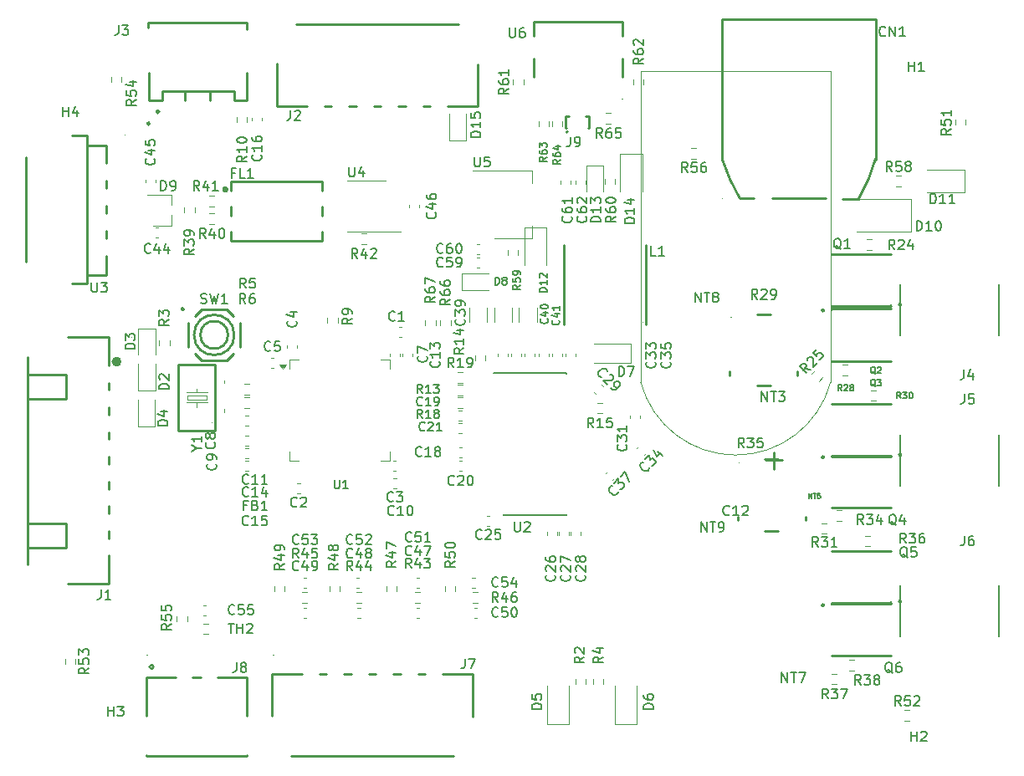
<source format=gto>
G04 #@! TF.GenerationSoftware,KiCad,Pcbnew,8.0.0*
G04 #@! TF.CreationDate,2024-02-25T15:40:58-08:00*
G04 #@! TF.ProjectId,BLDC_Motor Controller,424c4443-5f4d-46f7-946f-7220436f6e74,rev01_1*
G04 #@! TF.SameCoordinates,Original*
G04 #@! TF.FileFunction,Legend,Top*
G04 #@! TF.FilePolarity,Positive*
%FSLAX46Y46*%
G04 Gerber Fmt 4.6, Leading zero omitted, Abs format (unit mm)*
G04 Created by KiCad (PCBNEW 8.0.0) date 2024-02-25 15:40:58*
%MOMM*%
%LPD*%
G01*
G04 APERTURE LIST*
%ADD10C,0.150000*%
%ADD11C,0.127000*%
%ADD12C,0.120000*%
%ADD13C,0.254000*%
%ADD14C,0.398781*%
%ADD15C,0.059995*%
%ADD16C,0.100000*%
%ADD17C,0.230048*%
%ADD18C,0.200000*%
%ADD19C,0.500000*%
G04 APERTURE END LIST*
D10*
X255791666Y-134529819D02*
X255791666Y-135244104D01*
X255791666Y-135244104D02*
X255744047Y-135386961D01*
X255744047Y-135386961D02*
X255648809Y-135482200D01*
X255648809Y-135482200D02*
X255505952Y-135529819D01*
X255505952Y-135529819D02*
X255410714Y-135529819D01*
X256696428Y-134863152D02*
X256696428Y-135529819D01*
X256458333Y-134482200D02*
X256220238Y-135196485D01*
X256220238Y-135196485D02*
X256839285Y-135196485D01*
D11*
X192108666Y-145692665D02*
X192108666Y-146412332D01*
X192108666Y-146412332D02*
X192151000Y-146496998D01*
X192151000Y-146496998D02*
X192193333Y-146539332D01*
X192193333Y-146539332D02*
X192278000Y-146581665D01*
X192278000Y-146581665D02*
X192447333Y-146581665D01*
X192447333Y-146581665D02*
X192532000Y-146539332D01*
X192532000Y-146539332D02*
X192574333Y-146496998D01*
X192574333Y-146496998D02*
X192616666Y-146412332D01*
X192616666Y-146412332D02*
X192616666Y-145692665D01*
X193505666Y-146581665D02*
X192997666Y-146581665D01*
X193251666Y-146581665D02*
X193251666Y-145692665D01*
X193251666Y-145692665D02*
X193166999Y-145819665D01*
X193166999Y-145819665D02*
X193082333Y-145904332D01*
X193082333Y-145904332D02*
X192997666Y-145946665D01*
D10*
X220779693Y-146885830D02*
X220779693Y-146953174D01*
X220779693Y-146953174D02*
X220712349Y-147087861D01*
X220712349Y-147087861D02*
X220645006Y-147155204D01*
X220645006Y-147155204D02*
X220510319Y-147222548D01*
X220510319Y-147222548D02*
X220375632Y-147222548D01*
X220375632Y-147222548D02*
X220274617Y-147188876D01*
X220274617Y-147188876D02*
X220106258Y-147087861D01*
X220106258Y-147087861D02*
X220005243Y-146986846D01*
X220005243Y-146986846D02*
X219904227Y-146818487D01*
X219904227Y-146818487D02*
X219870556Y-146717472D01*
X219870556Y-146717472D02*
X219870556Y-146582785D01*
X219870556Y-146582785D02*
X219937899Y-146448098D01*
X219937899Y-146448098D02*
X220005243Y-146380754D01*
X220005243Y-146380754D02*
X220139930Y-146313411D01*
X220139930Y-146313411D02*
X220207273Y-146313411D01*
X220375632Y-146010365D02*
X220813365Y-145572632D01*
X220813365Y-145572632D02*
X220847036Y-146077708D01*
X220847036Y-146077708D02*
X220948052Y-145976693D01*
X220948052Y-145976693D02*
X221049067Y-145943021D01*
X221049067Y-145943021D02*
X221116410Y-145943021D01*
X221116410Y-145943021D02*
X221217426Y-145976693D01*
X221217426Y-145976693D02*
X221385784Y-146145052D01*
X221385784Y-146145052D02*
X221419456Y-146246067D01*
X221419456Y-146246067D02*
X221419456Y-146313411D01*
X221419456Y-146313411D02*
X221385784Y-146414426D01*
X221385784Y-146414426D02*
X221183754Y-146616456D01*
X221183754Y-146616456D02*
X221082739Y-146650128D01*
X221082739Y-146650128D02*
X221015395Y-146650128D01*
X221049067Y-145336930D02*
X221520472Y-144865525D01*
X221520472Y-144865525D02*
X221924533Y-145875678D01*
X242054142Y-167840819D02*
X241720809Y-167364628D01*
X241482714Y-167840819D02*
X241482714Y-166840819D01*
X241482714Y-166840819D02*
X241863666Y-166840819D01*
X241863666Y-166840819D02*
X241958904Y-166888438D01*
X241958904Y-166888438D02*
X242006523Y-166936057D01*
X242006523Y-166936057D02*
X242054142Y-167031295D01*
X242054142Y-167031295D02*
X242054142Y-167174152D01*
X242054142Y-167174152D02*
X242006523Y-167269390D01*
X242006523Y-167269390D02*
X241958904Y-167317009D01*
X241958904Y-167317009D02*
X241863666Y-167364628D01*
X241863666Y-167364628D02*
X241482714Y-167364628D01*
X242387476Y-166840819D02*
X243006523Y-166840819D01*
X243006523Y-166840819D02*
X242673190Y-167221771D01*
X242673190Y-167221771D02*
X242816047Y-167221771D01*
X242816047Y-167221771D02*
X242911285Y-167269390D01*
X242911285Y-167269390D02*
X242958904Y-167317009D01*
X242958904Y-167317009D02*
X243006523Y-167412247D01*
X243006523Y-167412247D02*
X243006523Y-167650342D01*
X243006523Y-167650342D02*
X242958904Y-167745580D01*
X242958904Y-167745580D02*
X242911285Y-167793200D01*
X242911285Y-167793200D02*
X242816047Y-167840819D01*
X242816047Y-167840819D02*
X242530333Y-167840819D01*
X242530333Y-167840819D02*
X242435095Y-167793200D01*
X242435095Y-167793200D02*
X242387476Y-167745580D01*
X243339857Y-166840819D02*
X244006523Y-166840819D01*
X244006523Y-166840819D02*
X243577952Y-167840819D01*
X223954693Y-144472830D02*
X223954693Y-144540174D01*
X223954693Y-144540174D02*
X223887349Y-144674861D01*
X223887349Y-144674861D02*
X223820006Y-144742204D01*
X223820006Y-144742204D02*
X223685319Y-144809548D01*
X223685319Y-144809548D02*
X223550632Y-144809548D01*
X223550632Y-144809548D02*
X223449617Y-144775876D01*
X223449617Y-144775876D02*
X223281258Y-144674861D01*
X223281258Y-144674861D02*
X223180243Y-144573846D01*
X223180243Y-144573846D02*
X223079227Y-144405487D01*
X223079227Y-144405487D02*
X223045556Y-144304472D01*
X223045556Y-144304472D02*
X223045556Y-144169785D01*
X223045556Y-144169785D02*
X223112899Y-144035098D01*
X223112899Y-144035098D02*
X223180243Y-143967754D01*
X223180243Y-143967754D02*
X223314930Y-143900411D01*
X223314930Y-143900411D02*
X223382273Y-143900411D01*
X223550632Y-143597365D02*
X223988365Y-143159632D01*
X223988365Y-143159632D02*
X224022036Y-143664708D01*
X224022036Y-143664708D02*
X224123052Y-143563693D01*
X224123052Y-143563693D02*
X224224067Y-143530021D01*
X224224067Y-143530021D02*
X224291410Y-143530021D01*
X224291410Y-143530021D02*
X224392426Y-143563693D01*
X224392426Y-143563693D02*
X224560784Y-143732052D01*
X224560784Y-143732052D02*
X224594456Y-143833067D01*
X224594456Y-143833067D02*
X224594456Y-143900411D01*
X224594456Y-143900411D02*
X224560784Y-144001426D01*
X224560784Y-144001426D02*
X224358754Y-144203456D01*
X224358754Y-144203456D02*
X224257739Y-144237128D01*
X224257739Y-144237128D02*
X224190395Y-144237128D01*
X224830159Y-142789243D02*
X225301563Y-143260647D01*
X224392426Y-142688227D02*
X224729143Y-143361662D01*
X224729143Y-143361662D02*
X225166876Y-142923930D01*
X199890142Y-151870580D02*
X199842523Y-151918200D01*
X199842523Y-151918200D02*
X199699666Y-151965819D01*
X199699666Y-151965819D02*
X199604428Y-151965819D01*
X199604428Y-151965819D02*
X199461571Y-151918200D01*
X199461571Y-151918200D02*
X199366333Y-151822961D01*
X199366333Y-151822961D02*
X199318714Y-151727723D01*
X199318714Y-151727723D02*
X199271095Y-151537247D01*
X199271095Y-151537247D02*
X199271095Y-151394390D01*
X199271095Y-151394390D02*
X199318714Y-151203914D01*
X199318714Y-151203914D02*
X199366333Y-151108676D01*
X199366333Y-151108676D02*
X199461571Y-151013438D01*
X199461571Y-151013438D02*
X199604428Y-150965819D01*
X199604428Y-150965819D02*
X199699666Y-150965819D01*
X199699666Y-150965819D02*
X199842523Y-151013438D01*
X199842523Y-151013438D02*
X199890142Y-151061057D01*
X200794904Y-150965819D02*
X200318714Y-150965819D01*
X200318714Y-150965819D02*
X200271095Y-151442009D01*
X200271095Y-151442009D02*
X200318714Y-151394390D01*
X200318714Y-151394390D02*
X200413952Y-151346771D01*
X200413952Y-151346771D02*
X200652047Y-151346771D01*
X200652047Y-151346771D02*
X200747285Y-151394390D01*
X200747285Y-151394390D02*
X200794904Y-151442009D01*
X200794904Y-151442009D02*
X200842523Y-151537247D01*
X200842523Y-151537247D02*
X200842523Y-151775342D01*
X200842523Y-151775342D02*
X200794904Y-151870580D01*
X200794904Y-151870580D02*
X200747285Y-151918200D01*
X200747285Y-151918200D02*
X200652047Y-151965819D01*
X200652047Y-151965819D02*
X200413952Y-151965819D01*
X200413952Y-151965819D02*
X200318714Y-151918200D01*
X200318714Y-151918200D02*
X200271095Y-151870580D01*
X201794904Y-151965819D02*
X201223476Y-151965819D01*
X201509190Y-151965819D02*
X201509190Y-150965819D01*
X201509190Y-150965819D02*
X201413952Y-151108676D01*
X201413952Y-151108676D02*
X201318714Y-151203914D01*
X201318714Y-151203914D02*
X201223476Y-151251533D01*
X188301333Y-148347580D02*
X188253714Y-148395200D01*
X188253714Y-148395200D02*
X188110857Y-148442819D01*
X188110857Y-148442819D02*
X188015619Y-148442819D01*
X188015619Y-148442819D02*
X187872762Y-148395200D01*
X187872762Y-148395200D02*
X187777524Y-148299961D01*
X187777524Y-148299961D02*
X187729905Y-148204723D01*
X187729905Y-148204723D02*
X187682286Y-148014247D01*
X187682286Y-148014247D02*
X187682286Y-147871390D01*
X187682286Y-147871390D02*
X187729905Y-147680914D01*
X187729905Y-147680914D02*
X187777524Y-147585676D01*
X187777524Y-147585676D02*
X187872762Y-147490438D01*
X187872762Y-147490438D02*
X188015619Y-147442819D01*
X188015619Y-147442819D02*
X188110857Y-147442819D01*
X188110857Y-147442819D02*
X188253714Y-147490438D01*
X188253714Y-147490438D02*
X188301333Y-147538057D01*
X188682286Y-147538057D02*
X188729905Y-147490438D01*
X188729905Y-147490438D02*
X188825143Y-147442819D01*
X188825143Y-147442819D02*
X189063238Y-147442819D01*
X189063238Y-147442819D02*
X189158476Y-147490438D01*
X189158476Y-147490438D02*
X189206095Y-147538057D01*
X189206095Y-147538057D02*
X189253714Y-147633295D01*
X189253714Y-147633295D02*
X189253714Y-147728533D01*
X189253714Y-147728533D02*
X189206095Y-147871390D01*
X189206095Y-147871390D02*
X188634667Y-148442819D01*
X188634667Y-148442819D02*
X189253714Y-148442819D01*
X245610142Y-150187819D02*
X245276809Y-149711628D01*
X245038714Y-150187819D02*
X245038714Y-149187819D01*
X245038714Y-149187819D02*
X245419666Y-149187819D01*
X245419666Y-149187819D02*
X245514904Y-149235438D01*
X245514904Y-149235438D02*
X245562523Y-149283057D01*
X245562523Y-149283057D02*
X245610142Y-149378295D01*
X245610142Y-149378295D02*
X245610142Y-149521152D01*
X245610142Y-149521152D02*
X245562523Y-149616390D01*
X245562523Y-149616390D02*
X245514904Y-149664009D01*
X245514904Y-149664009D02*
X245419666Y-149711628D01*
X245419666Y-149711628D02*
X245038714Y-149711628D01*
X245943476Y-149187819D02*
X246562523Y-149187819D01*
X246562523Y-149187819D02*
X246229190Y-149568771D01*
X246229190Y-149568771D02*
X246372047Y-149568771D01*
X246372047Y-149568771D02*
X246467285Y-149616390D01*
X246467285Y-149616390D02*
X246514904Y-149664009D01*
X246514904Y-149664009D02*
X246562523Y-149759247D01*
X246562523Y-149759247D02*
X246562523Y-149997342D01*
X246562523Y-149997342D02*
X246514904Y-150092580D01*
X246514904Y-150092580D02*
X246467285Y-150140200D01*
X246467285Y-150140200D02*
X246372047Y-150187819D01*
X246372047Y-150187819D02*
X246086333Y-150187819D01*
X246086333Y-150187819D02*
X245991095Y-150140200D01*
X245991095Y-150140200D02*
X245943476Y-150092580D01*
X247419666Y-149521152D02*
X247419666Y-150187819D01*
X247181571Y-149140200D02*
X246943476Y-149854485D01*
X246943476Y-149854485D02*
X247562523Y-149854485D01*
X219194142Y-111071819D02*
X218860809Y-110595628D01*
X218622714Y-111071819D02*
X218622714Y-110071819D01*
X218622714Y-110071819D02*
X219003666Y-110071819D01*
X219003666Y-110071819D02*
X219098904Y-110119438D01*
X219098904Y-110119438D02*
X219146523Y-110167057D01*
X219146523Y-110167057D02*
X219194142Y-110262295D01*
X219194142Y-110262295D02*
X219194142Y-110405152D01*
X219194142Y-110405152D02*
X219146523Y-110500390D01*
X219146523Y-110500390D02*
X219098904Y-110548009D01*
X219098904Y-110548009D02*
X219003666Y-110595628D01*
X219003666Y-110595628D02*
X218622714Y-110595628D01*
X220051285Y-110071819D02*
X219860809Y-110071819D01*
X219860809Y-110071819D02*
X219765571Y-110119438D01*
X219765571Y-110119438D02*
X219717952Y-110167057D01*
X219717952Y-110167057D02*
X219622714Y-110309914D01*
X219622714Y-110309914D02*
X219575095Y-110500390D01*
X219575095Y-110500390D02*
X219575095Y-110881342D01*
X219575095Y-110881342D02*
X219622714Y-110976580D01*
X219622714Y-110976580D02*
X219670333Y-111024200D01*
X219670333Y-111024200D02*
X219765571Y-111071819D01*
X219765571Y-111071819D02*
X219956047Y-111071819D01*
X219956047Y-111071819D02*
X220051285Y-111024200D01*
X220051285Y-111024200D02*
X220098904Y-110976580D01*
X220098904Y-110976580D02*
X220146523Y-110881342D01*
X220146523Y-110881342D02*
X220146523Y-110643247D01*
X220146523Y-110643247D02*
X220098904Y-110548009D01*
X220098904Y-110548009D02*
X220051285Y-110500390D01*
X220051285Y-110500390D02*
X219956047Y-110452771D01*
X219956047Y-110452771D02*
X219765571Y-110452771D01*
X219765571Y-110452771D02*
X219670333Y-110500390D01*
X219670333Y-110500390D02*
X219622714Y-110548009D01*
X219622714Y-110548009D02*
X219575095Y-110643247D01*
X221051285Y-110071819D02*
X220575095Y-110071819D01*
X220575095Y-110071819D02*
X220527476Y-110548009D01*
X220527476Y-110548009D02*
X220575095Y-110500390D01*
X220575095Y-110500390D02*
X220670333Y-110452771D01*
X220670333Y-110452771D02*
X220908428Y-110452771D01*
X220908428Y-110452771D02*
X221003666Y-110500390D01*
X221003666Y-110500390D02*
X221051285Y-110548009D01*
X221051285Y-110548009D02*
X221098904Y-110643247D01*
X221098904Y-110643247D02*
X221098904Y-110881342D01*
X221098904Y-110881342D02*
X221051285Y-110976580D01*
X221051285Y-110976580D02*
X221003666Y-111024200D01*
X221003666Y-111024200D02*
X220908428Y-111071819D01*
X220908428Y-111071819D02*
X220670333Y-111071819D01*
X220670333Y-111071819D02*
X220575095Y-111024200D01*
X220575095Y-111024200D02*
X220527476Y-110976580D01*
X200977499Y-139468469D02*
X200681166Y-139045136D01*
X200469499Y-139468469D02*
X200469499Y-138579469D01*
X200469499Y-138579469D02*
X200808166Y-138579469D01*
X200808166Y-138579469D02*
X200892833Y-138621802D01*
X200892833Y-138621802D02*
X200935166Y-138664136D01*
X200935166Y-138664136D02*
X200977499Y-138748802D01*
X200977499Y-138748802D02*
X200977499Y-138875802D01*
X200977499Y-138875802D02*
X200935166Y-138960469D01*
X200935166Y-138960469D02*
X200892833Y-139002802D01*
X200892833Y-139002802D02*
X200808166Y-139045136D01*
X200808166Y-139045136D02*
X200469499Y-139045136D01*
X201824166Y-139468469D02*
X201316166Y-139468469D01*
X201570166Y-139468469D02*
X201570166Y-138579469D01*
X201570166Y-138579469D02*
X201485499Y-138706469D01*
X201485499Y-138706469D02*
X201400833Y-138791136D01*
X201400833Y-138791136D02*
X201316166Y-138833469D01*
X202332166Y-138960469D02*
X202247500Y-138918136D01*
X202247500Y-138918136D02*
X202205166Y-138875802D01*
X202205166Y-138875802D02*
X202162833Y-138791136D01*
X202162833Y-138791136D02*
X202162833Y-138748802D01*
X202162833Y-138748802D02*
X202205166Y-138664136D01*
X202205166Y-138664136D02*
X202247500Y-138621802D01*
X202247500Y-138621802D02*
X202332166Y-138579469D01*
X202332166Y-138579469D02*
X202501500Y-138579469D01*
X202501500Y-138579469D02*
X202586166Y-138621802D01*
X202586166Y-138621802D02*
X202628500Y-138664136D01*
X202628500Y-138664136D02*
X202670833Y-138748802D01*
X202670833Y-138748802D02*
X202670833Y-138791136D01*
X202670833Y-138791136D02*
X202628500Y-138875802D01*
X202628500Y-138875802D02*
X202586166Y-138918136D01*
X202586166Y-138918136D02*
X202501500Y-138960469D01*
X202501500Y-138960469D02*
X202332166Y-138960469D01*
X202332166Y-138960469D02*
X202247500Y-139002802D01*
X202247500Y-139002802D02*
X202205166Y-139045136D01*
X202205166Y-139045136D02*
X202162833Y-139129802D01*
X202162833Y-139129802D02*
X202162833Y-139299136D01*
X202162833Y-139299136D02*
X202205166Y-139383802D01*
X202205166Y-139383802D02*
X202247500Y-139426136D01*
X202247500Y-139426136D02*
X202332166Y-139468469D01*
X202332166Y-139468469D02*
X202501500Y-139468469D01*
X202501500Y-139468469D02*
X202586166Y-139426136D01*
X202586166Y-139426136D02*
X202628500Y-139383802D01*
X202628500Y-139383802D02*
X202670833Y-139299136D01*
X202670833Y-139299136D02*
X202670833Y-139129802D01*
X202670833Y-139129802D02*
X202628500Y-139045136D01*
X202628500Y-139045136D02*
X202586166Y-139002802D01*
X202586166Y-139002802D02*
X202501500Y-138960469D01*
X232053142Y-149194580D02*
X232005523Y-149242200D01*
X232005523Y-149242200D02*
X231862666Y-149289819D01*
X231862666Y-149289819D02*
X231767428Y-149289819D01*
X231767428Y-149289819D02*
X231624571Y-149242200D01*
X231624571Y-149242200D02*
X231529333Y-149146961D01*
X231529333Y-149146961D02*
X231481714Y-149051723D01*
X231481714Y-149051723D02*
X231434095Y-148861247D01*
X231434095Y-148861247D02*
X231434095Y-148718390D01*
X231434095Y-148718390D02*
X231481714Y-148527914D01*
X231481714Y-148527914D02*
X231529333Y-148432676D01*
X231529333Y-148432676D02*
X231624571Y-148337438D01*
X231624571Y-148337438D02*
X231767428Y-148289819D01*
X231767428Y-148289819D02*
X231862666Y-148289819D01*
X231862666Y-148289819D02*
X232005523Y-148337438D01*
X232005523Y-148337438D02*
X232053142Y-148385057D01*
X233005523Y-149289819D02*
X232434095Y-149289819D01*
X232719809Y-149289819D02*
X232719809Y-148289819D01*
X232719809Y-148289819D02*
X232624571Y-148432676D01*
X232624571Y-148432676D02*
X232529333Y-148527914D01*
X232529333Y-148527914D02*
X232434095Y-148575533D01*
X233386476Y-148385057D02*
X233434095Y-148337438D01*
X233434095Y-148337438D02*
X233529333Y-148289819D01*
X233529333Y-148289819D02*
X233767428Y-148289819D01*
X233767428Y-148289819D02*
X233862666Y-148337438D01*
X233862666Y-148337438D02*
X233910285Y-148385057D01*
X233910285Y-148385057D02*
X233957904Y-148480295D01*
X233957904Y-148480295D02*
X233957904Y-148575533D01*
X233957904Y-148575533D02*
X233910285Y-148718390D01*
X233910285Y-148718390D02*
X233338857Y-149289819D01*
X233338857Y-149289819D02*
X233957904Y-149289819D01*
X223339819Y-103004857D02*
X222863628Y-103338190D01*
X223339819Y-103576285D02*
X222339819Y-103576285D01*
X222339819Y-103576285D02*
X222339819Y-103195333D01*
X222339819Y-103195333D02*
X222387438Y-103100095D01*
X222387438Y-103100095D02*
X222435057Y-103052476D01*
X222435057Y-103052476D02*
X222530295Y-103004857D01*
X222530295Y-103004857D02*
X222673152Y-103004857D01*
X222673152Y-103004857D02*
X222768390Y-103052476D01*
X222768390Y-103052476D02*
X222816009Y-103100095D01*
X222816009Y-103100095D02*
X222863628Y-103195333D01*
X222863628Y-103195333D02*
X222863628Y-103576285D01*
X222339819Y-102147714D02*
X222339819Y-102338190D01*
X222339819Y-102338190D02*
X222387438Y-102433428D01*
X222387438Y-102433428D02*
X222435057Y-102481047D01*
X222435057Y-102481047D02*
X222577914Y-102576285D01*
X222577914Y-102576285D02*
X222768390Y-102623904D01*
X222768390Y-102623904D02*
X223149342Y-102623904D01*
X223149342Y-102623904D02*
X223244580Y-102576285D01*
X223244580Y-102576285D02*
X223292200Y-102528666D01*
X223292200Y-102528666D02*
X223339819Y-102433428D01*
X223339819Y-102433428D02*
X223339819Y-102242952D01*
X223339819Y-102242952D02*
X223292200Y-102147714D01*
X223292200Y-102147714D02*
X223244580Y-102100095D01*
X223244580Y-102100095D02*
X223149342Y-102052476D01*
X223149342Y-102052476D02*
X222911247Y-102052476D01*
X222911247Y-102052476D02*
X222816009Y-102100095D01*
X222816009Y-102100095D02*
X222768390Y-102147714D01*
X222768390Y-102147714D02*
X222720771Y-102242952D01*
X222720771Y-102242952D02*
X222720771Y-102433428D01*
X222720771Y-102433428D02*
X222768390Y-102528666D01*
X222768390Y-102528666D02*
X222816009Y-102576285D01*
X222816009Y-102576285D02*
X222911247Y-102623904D01*
X222435057Y-101671523D02*
X222387438Y-101623904D01*
X222387438Y-101623904D02*
X222339819Y-101528666D01*
X222339819Y-101528666D02*
X222339819Y-101290571D01*
X222339819Y-101290571D02*
X222387438Y-101195333D01*
X222387438Y-101195333D02*
X222435057Y-101147714D01*
X222435057Y-101147714D02*
X222530295Y-101100095D01*
X222530295Y-101100095D02*
X222625533Y-101100095D01*
X222625533Y-101100095D02*
X222768390Y-101147714D01*
X222768390Y-101147714D02*
X223339819Y-101719142D01*
X223339819Y-101719142D02*
X223339819Y-101100095D01*
X246827523Y-134966439D02*
X246767047Y-134936201D01*
X246767047Y-134936201D02*
X246706571Y-134875725D01*
X246706571Y-134875725D02*
X246615857Y-134785010D01*
X246615857Y-134785010D02*
X246555380Y-134754772D01*
X246555380Y-134754772D02*
X246494904Y-134754772D01*
X246525142Y-134905963D02*
X246464666Y-134875725D01*
X246464666Y-134875725D02*
X246404190Y-134815248D01*
X246404190Y-134815248D02*
X246373952Y-134694296D01*
X246373952Y-134694296D02*
X246373952Y-134482629D01*
X246373952Y-134482629D02*
X246404190Y-134361677D01*
X246404190Y-134361677D02*
X246464666Y-134301201D01*
X246464666Y-134301201D02*
X246525142Y-134270963D01*
X246525142Y-134270963D02*
X246646095Y-134270963D01*
X246646095Y-134270963D02*
X246706571Y-134301201D01*
X246706571Y-134301201D02*
X246767047Y-134361677D01*
X246767047Y-134361677D02*
X246797285Y-134482629D01*
X246797285Y-134482629D02*
X246797285Y-134694296D01*
X246797285Y-134694296D02*
X246767047Y-134815248D01*
X246767047Y-134815248D02*
X246706571Y-134875725D01*
X246706571Y-134875725D02*
X246646095Y-134905963D01*
X246646095Y-134905963D02*
X246525142Y-134905963D01*
X247039190Y-134331439D02*
X247069428Y-134301201D01*
X247069428Y-134301201D02*
X247129904Y-134270963D01*
X247129904Y-134270963D02*
X247281095Y-134270963D01*
X247281095Y-134270963D02*
X247341571Y-134301201D01*
X247341571Y-134301201D02*
X247371809Y-134331439D01*
X247371809Y-134331439D02*
X247402047Y-134391915D01*
X247402047Y-134391915D02*
X247402047Y-134452391D01*
X247402047Y-134452391D02*
X247371809Y-134543105D01*
X247371809Y-134543105D02*
X247008952Y-134905963D01*
X247008952Y-134905963D02*
X247402047Y-134905963D01*
X199890142Y-153267580D02*
X199842523Y-153315200D01*
X199842523Y-153315200D02*
X199699666Y-153362819D01*
X199699666Y-153362819D02*
X199604428Y-153362819D01*
X199604428Y-153362819D02*
X199461571Y-153315200D01*
X199461571Y-153315200D02*
X199366333Y-153219961D01*
X199366333Y-153219961D02*
X199318714Y-153124723D01*
X199318714Y-153124723D02*
X199271095Y-152934247D01*
X199271095Y-152934247D02*
X199271095Y-152791390D01*
X199271095Y-152791390D02*
X199318714Y-152600914D01*
X199318714Y-152600914D02*
X199366333Y-152505676D01*
X199366333Y-152505676D02*
X199461571Y-152410438D01*
X199461571Y-152410438D02*
X199604428Y-152362819D01*
X199604428Y-152362819D02*
X199699666Y-152362819D01*
X199699666Y-152362819D02*
X199842523Y-152410438D01*
X199842523Y-152410438D02*
X199890142Y-152458057D01*
X200747285Y-152696152D02*
X200747285Y-153362819D01*
X200509190Y-152315200D02*
X200271095Y-153029485D01*
X200271095Y-153029485D02*
X200890142Y-153029485D01*
X201175857Y-152362819D02*
X201842523Y-152362819D01*
X201842523Y-152362819D02*
X201413952Y-153362819D01*
X182014904Y-114612009D02*
X181681571Y-114612009D01*
X181681571Y-115135819D02*
X181681571Y-114135819D01*
X181681571Y-114135819D02*
X182157761Y-114135819D01*
X183014904Y-115135819D02*
X182538714Y-115135819D01*
X182538714Y-115135819D02*
X182538714Y-114135819D01*
X183872047Y-115135819D02*
X183300619Y-115135819D01*
X183586333Y-115135819D02*
X183586333Y-114135819D01*
X183586333Y-114135819D02*
X183491095Y-114278676D01*
X183491095Y-114278676D02*
X183395857Y-114373914D01*
X183395857Y-114373914D02*
X183300619Y-114421533D01*
X228600143Y-127708819D02*
X228600143Y-126708819D01*
X228600143Y-126708819D02*
X229171571Y-127708819D01*
X229171571Y-127708819D02*
X229171571Y-126708819D01*
X229504905Y-126708819D02*
X230076333Y-126708819D01*
X229790619Y-127708819D02*
X229790619Y-126708819D01*
X230552524Y-127137390D02*
X230457286Y-127089771D01*
X230457286Y-127089771D02*
X230409667Y-127042152D01*
X230409667Y-127042152D02*
X230362048Y-126946914D01*
X230362048Y-126946914D02*
X230362048Y-126899295D01*
X230362048Y-126899295D02*
X230409667Y-126804057D01*
X230409667Y-126804057D02*
X230457286Y-126756438D01*
X230457286Y-126756438D02*
X230552524Y-126708819D01*
X230552524Y-126708819D02*
X230743000Y-126708819D01*
X230743000Y-126708819D02*
X230838238Y-126756438D01*
X230838238Y-126756438D02*
X230885857Y-126804057D01*
X230885857Y-126804057D02*
X230933476Y-126899295D01*
X230933476Y-126899295D02*
X230933476Y-126946914D01*
X230933476Y-126946914D02*
X230885857Y-127042152D01*
X230885857Y-127042152D02*
X230838238Y-127089771D01*
X230838238Y-127089771D02*
X230743000Y-127137390D01*
X230743000Y-127137390D02*
X230552524Y-127137390D01*
X230552524Y-127137390D02*
X230457286Y-127185009D01*
X230457286Y-127185009D02*
X230409667Y-127232628D01*
X230409667Y-127232628D02*
X230362048Y-127327866D01*
X230362048Y-127327866D02*
X230362048Y-127518342D01*
X230362048Y-127518342D02*
X230409667Y-127613580D01*
X230409667Y-127613580D02*
X230457286Y-127661200D01*
X230457286Y-127661200D02*
X230552524Y-127708819D01*
X230552524Y-127708819D02*
X230743000Y-127708819D01*
X230743000Y-127708819D02*
X230838238Y-127661200D01*
X230838238Y-127661200D02*
X230885857Y-127613580D01*
X230885857Y-127613580D02*
X230933476Y-127518342D01*
X230933476Y-127518342D02*
X230933476Y-127327866D01*
X230933476Y-127327866D02*
X230885857Y-127232628D01*
X230885857Y-127232628D02*
X230838238Y-127185009D01*
X230838238Y-127185009D02*
X230743000Y-127137390D01*
X167513095Y-125692819D02*
X167513095Y-126502342D01*
X167513095Y-126502342D02*
X167560714Y-126597580D01*
X167560714Y-126597580D02*
X167608333Y-126645200D01*
X167608333Y-126645200D02*
X167703571Y-126692819D01*
X167703571Y-126692819D02*
X167894047Y-126692819D01*
X167894047Y-126692819D02*
X167989285Y-126645200D01*
X167989285Y-126645200D02*
X168036904Y-126597580D01*
X168036904Y-126597580D02*
X168084523Y-126502342D01*
X168084523Y-126502342D02*
X168084523Y-125692819D01*
X168465476Y-125692819D02*
X169084523Y-125692819D01*
X169084523Y-125692819D02*
X168751190Y-126073771D01*
X168751190Y-126073771D02*
X168894047Y-126073771D01*
X168894047Y-126073771D02*
X168989285Y-126121390D01*
X168989285Y-126121390D02*
X169036904Y-126169009D01*
X169036904Y-126169009D02*
X169084523Y-126264247D01*
X169084523Y-126264247D02*
X169084523Y-126502342D01*
X169084523Y-126502342D02*
X169036904Y-126597580D01*
X169036904Y-126597580D02*
X168989285Y-126645200D01*
X168989285Y-126645200D02*
X168894047Y-126692819D01*
X168894047Y-126692819D02*
X168608333Y-126692819D01*
X168608333Y-126692819D02*
X168513095Y-126645200D01*
X168513095Y-126645200D02*
X168465476Y-126597580D01*
X220876905Y-135201819D02*
X220876905Y-134201819D01*
X220876905Y-134201819D02*
X221115000Y-134201819D01*
X221115000Y-134201819D02*
X221257857Y-134249438D01*
X221257857Y-134249438D02*
X221353095Y-134344676D01*
X221353095Y-134344676D02*
X221400714Y-134439914D01*
X221400714Y-134439914D02*
X221448333Y-134630390D01*
X221448333Y-134630390D02*
X221448333Y-134773247D01*
X221448333Y-134773247D02*
X221400714Y-134963723D01*
X221400714Y-134963723D02*
X221353095Y-135058961D01*
X221353095Y-135058961D02*
X221257857Y-135154200D01*
X221257857Y-135154200D02*
X221115000Y-135201819D01*
X221115000Y-135201819D02*
X220876905Y-135201819D01*
X221781667Y-134201819D02*
X222448333Y-134201819D01*
X222448333Y-134201819D02*
X222019762Y-135201819D01*
X171904819Y-132437094D02*
X170904819Y-132437094D01*
X170904819Y-132437094D02*
X170904819Y-132198999D01*
X170904819Y-132198999D02*
X170952438Y-132056142D01*
X170952438Y-132056142D02*
X171047676Y-131960904D01*
X171047676Y-131960904D02*
X171142914Y-131913285D01*
X171142914Y-131913285D02*
X171333390Y-131865666D01*
X171333390Y-131865666D02*
X171476247Y-131865666D01*
X171476247Y-131865666D02*
X171666723Y-131913285D01*
X171666723Y-131913285D02*
X171761961Y-131960904D01*
X171761961Y-131960904D02*
X171857200Y-132056142D01*
X171857200Y-132056142D02*
X171904819Y-132198999D01*
X171904819Y-132198999D02*
X171904819Y-132437094D01*
X170904819Y-131532332D02*
X170904819Y-130913285D01*
X170904819Y-130913285D02*
X171285771Y-131246618D01*
X171285771Y-131246618D02*
X171285771Y-131103761D01*
X171285771Y-131103761D02*
X171333390Y-131008523D01*
X171333390Y-131008523D02*
X171381009Y-130960904D01*
X171381009Y-130960904D02*
X171476247Y-130913285D01*
X171476247Y-130913285D02*
X171714342Y-130913285D01*
X171714342Y-130913285D02*
X171809580Y-130960904D01*
X171809580Y-130960904D02*
X171857200Y-131008523D01*
X171857200Y-131008523D02*
X171904819Y-131103761D01*
X171904819Y-131103761D02*
X171904819Y-131389475D01*
X171904819Y-131389475D02*
X171857200Y-131484713D01*
X171857200Y-131484713D02*
X171809580Y-131532332D01*
X213052819Y-168886094D02*
X212052819Y-168886094D01*
X212052819Y-168886094D02*
X212052819Y-168647999D01*
X212052819Y-168647999D02*
X212100438Y-168505142D01*
X212100438Y-168505142D02*
X212195676Y-168409904D01*
X212195676Y-168409904D02*
X212290914Y-168362285D01*
X212290914Y-168362285D02*
X212481390Y-168314666D01*
X212481390Y-168314666D02*
X212624247Y-168314666D01*
X212624247Y-168314666D02*
X212814723Y-168362285D01*
X212814723Y-168362285D02*
X212909961Y-168409904D01*
X212909961Y-168409904D02*
X213005200Y-168505142D01*
X213005200Y-168505142D02*
X213052819Y-168647999D01*
X213052819Y-168647999D02*
X213052819Y-168886094D01*
X212052819Y-167409904D02*
X212052819Y-167886094D01*
X212052819Y-167886094D02*
X212529009Y-167933713D01*
X212529009Y-167933713D02*
X212481390Y-167886094D01*
X212481390Y-167886094D02*
X212433771Y-167790856D01*
X212433771Y-167790856D02*
X212433771Y-167552761D01*
X212433771Y-167552761D02*
X212481390Y-167457523D01*
X212481390Y-167457523D02*
X212529009Y-167409904D01*
X212529009Y-167409904D02*
X212624247Y-167362285D01*
X212624247Y-167362285D02*
X212862342Y-167362285D01*
X212862342Y-167362285D02*
X212957580Y-167409904D01*
X212957580Y-167409904D02*
X213005200Y-167457523D01*
X213005200Y-167457523D02*
X213052819Y-167552761D01*
X213052819Y-167552761D02*
X213052819Y-167790856D01*
X213052819Y-167790856D02*
X213005200Y-167886094D01*
X213005200Y-167886094D02*
X212957580Y-167933713D01*
X254484362Y-110147694D02*
X254008171Y-110481027D01*
X254484362Y-110719122D02*
X253484362Y-110719122D01*
X253484362Y-110719122D02*
X253484362Y-110338170D01*
X253484362Y-110338170D02*
X253531981Y-110242932D01*
X253531981Y-110242932D02*
X253579600Y-110195313D01*
X253579600Y-110195313D02*
X253674838Y-110147694D01*
X253674838Y-110147694D02*
X253817695Y-110147694D01*
X253817695Y-110147694D02*
X253912933Y-110195313D01*
X253912933Y-110195313D02*
X253960552Y-110242932D01*
X253960552Y-110242932D02*
X254008171Y-110338170D01*
X254008171Y-110338170D02*
X254008171Y-110719122D01*
X253484362Y-109242932D02*
X253484362Y-109719122D01*
X253484362Y-109719122D02*
X253960552Y-109766741D01*
X253960552Y-109766741D02*
X253912933Y-109719122D01*
X253912933Y-109719122D02*
X253865314Y-109623884D01*
X253865314Y-109623884D02*
X253865314Y-109385789D01*
X253865314Y-109385789D02*
X253912933Y-109290551D01*
X253912933Y-109290551D02*
X253960552Y-109242932D01*
X253960552Y-109242932D02*
X254055790Y-109195313D01*
X254055790Y-109195313D02*
X254293885Y-109195313D01*
X254293885Y-109195313D02*
X254389123Y-109242932D01*
X254389123Y-109242932D02*
X254436743Y-109290551D01*
X254436743Y-109290551D02*
X254484362Y-109385789D01*
X254484362Y-109385789D02*
X254484362Y-109623884D01*
X254484362Y-109623884D02*
X254436743Y-109719122D01*
X254436743Y-109719122D02*
X254389123Y-109766741D01*
X254484362Y-108242932D02*
X254484362Y-108814360D01*
X254484362Y-108528646D02*
X253484362Y-108528646D01*
X253484362Y-108528646D02*
X253627219Y-108623884D01*
X253627219Y-108623884D02*
X253722457Y-108719122D01*
X253722457Y-108719122D02*
X253770076Y-108814360D01*
X170227666Y-99657819D02*
X170227666Y-100372104D01*
X170227666Y-100372104D02*
X170180047Y-100514961D01*
X170180047Y-100514961D02*
X170084809Y-100610200D01*
X170084809Y-100610200D02*
X169941952Y-100657819D01*
X169941952Y-100657819D02*
X169846714Y-100657819D01*
X170608619Y-99657819D02*
X171227666Y-99657819D01*
X171227666Y-99657819D02*
X170894333Y-100038771D01*
X170894333Y-100038771D02*
X171037190Y-100038771D01*
X171037190Y-100038771D02*
X171132428Y-100086390D01*
X171132428Y-100086390D02*
X171180047Y-100134009D01*
X171180047Y-100134009D02*
X171227666Y-100229247D01*
X171227666Y-100229247D02*
X171227666Y-100467342D01*
X171227666Y-100467342D02*
X171180047Y-100562580D01*
X171180047Y-100562580D02*
X171132428Y-100610200D01*
X171132428Y-100610200D02*
X171037190Y-100657819D01*
X171037190Y-100657819D02*
X170751476Y-100657819D01*
X170751476Y-100657819D02*
X170656238Y-100610200D01*
X170656238Y-100610200D02*
X170608619Y-100562580D01*
X217402580Y-155328857D02*
X217450200Y-155376476D01*
X217450200Y-155376476D02*
X217497819Y-155519333D01*
X217497819Y-155519333D02*
X217497819Y-155614571D01*
X217497819Y-155614571D02*
X217450200Y-155757428D01*
X217450200Y-155757428D02*
X217354961Y-155852666D01*
X217354961Y-155852666D02*
X217259723Y-155900285D01*
X217259723Y-155900285D02*
X217069247Y-155947904D01*
X217069247Y-155947904D02*
X216926390Y-155947904D01*
X216926390Y-155947904D02*
X216735914Y-155900285D01*
X216735914Y-155900285D02*
X216640676Y-155852666D01*
X216640676Y-155852666D02*
X216545438Y-155757428D01*
X216545438Y-155757428D02*
X216497819Y-155614571D01*
X216497819Y-155614571D02*
X216497819Y-155519333D01*
X216497819Y-155519333D02*
X216545438Y-155376476D01*
X216545438Y-155376476D02*
X216593057Y-155328857D01*
X216593057Y-154947904D02*
X216545438Y-154900285D01*
X216545438Y-154900285D02*
X216497819Y-154805047D01*
X216497819Y-154805047D02*
X216497819Y-154566952D01*
X216497819Y-154566952D02*
X216545438Y-154471714D01*
X216545438Y-154471714D02*
X216593057Y-154424095D01*
X216593057Y-154424095D02*
X216688295Y-154376476D01*
X216688295Y-154376476D02*
X216783533Y-154376476D01*
X216783533Y-154376476D02*
X216926390Y-154424095D01*
X216926390Y-154424095D02*
X217497819Y-154995523D01*
X217497819Y-154995523D02*
X217497819Y-154376476D01*
X216926390Y-153805047D02*
X216878771Y-153900285D01*
X216878771Y-153900285D02*
X216831152Y-153947904D01*
X216831152Y-153947904D02*
X216735914Y-153995523D01*
X216735914Y-153995523D02*
X216688295Y-153995523D01*
X216688295Y-153995523D02*
X216593057Y-153947904D01*
X216593057Y-153947904D02*
X216545438Y-153900285D01*
X216545438Y-153900285D02*
X216497819Y-153805047D01*
X216497819Y-153805047D02*
X216497819Y-153614571D01*
X216497819Y-153614571D02*
X216545438Y-153519333D01*
X216545438Y-153519333D02*
X216593057Y-153471714D01*
X216593057Y-153471714D02*
X216688295Y-153424095D01*
X216688295Y-153424095D02*
X216735914Y-153424095D01*
X216735914Y-153424095D02*
X216831152Y-153471714D01*
X216831152Y-153471714D02*
X216878771Y-153519333D01*
X216878771Y-153519333D02*
X216926390Y-153614571D01*
X216926390Y-153614571D02*
X216926390Y-153805047D01*
X216926390Y-153805047D02*
X216974009Y-153900285D01*
X216974009Y-153900285D02*
X217021628Y-153947904D01*
X217021628Y-153947904D02*
X217116866Y-153995523D01*
X217116866Y-153995523D02*
X217307342Y-153995523D01*
X217307342Y-153995523D02*
X217402580Y-153947904D01*
X217402580Y-153947904D02*
X217450200Y-153900285D01*
X217450200Y-153900285D02*
X217497819Y-153805047D01*
X217497819Y-153805047D02*
X217497819Y-153614571D01*
X217497819Y-153614571D02*
X217450200Y-153519333D01*
X217450200Y-153519333D02*
X217402580Y-153471714D01*
X217402580Y-153471714D02*
X217307342Y-153424095D01*
X217307342Y-153424095D02*
X217116866Y-153424095D01*
X217116866Y-153424095D02*
X217021628Y-153471714D01*
X217021628Y-153471714D02*
X216974009Y-153519333D01*
X216974009Y-153519333D02*
X216926390Y-153614571D01*
X178427142Y-116405819D02*
X178093809Y-115929628D01*
X177855714Y-116405819D02*
X177855714Y-115405819D01*
X177855714Y-115405819D02*
X178236666Y-115405819D01*
X178236666Y-115405819D02*
X178331904Y-115453438D01*
X178331904Y-115453438D02*
X178379523Y-115501057D01*
X178379523Y-115501057D02*
X178427142Y-115596295D01*
X178427142Y-115596295D02*
X178427142Y-115739152D01*
X178427142Y-115739152D02*
X178379523Y-115834390D01*
X178379523Y-115834390D02*
X178331904Y-115882009D01*
X178331904Y-115882009D02*
X178236666Y-115929628D01*
X178236666Y-115929628D02*
X177855714Y-115929628D01*
X179284285Y-115739152D02*
X179284285Y-116405819D01*
X179046190Y-115358200D02*
X178808095Y-116072485D01*
X178808095Y-116072485D02*
X179427142Y-116072485D01*
X180331904Y-116405819D02*
X179760476Y-116405819D01*
X180046190Y-116405819D02*
X180046190Y-115405819D01*
X180046190Y-115405819D02*
X179950952Y-115548676D01*
X179950952Y-115548676D02*
X179855714Y-115643914D01*
X179855714Y-115643914D02*
X179760476Y-115691533D01*
X174521905Y-116405819D02*
X174521905Y-115405819D01*
X174521905Y-115405819D02*
X174760000Y-115405819D01*
X174760000Y-115405819D02*
X174902857Y-115453438D01*
X174902857Y-115453438D02*
X174998095Y-115548676D01*
X174998095Y-115548676D02*
X175045714Y-115643914D01*
X175045714Y-115643914D02*
X175093333Y-115834390D01*
X175093333Y-115834390D02*
X175093333Y-115977247D01*
X175093333Y-115977247D02*
X175045714Y-116167723D01*
X175045714Y-116167723D02*
X174998095Y-116262961D01*
X174998095Y-116262961D02*
X174902857Y-116358200D01*
X174902857Y-116358200D02*
X174760000Y-116405819D01*
X174760000Y-116405819D02*
X174521905Y-116405819D01*
X175569524Y-116405819D02*
X175760000Y-116405819D01*
X175760000Y-116405819D02*
X175855238Y-116358200D01*
X175855238Y-116358200D02*
X175902857Y-116310580D01*
X175902857Y-116310580D02*
X175998095Y-116167723D01*
X175998095Y-116167723D02*
X176045714Y-115977247D01*
X176045714Y-115977247D02*
X176045714Y-115596295D01*
X176045714Y-115596295D02*
X175998095Y-115501057D01*
X175998095Y-115501057D02*
X175950476Y-115453438D01*
X175950476Y-115453438D02*
X175855238Y-115405819D01*
X175855238Y-115405819D02*
X175664762Y-115405819D01*
X175664762Y-115405819D02*
X175569524Y-115453438D01*
X175569524Y-115453438D02*
X175521905Y-115501057D01*
X175521905Y-115501057D02*
X175474286Y-115596295D01*
X175474286Y-115596295D02*
X175474286Y-115834390D01*
X175474286Y-115834390D02*
X175521905Y-115929628D01*
X175521905Y-115929628D02*
X175569524Y-115977247D01*
X175569524Y-115977247D02*
X175664762Y-116024866D01*
X175664762Y-116024866D02*
X175855238Y-116024866D01*
X175855238Y-116024866D02*
X175950476Y-115977247D01*
X175950476Y-115977247D02*
X175998095Y-115929628D01*
X175998095Y-115929628D02*
X176045714Y-115834390D01*
X226038580Y-133738857D02*
X226086200Y-133786476D01*
X226086200Y-133786476D02*
X226133819Y-133929333D01*
X226133819Y-133929333D02*
X226133819Y-134024571D01*
X226133819Y-134024571D02*
X226086200Y-134167428D01*
X226086200Y-134167428D02*
X225990961Y-134262666D01*
X225990961Y-134262666D02*
X225895723Y-134310285D01*
X225895723Y-134310285D02*
X225705247Y-134357904D01*
X225705247Y-134357904D02*
X225562390Y-134357904D01*
X225562390Y-134357904D02*
X225371914Y-134310285D01*
X225371914Y-134310285D02*
X225276676Y-134262666D01*
X225276676Y-134262666D02*
X225181438Y-134167428D01*
X225181438Y-134167428D02*
X225133819Y-134024571D01*
X225133819Y-134024571D02*
X225133819Y-133929333D01*
X225133819Y-133929333D02*
X225181438Y-133786476D01*
X225181438Y-133786476D02*
X225229057Y-133738857D01*
X225133819Y-133405523D02*
X225133819Y-132786476D01*
X225133819Y-132786476D02*
X225514771Y-133119809D01*
X225514771Y-133119809D02*
X225514771Y-132976952D01*
X225514771Y-132976952D02*
X225562390Y-132881714D01*
X225562390Y-132881714D02*
X225610009Y-132834095D01*
X225610009Y-132834095D02*
X225705247Y-132786476D01*
X225705247Y-132786476D02*
X225943342Y-132786476D01*
X225943342Y-132786476D02*
X226038580Y-132834095D01*
X226038580Y-132834095D02*
X226086200Y-132881714D01*
X226086200Y-132881714D02*
X226133819Y-132976952D01*
X226133819Y-132976952D02*
X226133819Y-133262666D01*
X226133819Y-133262666D02*
X226086200Y-133357904D01*
X226086200Y-133357904D02*
X226038580Y-133405523D01*
X225133819Y-131881714D02*
X225133819Y-132357904D01*
X225133819Y-132357904D02*
X225610009Y-132405523D01*
X225610009Y-132405523D02*
X225562390Y-132357904D01*
X225562390Y-132357904D02*
X225514771Y-132262666D01*
X225514771Y-132262666D02*
X225514771Y-132024571D01*
X225514771Y-132024571D02*
X225562390Y-131929333D01*
X225562390Y-131929333D02*
X225610009Y-131881714D01*
X225610009Y-131881714D02*
X225705247Y-131834095D01*
X225705247Y-131834095D02*
X225943342Y-131834095D01*
X225943342Y-131834095D02*
X226038580Y-131881714D01*
X226038580Y-131881714D02*
X226086200Y-131929333D01*
X226086200Y-131929333D02*
X226133819Y-132024571D01*
X226133819Y-132024571D02*
X226133819Y-132262666D01*
X226133819Y-132262666D02*
X226086200Y-132357904D01*
X226086200Y-132357904D02*
X226038580Y-132405523D01*
X204289819Y-153931857D02*
X203813628Y-154265190D01*
X204289819Y-154503285D02*
X203289819Y-154503285D01*
X203289819Y-154503285D02*
X203289819Y-154122333D01*
X203289819Y-154122333D02*
X203337438Y-154027095D01*
X203337438Y-154027095D02*
X203385057Y-153979476D01*
X203385057Y-153979476D02*
X203480295Y-153931857D01*
X203480295Y-153931857D02*
X203623152Y-153931857D01*
X203623152Y-153931857D02*
X203718390Y-153979476D01*
X203718390Y-153979476D02*
X203766009Y-154027095D01*
X203766009Y-154027095D02*
X203813628Y-154122333D01*
X203813628Y-154122333D02*
X203813628Y-154503285D01*
X203289819Y-153027095D02*
X203289819Y-153503285D01*
X203289819Y-153503285D02*
X203766009Y-153550904D01*
X203766009Y-153550904D02*
X203718390Y-153503285D01*
X203718390Y-153503285D02*
X203670771Y-153408047D01*
X203670771Y-153408047D02*
X203670771Y-153169952D01*
X203670771Y-153169952D02*
X203718390Y-153074714D01*
X203718390Y-153074714D02*
X203766009Y-153027095D01*
X203766009Y-153027095D02*
X203861247Y-152979476D01*
X203861247Y-152979476D02*
X204099342Y-152979476D01*
X204099342Y-152979476D02*
X204194580Y-153027095D01*
X204194580Y-153027095D02*
X204242200Y-153074714D01*
X204242200Y-153074714D02*
X204289819Y-153169952D01*
X204289819Y-153169952D02*
X204289819Y-153408047D01*
X204289819Y-153408047D02*
X204242200Y-153503285D01*
X204242200Y-153503285D02*
X204194580Y-153550904D01*
X203289819Y-152360428D02*
X203289819Y-152265190D01*
X203289819Y-152265190D02*
X203337438Y-152169952D01*
X203337438Y-152169952D02*
X203385057Y-152122333D01*
X203385057Y-152122333D02*
X203480295Y-152074714D01*
X203480295Y-152074714D02*
X203670771Y-152027095D01*
X203670771Y-152027095D02*
X203908866Y-152027095D01*
X203908866Y-152027095D02*
X204099342Y-152074714D01*
X204099342Y-152074714D02*
X204194580Y-152122333D01*
X204194580Y-152122333D02*
X204242200Y-152169952D01*
X204242200Y-152169952D02*
X204289819Y-152265190D01*
X204289819Y-152265190D02*
X204289819Y-152360428D01*
X204289819Y-152360428D02*
X204242200Y-152455666D01*
X204242200Y-152455666D02*
X204194580Y-152503285D01*
X204194580Y-152503285D02*
X204099342Y-152550904D01*
X204099342Y-152550904D02*
X203908866Y-152598523D01*
X203908866Y-152598523D02*
X203670771Y-152598523D01*
X203670771Y-152598523D02*
X203480295Y-152550904D01*
X203480295Y-152550904D02*
X203385057Y-152503285D01*
X203385057Y-152503285D02*
X203337438Y-152455666D01*
X203337438Y-152455666D02*
X203289819Y-152360428D01*
X208653142Y-156442580D02*
X208605523Y-156490200D01*
X208605523Y-156490200D02*
X208462666Y-156537819D01*
X208462666Y-156537819D02*
X208367428Y-156537819D01*
X208367428Y-156537819D02*
X208224571Y-156490200D01*
X208224571Y-156490200D02*
X208129333Y-156394961D01*
X208129333Y-156394961D02*
X208081714Y-156299723D01*
X208081714Y-156299723D02*
X208034095Y-156109247D01*
X208034095Y-156109247D02*
X208034095Y-155966390D01*
X208034095Y-155966390D02*
X208081714Y-155775914D01*
X208081714Y-155775914D02*
X208129333Y-155680676D01*
X208129333Y-155680676D02*
X208224571Y-155585438D01*
X208224571Y-155585438D02*
X208367428Y-155537819D01*
X208367428Y-155537819D02*
X208462666Y-155537819D01*
X208462666Y-155537819D02*
X208605523Y-155585438D01*
X208605523Y-155585438D02*
X208653142Y-155633057D01*
X209557904Y-155537819D02*
X209081714Y-155537819D01*
X209081714Y-155537819D02*
X209034095Y-156014009D01*
X209034095Y-156014009D02*
X209081714Y-155966390D01*
X209081714Y-155966390D02*
X209176952Y-155918771D01*
X209176952Y-155918771D02*
X209415047Y-155918771D01*
X209415047Y-155918771D02*
X209510285Y-155966390D01*
X209510285Y-155966390D02*
X209557904Y-156014009D01*
X209557904Y-156014009D02*
X209605523Y-156109247D01*
X209605523Y-156109247D02*
X209605523Y-156347342D01*
X209605523Y-156347342D02*
X209557904Y-156442580D01*
X209557904Y-156442580D02*
X209510285Y-156490200D01*
X209510285Y-156490200D02*
X209415047Y-156537819D01*
X209415047Y-156537819D02*
X209176952Y-156537819D01*
X209176952Y-156537819D02*
X209081714Y-156490200D01*
X209081714Y-156490200D02*
X209034095Y-156442580D01*
X210462666Y-155871152D02*
X210462666Y-156537819D01*
X210224571Y-155490200D02*
X209986476Y-156204485D01*
X209986476Y-156204485D02*
X210605523Y-156204485D01*
X213577715Y-113011856D02*
X213214858Y-113265856D01*
X213577715Y-113447285D02*
X212815715Y-113447285D01*
X212815715Y-113447285D02*
X212815715Y-113156999D01*
X212815715Y-113156999D02*
X212852001Y-113084428D01*
X212852001Y-113084428D02*
X212888287Y-113048142D01*
X212888287Y-113048142D02*
X212960858Y-113011856D01*
X212960858Y-113011856D02*
X213069715Y-113011856D01*
X213069715Y-113011856D02*
X213142287Y-113048142D01*
X213142287Y-113048142D02*
X213178572Y-113084428D01*
X213178572Y-113084428D02*
X213214858Y-113156999D01*
X213214858Y-113156999D02*
X213214858Y-113447285D01*
X212815715Y-112358714D02*
X212815715Y-112503856D01*
X212815715Y-112503856D02*
X212852001Y-112576428D01*
X212852001Y-112576428D02*
X212888287Y-112612714D01*
X212888287Y-112612714D02*
X212997144Y-112685285D01*
X212997144Y-112685285D02*
X213142287Y-112721571D01*
X213142287Y-112721571D02*
X213432572Y-112721571D01*
X213432572Y-112721571D02*
X213505144Y-112685285D01*
X213505144Y-112685285D02*
X213541430Y-112648999D01*
X213541430Y-112648999D02*
X213577715Y-112576428D01*
X213577715Y-112576428D02*
X213577715Y-112431285D01*
X213577715Y-112431285D02*
X213541430Y-112358714D01*
X213541430Y-112358714D02*
X213505144Y-112322428D01*
X213505144Y-112322428D02*
X213432572Y-112286142D01*
X213432572Y-112286142D02*
X213251144Y-112286142D01*
X213251144Y-112286142D02*
X213178572Y-112322428D01*
X213178572Y-112322428D02*
X213142287Y-112358714D01*
X213142287Y-112358714D02*
X213106001Y-112431285D01*
X213106001Y-112431285D02*
X213106001Y-112576428D01*
X213106001Y-112576428D02*
X213142287Y-112648999D01*
X213142287Y-112648999D02*
X213178572Y-112685285D01*
X213178572Y-112685285D02*
X213251144Y-112721571D01*
X212815715Y-112032142D02*
X212815715Y-111560428D01*
X212815715Y-111560428D02*
X213106001Y-111814428D01*
X213106001Y-111814428D02*
X213106001Y-111705571D01*
X213106001Y-111705571D02*
X213142287Y-111633000D01*
X213142287Y-111633000D02*
X213178572Y-111596714D01*
X213178572Y-111596714D02*
X213251144Y-111560428D01*
X213251144Y-111560428D02*
X213432572Y-111560428D01*
X213432572Y-111560428D02*
X213505144Y-111596714D01*
X213505144Y-111596714D02*
X213541430Y-111633000D01*
X213541430Y-111633000D02*
X213577715Y-111705571D01*
X213577715Y-111705571D02*
X213577715Y-111923285D01*
X213577715Y-111923285D02*
X213541430Y-111995857D01*
X213541430Y-111995857D02*
X213505144Y-112032142D01*
X204208142Y-146155580D02*
X204160523Y-146203200D01*
X204160523Y-146203200D02*
X204017666Y-146250819D01*
X204017666Y-146250819D02*
X203922428Y-146250819D01*
X203922428Y-146250819D02*
X203779571Y-146203200D01*
X203779571Y-146203200D02*
X203684333Y-146107961D01*
X203684333Y-146107961D02*
X203636714Y-146012723D01*
X203636714Y-146012723D02*
X203589095Y-145822247D01*
X203589095Y-145822247D02*
X203589095Y-145679390D01*
X203589095Y-145679390D02*
X203636714Y-145488914D01*
X203636714Y-145488914D02*
X203684333Y-145393676D01*
X203684333Y-145393676D02*
X203779571Y-145298438D01*
X203779571Y-145298438D02*
X203922428Y-145250819D01*
X203922428Y-145250819D02*
X204017666Y-145250819D01*
X204017666Y-145250819D02*
X204160523Y-145298438D01*
X204160523Y-145298438D02*
X204208142Y-145346057D01*
X204589095Y-145346057D02*
X204636714Y-145298438D01*
X204636714Y-145298438D02*
X204731952Y-145250819D01*
X204731952Y-145250819D02*
X204970047Y-145250819D01*
X204970047Y-145250819D02*
X205065285Y-145298438D01*
X205065285Y-145298438D02*
X205112904Y-145346057D01*
X205112904Y-145346057D02*
X205160523Y-145441295D01*
X205160523Y-145441295D02*
X205160523Y-145536533D01*
X205160523Y-145536533D02*
X205112904Y-145679390D01*
X205112904Y-145679390D02*
X204541476Y-146250819D01*
X204541476Y-146250819D02*
X205160523Y-146250819D01*
X205779571Y-145250819D02*
X205874809Y-145250819D01*
X205874809Y-145250819D02*
X205970047Y-145298438D01*
X205970047Y-145298438D02*
X206017666Y-145346057D01*
X206017666Y-145346057D02*
X206065285Y-145441295D01*
X206065285Y-145441295D02*
X206112904Y-145631771D01*
X206112904Y-145631771D02*
X206112904Y-145869866D01*
X206112904Y-145869866D02*
X206065285Y-146060342D01*
X206065285Y-146060342D02*
X206017666Y-146155580D01*
X206017666Y-146155580D02*
X205970047Y-146203200D01*
X205970047Y-146203200D02*
X205874809Y-146250819D01*
X205874809Y-146250819D02*
X205779571Y-146250819D01*
X205779571Y-146250819D02*
X205684333Y-146203200D01*
X205684333Y-146203200D02*
X205636714Y-146155580D01*
X205636714Y-146155580D02*
X205589095Y-146060342D01*
X205589095Y-146060342D02*
X205541476Y-145869866D01*
X205541476Y-145869866D02*
X205541476Y-145631771D01*
X205541476Y-145631771D02*
X205589095Y-145441295D01*
X205589095Y-145441295D02*
X205636714Y-145346057D01*
X205636714Y-145346057D02*
X205684333Y-145298438D01*
X205684333Y-145298438D02*
X205779571Y-145250819D01*
X233545142Y-142440819D02*
X233211809Y-141964628D01*
X232973714Y-142440819D02*
X232973714Y-141440819D01*
X232973714Y-141440819D02*
X233354666Y-141440819D01*
X233354666Y-141440819D02*
X233449904Y-141488438D01*
X233449904Y-141488438D02*
X233497523Y-141536057D01*
X233497523Y-141536057D02*
X233545142Y-141631295D01*
X233545142Y-141631295D02*
X233545142Y-141774152D01*
X233545142Y-141774152D02*
X233497523Y-141869390D01*
X233497523Y-141869390D02*
X233449904Y-141917009D01*
X233449904Y-141917009D02*
X233354666Y-141964628D01*
X233354666Y-141964628D02*
X232973714Y-141964628D01*
X233878476Y-141440819D02*
X234497523Y-141440819D01*
X234497523Y-141440819D02*
X234164190Y-141821771D01*
X234164190Y-141821771D02*
X234307047Y-141821771D01*
X234307047Y-141821771D02*
X234402285Y-141869390D01*
X234402285Y-141869390D02*
X234449904Y-141917009D01*
X234449904Y-141917009D02*
X234497523Y-142012247D01*
X234497523Y-142012247D02*
X234497523Y-142250342D01*
X234497523Y-142250342D02*
X234449904Y-142345580D01*
X234449904Y-142345580D02*
X234402285Y-142393200D01*
X234402285Y-142393200D02*
X234307047Y-142440819D01*
X234307047Y-142440819D02*
X234021333Y-142440819D01*
X234021333Y-142440819D02*
X233926095Y-142393200D01*
X233926095Y-142393200D02*
X233878476Y-142345580D01*
X235402285Y-141440819D02*
X234926095Y-141440819D01*
X234926095Y-141440819D02*
X234878476Y-141917009D01*
X234878476Y-141917009D02*
X234926095Y-141869390D01*
X234926095Y-141869390D02*
X235021333Y-141821771D01*
X235021333Y-141821771D02*
X235259428Y-141821771D01*
X235259428Y-141821771D02*
X235354666Y-141869390D01*
X235354666Y-141869390D02*
X235402285Y-141917009D01*
X235402285Y-141917009D02*
X235449904Y-142012247D01*
X235449904Y-142012247D02*
X235449904Y-142250342D01*
X235449904Y-142250342D02*
X235402285Y-142345580D01*
X235402285Y-142345580D02*
X235354666Y-142393200D01*
X235354666Y-142393200D02*
X235259428Y-142440819D01*
X235259428Y-142440819D02*
X235021333Y-142440819D01*
X235021333Y-142440819D02*
X234926095Y-142393200D01*
X234926095Y-142393200D02*
X234878476Y-142345580D01*
X208653142Y-158061819D02*
X208319809Y-157585628D01*
X208081714Y-158061819D02*
X208081714Y-157061819D01*
X208081714Y-157061819D02*
X208462666Y-157061819D01*
X208462666Y-157061819D02*
X208557904Y-157109438D01*
X208557904Y-157109438D02*
X208605523Y-157157057D01*
X208605523Y-157157057D02*
X208653142Y-157252295D01*
X208653142Y-157252295D02*
X208653142Y-157395152D01*
X208653142Y-157395152D02*
X208605523Y-157490390D01*
X208605523Y-157490390D02*
X208557904Y-157538009D01*
X208557904Y-157538009D02*
X208462666Y-157585628D01*
X208462666Y-157585628D02*
X208081714Y-157585628D01*
X209510285Y-157395152D02*
X209510285Y-158061819D01*
X209272190Y-157014200D02*
X209034095Y-157728485D01*
X209034095Y-157728485D02*
X209653142Y-157728485D01*
X210462666Y-157061819D02*
X210272190Y-157061819D01*
X210272190Y-157061819D02*
X210176952Y-157109438D01*
X210176952Y-157109438D02*
X210129333Y-157157057D01*
X210129333Y-157157057D02*
X210034095Y-157299914D01*
X210034095Y-157299914D02*
X209986476Y-157490390D01*
X209986476Y-157490390D02*
X209986476Y-157871342D01*
X209986476Y-157871342D02*
X210034095Y-157966580D01*
X210034095Y-157966580D02*
X210081714Y-158014200D01*
X210081714Y-158014200D02*
X210176952Y-158061819D01*
X210176952Y-158061819D02*
X210367428Y-158061819D01*
X210367428Y-158061819D02*
X210462666Y-158014200D01*
X210462666Y-158014200D02*
X210510285Y-157966580D01*
X210510285Y-157966580D02*
X210557904Y-157871342D01*
X210557904Y-157871342D02*
X210557904Y-157633247D01*
X210557904Y-157633247D02*
X210510285Y-157538009D01*
X210510285Y-157538009D02*
X210462666Y-157490390D01*
X210462666Y-157490390D02*
X210367428Y-157442771D01*
X210367428Y-157442771D02*
X210176952Y-157442771D01*
X210176952Y-157442771D02*
X210081714Y-157490390D01*
X210081714Y-157490390D02*
X210034095Y-157538009D01*
X210034095Y-157538009D02*
X209986476Y-157633247D01*
X178159628Y-142462190D02*
X178635819Y-142462190D01*
X177635819Y-142795523D02*
X178159628Y-142462190D01*
X178159628Y-142462190D02*
X177635819Y-142128857D01*
X178635819Y-141271714D02*
X178635819Y-141843142D01*
X178635819Y-141557428D02*
X177635819Y-141557428D01*
X177635819Y-141557428D02*
X177778676Y-141652666D01*
X177778676Y-141652666D02*
X177873914Y-141747904D01*
X177873914Y-141747904D02*
X177921533Y-141843142D01*
X227830142Y-114533819D02*
X227496809Y-114057628D01*
X227258714Y-114533819D02*
X227258714Y-113533819D01*
X227258714Y-113533819D02*
X227639666Y-113533819D01*
X227639666Y-113533819D02*
X227734904Y-113581438D01*
X227734904Y-113581438D02*
X227782523Y-113629057D01*
X227782523Y-113629057D02*
X227830142Y-113724295D01*
X227830142Y-113724295D02*
X227830142Y-113867152D01*
X227830142Y-113867152D02*
X227782523Y-113962390D01*
X227782523Y-113962390D02*
X227734904Y-114010009D01*
X227734904Y-114010009D02*
X227639666Y-114057628D01*
X227639666Y-114057628D02*
X227258714Y-114057628D01*
X228734904Y-113533819D02*
X228258714Y-113533819D01*
X228258714Y-113533819D02*
X228211095Y-114010009D01*
X228211095Y-114010009D02*
X228258714Y-113962390D01*
X228258714Y-113962390D02*
X228353952Y-113914771D01*
X228353952Y-113914771D02*
X228592047Y-113914771D01*
X228592047Y-113914771D02*
X228687285Y-113962390D01*
X228687285Y-113962390D02*
X228734904Y-114010009D01*
X228734904Y-114010009D02*
X228782523Y-114105247D01*
X228782523Y-114105247D02*
X228782523Y-114343342D01*
X228782523Y-114343342D02*
X228734904Y-114438580D01*
X228734904Y-114438580D02*
X228687285Y-114486200D01*
X228687285Y-114486200D02*
X228592047Y-114533819D01*
X228592047Y-114533819D02*
X228353952Y-114533819D01*
X228353952Y-114533819D02*
X228258714Y-114486200D01*
X228258714Y-114486200D02*
X228211095Y-114438580D01*
X229639666Y-113533819D02*
X229449190Y-113533819D01*
X229449190Y-113533819D02*
X229353952Y-113581438D01*
X229353952Y-113581438D02*
X229306333Y-113629057D01*
X229306333Y-113629057D02*
X229211095Y-113771914D01*
X229211095Y-113771914D02*
X229163476Y-113962390D01*
X229163476Y-113962390D02*
X229163476Y-114343342D01*
X229163476Y-114343342D02*
X229211095Y-114438580D01*
X229211095Y-114438580D02*
X229258714Y-114486200D01*
X229258714Y-114486200D02*
X229353952Y-114533819D01*
X229353952Y-114533819D02*
X229544428Y-114533819D01*
X229544428Y-114533819D02*
X229639666Y-114486200D01*
X229639666Y-114486200D02*
X229687285Y-114438580D01*
X229687285Y-114438580D02*
X229734904Y-114343342D01*
X229734904Y-114343342D02*
X229734904Y-114105247D01*
X229734904Y-114105247D02*
X229687285Y-114010009D01*
X229687285Y-114010009D02*
X229639666Y-113962390D01*
X229639666Y-113962390D02*
X229544428Y-113914771D01*
X229544428Y-113914771D02*
X229353952Y-113914771D01*
X229353952Y-113914771D02*
X229258714Y-113962390D01*
X229258714Y-113962390D02*
X229211095Y-114010009D01*
X229211095Y-114010009D02*
X229163476Y-114105247D01*
X194429142Y-123263819D02*
X194095809Y-122787628D01*
X193857714Y-123263819D02*
X193857714Y-122263819D01*
X193857714Y-122263819D02*
X194238666Y-122263819D01*
X194238666Y-122263819D02*
X194333904Y-122311438D01*
X194333904Y-122311438D02*
X194381523Y-122359057D01*
X194381523Y-122359057D02*
X194429142Y-122454295D01*
X194429142Y-122454295D02*
X194429142Y-122597152D01*
X194429142Y-122597152D02*
X194381523Y-122692390D01*
X194381523Y-122692390D02*
X194333904Y-122740009D01*
X194333904Y-122740009D02*
X194238666Y-122787628D01*
X194238666Y-122787628D02*
X193857714Y-122787628D01*
X195286285Y-122597152D02*
X195286285Y-123263819D01*
X195048190Y-122216200D02*
X194810095Y-122930485D01*
X194810095Y-122930485D02*
X195429142Y-122930485D01*
X195762476Y-122359057D02*
X195810095Y-122311438D01*
X195810095Y-122311438D02*
X195905333Y-122263819D01*
X195905333Y-122263819D02*
X196143428Y-122263819D01*
X196143428Y-122263819D02*
X196238666Y-122311438D01*
X196238666Y-122311438D02*
X196286285Y-122359057D01*
X196286285Y-122359057D02*
X196333904Y-122454295D01*
X196333904Y-122454295D02*
X196333904Y-122549533D01*
X196333904Y-122549533D02*
X196286285Y-122692390D01*
X196286285Y-122692390D02*
X195714857Y-123263819D01*
X195714857Y-123263819D02*
X196333904Y-123263819D01*
X249928142Y-152092819D02*
X249594809Y-151616628D01*
X249356714Y-152092819D02*
X249356714Y-151092819D01*
X249356714Y-151092819D02*
X249737666Y-151092819D01*
X249737666Y-151092819D02*
X249832904Y-151140438D01*
X249832904Y-151140438D02*
X249880523Y-151188057D01*
X249880523Y-151188057D02*
X249928142Y-151283295D01*
X249928142Y-151283295D02*
X249928142Y-151426152D01*
X249928142Y-151426152D02*
X249880523Y-151521390D01*
X249880523Y-151521390D02*
X249832904Y-151569009D01*
X249832904Y-151569009D02*
X249737666Y-151616628D01*
X249737666Y-151616628D02*
X249356714Y-151616628D01*
X250261476Y-151092819D02*
X250880523Y-151092819D01*
X250880523Y-151092819D02*
X250547190Y-151473771D01*
X250547190Y-151473771D02*
X250690047Y-151473771D01*
X250690047Y-151473771D02*
X250785285Y-151521390D01*
X250785285Y-151521390D02*
X250832904Y-151569009D01*
X250832904Y-151569009D02*
X250880523Y-151664247D01*
X250880523Y-151664247D02*
X250880523Y-151902342D01*
X250880523Y-151902342D02*
X250832904Y-151997580D01*
X250832904Y-151997580D02*
X250785285Y-152045200D01*
X250785285Y-152045200D02*
X250690047Y-152092819D01*
X250690047Y-152092819D02*
X250404333Y-152092819D01*
X250404333Y-152092819D02*
X250309095Y-152045200D01*
X250309095Y-152045200D02*
X250261476Y-151997580D01*
X251737666Y-151092819D02*
X251547190Y-151092819D01*
X251547190Y-151092819D02*
X251451952Y-151140438D01*
X251451952Y-151140438D02*
X251404333Y-151188057D01*
X251404333Y-151188057D02*
X251309095Y-151330914D01*
X251309095Y-151330914D02*
X251261476Y-151521390D01*
X251261476Y-151521390D02*
X251261476Y-151902342D01*
X251261476Y-151902342D02*
X251309095Y-151997580D01*
X251309095Y-151997580D02*
X251356714Y-152045200D01*
X251356714Y-152045200D02*
X251451952Y-152092819D01*
X251451952Y-152092819D02*
X251642428Y-152092819D01*
X251642428Y-152092819D02*
X251737666Y-152045200D01*
X251737666Y-152045200D02*
X251785285Y-151997580D01*
X251785285Y-151997580D02*
X251832904Y-151902342D01*
X251832904Y-151902342D02*
X251832904Y-151664247D01*
X251832904Y-151664247D02*
X251785285Y-151569009D01*
X251785285Y-151569009D02*
X251737666Y-151521390D01*
X251737666Y-151521390D02*
X251642428Y-151473771D01*
X251642428Y-151473771D02*
X251451952Y-151473771D01*
X251451952Y-151473771D02*
X251356714Y-151521390D01*
X251356714Y-151521390D02*
X251309095Y-151569009D01*
X251309095Y-151569009D02*
X251261476Y-151664247D01*
X245356142Y-166443819D02*
X245022809Y-165967628D01*
X244784714Y-166443819D02*
X244784714Y-165443819D01*
X244784714Y-165443819D02*
X245165666Y-165443819D01*
X245165666Y-165443819D02*
X245260904Y-165491438D01*
X245260904Y-165491438D02*
X245308523Y-165539057D01*
X245308523Y-165539057D02*
X245356142Y-165634295D01*
X245356142Y-165634295D02*
X245356142Y-165777152D01*
X245356142Y-165777152D02*
X245308523Y-165872390D01*
X245308523Y-165872390D02*
X245260904Y-165920009D01*
X245260904Y-165920009D02*
X245165666Y-165967628D01*
X245165666Y-165967628D02*
X244784714Y-165967628D01*
X245689476Y-165443819D02*
X246308523Y-165443819D01*
X246308523Y-165443819D02*
X245975190Y-165824771D01*
X245975190Y-165824771D02*
X246118047Y-165824771D01*
X246118047Y-165824771D02*
X246213285Y-165872390D01*
X246213285Y-165872390D02*
X246260904Y-165920009D01*
X246260904Y-165920009D02*
X246308523Y-166015247D01*
X246308523Y-166015247D02*
X246308523Y-166253342D01*
X246308523Y-166253342D02*
X246260904Y-166348580D01*
X246260904Y-166348580D02*
X246213285Y-166396200D01*
X246213285Y-166396200D02*
X246118047Y-166443819D01*
X246118047Y-166443819D02*
X245832333Y-166443819D01*
X245832333Y-166443819D02*
X245737095Y-166396200D01*
X245737095Y-166396200D02*
X245689476Y-166348580D01*
X246879952Y-165872390D02*
X246784714Y-165824771D01*
X246784714Y-165824771D02*
X246737095Y-165777152D01*
X246737095Y-165777152D02*
X246689476Y-165681914D01*
X246689476Y-165681914D02*
X246689476Y-165634295D01*
X246689476Y-165634295D02*
X246737095Y-165539057D01*
X246737095Y-165539057D02*
X246784714Y-165491438D01*
X246784714Y-165491438D02*
X246879952Y-165443819D01*
X246879952Y-165443819D02*
X247070428Y-165443819D01*
X247070428Y-165443819D02*
X247165666Y-165491438D01*
X247165666Y-165491438D02*
X247213285Y-165539057D01*
X247213285Y-165539057D02*
X247260904Y-165634295D01*
X247260904Y-165634295D02*
X247260904Y-165681914D01*
X247260904Y-165681914D02*
X247213285Y-165777152D01*
X247213285Y-165777152D02*
X247165666Y-165824771D01*
X247165666Y-165824771D02*
X247070428Y-165872390D01*
X247070428Y-165872390D02*
X246879952Y-165872390D01*
X246879952Y-165872390D02*
X246784714Y-165920009D01*
X246784714Y-165920009D02*
X246737095Y-165967628D01*
X246737095Y-165967628D02*
X246689476Y-166062866D01*
X246689476Y-166062866D02*
X246689476Y-166253342D01*
X246689476Y-166253342D02*
X246737095Y-166348580D01*
X246737095Y-166348580D02*
X246784714Y-166396200D01*
X246784714Y-166396200D02*
X246879952Y-166443819D01*
X246879952Y-166443819D02*
X247070428Y-166443819D01*
X247070428Y-166443819D02*
X247165666Y-166396200D01*
X247165666Y-166396200D02*
X247213285Y-166348580D01*
X247213285Y-166348580D02*
X247260904Y-166253342D01*
X247260904Y-166253342D02*
X247260904Y-166062866D01*
X247260904Y-166062866D02*
X247213285Y-165967628D01*
X247213285Y-165967628D02*
X247165666Y-165920009D01*
X247165666Y-165920009D02*
X247070428Y-165872390D01*
X188460142Y-154791580D02*
X188412523Y-154839200D01*
X188412523Y-154839200D02*
X188269666Y-154886819D01*
X188269666Y-154886819D02*
X188174428Y-154886819D01*
X188174428Y-154886819D02*
X188031571Y-154839200D01*
X188031571Y-154839200D02*
X187936333Y-154743961D01*
X187936333Y-154743961D02*
X187888714Y-154648723D01*
X187888714Y-154648723D02*
X187841095Y-154458247D01*
X187841095Y-154458247D02*
X187841095Y-154315390D01*
X187841095Y-154315390D02*
X187888714Y-154124914D01*
X187888714Y-154124914D02*
X187936333Y-154029676D01*
X187936333Y-154029676D02*
X188031571Y-153934438D01*
X188031571Y-153934438D02*
X188174428Y-153886819D01*
X188174428Y-153886819D02*
X188269666Y-153886819D01*
X188269666Y-153886819D02*
X188412523Y-153934438D01*
X188412523Y-153934438D02*
X188460142Y-153982057D01*
X189317285Y-154220152D02*
X189317285Y-154886819D01*
X189079190Y-153839200D02*
X188841095Y-154553485D01*
X188841095Y-154553485D02*
X189460142Y-154553485D01*
X189888714Y-154886819D02*
X190079190Y-154886819D01*
X190079190Y-154886819D02*
X190174428Y-154839200D01*
X190174428Y-154839200D02*
X190222047Y-154791580D01*
X190222047Y-154791580D02*
X190317285Y-154648723D01*
X190317285Y-154648723D02*
X190364904Y-154458247D01*
X190364904Y-154458247D02*
X190364904Y-154077295D01*
X190364904Y-154077295D02*
X190317285Y-153982057D01*
X190317285Y-153982057D02*
X190269666Y-153934438D01*
X190269666Y-153934438D02*
X190174428Y-153886819D01*
X190174428Y-153886819D02*
X189983952Y-153886819D01*
X189983952Y-153886819D02*
X189888714Y-153934438D01*
X189888714Y-153934438D02*
X189841095Y-153982057D01*
X189841095Y-153982057D02*
X189793476Y-154077295D01*
X189793476Y-154077295D02*
X189793476Y-154315390D01*
X189793476Y-154315390D02*
X189841095Y-154410628D01*
X189841095Y-154410628D02*
X189888714Y-154458247D01*
X189888714Y-154458247D02*
X189983952Y-154505866D01*
X189983952Y-154505866D02*
X190174428Y-154505866D01*
X190174428Y-154505866D02*
X190269666Y-154458247D01*
X190269666Y-154458247D02*
X190317285Y-154410628D01*
X190317285Y-154410628D02*
X190364904Y-154315390D01*
X175333819Y-129452666D02*
X174857628Y-129785999D01*
X175333819Y-130024094D02*
X174333819Y-130024094D01*
X174333819Y-130024094D02*
X174333819Y-129643142D01*
X174333819Y-129643142D02*
X174381438Y-129547904D01*
X174381438Y-129547904D02*
X174429057Y-129500285D01*
X174429057Y-129500285D02*
X174524295Y-129452666D01*
X174524295Y-129452666D02*
X174667152Y-129452666D01*
X174667152Y-129452666D02*
X174762390Y-129500285D01*
X174762390Y-129500285D02*
X174810009Y-129547904D01*
X174810009Y-129547904D02*
X174857628Y-129643142D01*
X174857628Y-129643142D02*
X174857628Y-130024094D01*
X174333819Y-129119332D02*
X174333819Y-128500285D01*
X174333819Y-128500285D02*
X174714771Y-128833618D01*
X174714771Y-128833618D02*
X174714771Y-128690761D01*
X174714771Y-128690761D02*
X174762390Y-128595523D01*
X174762390Y-128595523D02*
X174810009Y-128547904D01*
X174810009Y-128547904D02*
X174905247Y-128500285D01*
X174905247Y-128500285D02*
X175143342Y-128500285D01*
X175143342Y-128500285D02*
X175238580Y-128547904D01*
X175238580Y-128547904D02*
X175286200Y-128595523D01*
X175286200Y-128595523D02*
X175333819Y-128690761D01*
X175333819Y-128690761D02*
X175333819Y-128976475D01*
X175333819Y-128976475D02*
X175286200Y-129071713D01*
X175286200Y-129071713D02*
X175238580Y-129119332D01*
X213577715Y-126655285D02*
X212815715Y-126655285D01*
X212815715Y-126655285D02*
X212815715Y-126473856D01*
X212815715Y-126473856D02*
X212852001Y-126364999D01*
X212852001Y-126364999D02*
X212924572Y-126292428D01*
X212924572Y-126292428D02*
X212997144Y-126256142D01*
X212997144Y-126256142D02*
X213142287Y-126219856D01*
X213142287Y-126219856D02*
X213251144Y-126219856D01*
X213251144Y-126219856D02*
X213396287Y-126256142D01*
X213396287Y-126256142D02*
X213468858Y-126292428D01*
X213468858Y-126292428D02*
X213541430Y-126364999D01*
X213541430Y-126364999D02*
X213577715Y-126473856D01*
X213577715Y-126473856D02*
X213577715Y-126655285D01*
X213577715Y-125494142D02*
X213577715Y-125929571D01*
X213577715Y-125711856D02*
X212815715Y-125711856D01*
X212815715Y-125711856D02*
X212924572Y-125784428D01*
X212924572Y-125784428D02*
X212997144Y-125856999D01*
X212997144Y-125856999D02*
X213033430Y-125929571D01*
X212888287Y-125203857D02*
X212852001Y-125167571D01*
X212852001Y-125167571D02*
X212815715Y-125095000D01*
X212815715Y-125095000D02*
X212815715Y-124913571D01*
X212815715Y-124913571D02*
X212852001Y-124841000D01*
X212852001Y-124841000D02*
X212888287Y-124804714D01*
X212888287Y-124804714D02*
X212960858Y-124768428D01*
X212960858Y-124768428D02*
X213033430Y-124768428D01*
X213033430Y-124768428D02*
X213142287Y-124804714D01*
X213142287Y-124804714D02*
X213577715Y-125240142D01*
X213577715Y-125240142D02*
X213577715Y-124768428D01*
X202257819Y-127134857D02*
X201781628Y-127468190D01*
X202257819Y-127706285D02*
X201257819Y-127706285D01*
X201257819Y-127706285D02*
X201257819Y-127325333D01*
X201257819Y-127325333D02*
X201305438Y-127230095D01*
X201305438Y-127230095D02*
X201353057Y-127182476D01*
X201353057Y-127182476D02*
X201448295Y-127134857D01*
X201448295Y-127134857D02*
X201591152Y-127134857D01*
X201591152Y-127134857D02*
X201686390Y-127182476D01*
X201686390Y-127182476D02*
X201734009Y-127230095D01*
X201734009Y-127230095D02*
X201781628Y-127325333D01*
X201781628Y-127325333D02*
X201781628Y-127706285D01*
X201257819Y-126277714D02*
X201257819Y-126468190D01*
X201257819Y-126468190D02*
X201305438Y-126563428D01*
X201305438Y-126563428D02*
X201353057Y-126611047D01*
X201353057Y-126611047D02*
X201495914Y-126706285D01*
X201495914Y-126706285D02*
X201686390Y-126753904D01*
X201686390Y-126753904D02*
X202067342Y-126753904D01*
X202067342Y-126753904D02*
X202162580Y-126706285D01*
X202162580Y-126706285D02*
X202210200Y-126658666D01*
X202210200Y-126658666D02*
X202257819Y-126563428D01*
X202257819Y-126563428D02*
X202257819Y-126372952D01*
X202257819Y-126372952D02*
X202210200Y-126277714D01*
X202210200Y-126277714D02*
X202162580Y-126230095D01*
X202162580Y-126230095D02*
X202067342Y-126182476D01*
X202067342Y-126182476D02*
X201829247Y-126182476D01*
X201829247Y-126182476D02*
X201734009Y-126230095D01*
X201734009Y-126230095D02*
X201686390Y-126277714D01*
X201686390Y-126277714D02*
X201638771Y-126372952D01*
X201638771Y-126372952D02*
X201638771Y-126563428D01*
X201638771Y-126563428D02*
X201686390Y-126658666D01*
X201686390Y-126658666D02*
X201734009Y-126706285D01*
X201734009Y-126706285D02*
X201829247Y-126753904D01*
X201257819Y-125849142D02*
X201257819Y-125182476D01*
X201257819Y-125182476D02*
X202257819Y-125611047D01*
X175206819Y-140184094D02*
X174206819Y-140184094D01*
X174206819Y-140184094D02*
X174206819Y-139945999D01*
X174206819Y-139945999D02*
X174254438Y-139803142D01*
X174254438Y-139803142D02*
X174349676Y-139707904D01*
X174349676Y-139707904D02*
X174444914Y-139660285D01*
X174444914Y-139660285D02*
X174635390Y-139612666D01*
X174635390Y-139612666D02*
X174778247Y-139612666D01*
X174778247Y-139612666D02*
X174968723Y-139660285D01*
X174968723Y-139660285D02*
X175063961Y-139707904D01*
X175063961Y-139707904D02*
X175159200Y-139803142D01*
X175159200Y-139803142D02*
X175206819Y-139945999D01*
X175206819Y-139945999D02*
X175206819Y-140184094D01*
X174540152Y-138755523D02*
X175206819Y-138755523D01*
X174159200Y-138993618D02*
X174873485Y-139231713D01*
X174873485Y-139231713D02*
X174873485Y-138612666D01*
X183380142Y-147298580D02*
X183332523Y-147346200D01*
X183332523Y-147346200D02*
X183189666Y-147393819D01*
X183189666Y-147393819D02*
X183094428Y-147393819D01*
X183094428Y-147393819D02*
X182951571Y-147346200D01*
X182951571Y-147346200D02*
X182856333Y-147250961D01*
X182856333Y-147250961D02*
X182808714Y-147155723D01*
X182808714Y-147155723D02*
X182761095Y-146965247D01*
X182761095Y-146965247D02*
X182761095Y-146822390D01*
X182761095Y-146822390D02*
X182808714Y-146631914D01*
X182808714Y-146631914D02*
X182856333Y-146536676D01*
X182856333Y-146536676D02*
X182951571Y-146441438D01*
X182951571Y-146441438D02*
X183094428Y-146393819D01*
X183094428Y-146393819D02*
X183189666Y-146393819D01*
X183189666Y-146393819D02*
X183332523Y-146441438D01*
X183332523Y-146441438D02*
X183380142Y-146489057D01*
X184332523Y-147393819D02*
X183761095Y-147393819D01*
X184046809Y-147393819D02*
X184046809Y-146393819D01*
X184046809Y-146393819D02*
X183951571Y-146536676D01*
X183951571Y-146536676D02*
X183856333Y-146631914D01*
X183856333Y-146631914D02*
X183761095Y-146679533D01*
X185189666Y-146727152D02*
X185189666Y-147393819D01*
X184951571Y-146346200D02*
X184713476Y-147060485D01*
X184713476Y-147060485D02*
X185332523Y-147060485D01*
X246827523Y-136236439D02*
X246767047Y-136206201D01*
X246767047Y-136206201D02*
X246706571Y-136145725D01*
X246706571Y-136145725D02*
X246615857Y-136055010D01*
X246615857Y-136055010D02*
X246555380Y-136024772D01*
X246555380Y-136024772D02*
X246494904Y-136024772D01*
X246525142Y-136175963D02*
X246464666Y-136145725D01*
X246464666Y-136145725D02*
X246404190Y-136085248D01*
X246404190Y-136085248D02*
X246373952Y-135964296D01*
X246373952Y-135964296D02*
X246373952Y-135752629D01*
X246373952Y-135752629D02*
X246404190Y-135631677D01*
X246404190Y-135631677D02*
X246464666Y-135571201D01*
X246464666Y-135571201D02*
X246525142Y-135540963D01*
X246525142Y-135540963D02*
X246646095Y-135540963D01*
X246646095Y-135540963D02*
X246706571Y-135571201D01*
X246706571Y-135571201D02*
X246767047Y-135631677D01*
X246767047Y-135631677D02*
X246797285Y-135752629D01*
X246797285Y-135752629D02*
X246797285Y-135964296D01*
X246797285Y-135964296D02*
X246767047Y-136085248D01*
X246767047Y-136085248D02*
X246706571Y-136145725D01*
X246706571Y-136145725D02*
X246646095Y-136175963D01*
X246646095Y-136175963D02*
X246525142Y-136175963D01*
X247008952Y-135540963D02*
X247402047Y-135540963D01*
X247402047Y-135540963D02*
X247190380Y-135782867D01*
X247190380Y-135782867D02*
X247281095Y-135782867D01*
X247281095Y-135782867D02*
X247341571Y-135813105D01*
X247341571Y-135813105D02*
X247371809Y-135843344D01*
X247371809Y-135843344D02*
X247402047Y-135903820D01*
X247402047Y-135903820D02*
X247402047Y-136055010D01*
X247402047Y-136055010D02*
X247371809Y-136115486D01*
X247371809Y-136115486D02*
X247341571Y-136145725D01*
X247341571Y-136145725D02*
X247281095Y-136175963D01*
X247281095Y-136175963D02*
X247099666Y-136175963D01*
X247099666Y-136175963D02*
X247039190Y-136145725D01*
X247039190Y-136145725D02*
X247008952Y-136115486D01*
X248531142Y-114467819D02*
X248197809Y-113991628D01*
X247959714Y-114467819D02*
X247959714Y-113467819D01*
X247959714Y-113467819D02*
X248340666Y-113467819D01*
X248340666Y-113467819D02*
X248435904Y-113515438D01*
X248435904Y-113515438D02*
X248483523Y-113563057D01*
X248483523Y-113563057D02*
X248531142Y-113658295D01*
X248531142Y-113658295D02*
X248531142Y-113801152D01*
X248531142Y-113801152D02*
X248483523Y-113896390D01*
X248483523Y-113896390D02*
X248435904Y-113944009D01*
X248435904Y-113944009D02*
X248340666Y-113991628D01*
X248340666Y-113991628D02*
X247959714Y-113991628D01*
X249435904Y-113467819D02*
X248959714Y-113467819D01*
X248959714Y-113467819D02*
X248912095Y-113944009D01*
X248912095Y-113944009D02*
X248959714Y-113896390D01*
X248959714Y-113896390D02*
X249054952Y-113848771D01*
X249054952Y-113848771D02*
X249293047Y-113848771D01*
X249293047Y-113848771D02*
X249388285Y-113896390D01*
X249388285Y-113896390D02*
X249435904Y-113944009D01*
X249435904Y-113944009D02*
X249483523Y-114039247D01*
X249483523Y-114039247D02*
X249483523Y-114277342D01*
X249483523Y-114277342D02*
X249435904Y-114372580D01*
X249435904Y-114372580D02*
X249388285Y-114420200D01*
X249388285Y-114420200D02*
X249293047Y-114467819D01*
X249293047Y-114467819D02*
X249054952Y-114467819D01*
X249054952Y-114467819D02*
X248959714Y-114420200D01*
X248959714Y-114420200D02*
X248912095Y-114372580D01*
X250054952Y-113896390D02*
X249959714Y-113848771D01*
X249959714Y-113848771D02*
X249912095Y-113801152D01*
X249912095Y-113801152D02*
X249864476Y-113705914D01*
X249864476Y-113705914D02*
X249864476Y-113658295D01*
X249864476Y-113658295D02*
X249912095Y-113563057D01*
X249912095Y-113563057D02*
X249959714Y-113515438D01*
X249959714Y-113515438D02*
X250054952Y-113467819D01*
X250054952Y-113467819D02*
X250245428Y-113467819D01*
X250245428Y-113467819D02*
X250340666Y-113515438D01*
X250340666Y-113515438D02*
X250388285Y-113563057D01*
X250388285Y-113563057D02*
X250435904Y-113658295D01*
X250435904Y-113658295D02*
X250435904Y-113705914D01*
X250435904Y-113705914D02*
X250388285Y-113801152D01*
X250388285Y-113801152D02*
X250340666Y-113848771D01*
X250340666Y-113848771D02*
X250245428Y-113896390D01*
X250245428Y-113896390D02*
X250054952Y-113896390D01*
X250054952Y-113896390D02*
X249959714Y-113944009D01*
X249959714Y-113944009D02*
X249912095Y-113991628D01*
X249912095Y-113991628D02*
X249864476Y-114086866D01*
X249864476Y-114086866D02*
X249864476Y-114277342D01*
X249864476Y-114277342D02*
X249912095Y-114372580D01*
X249912095Y-114372580D02*
X249959714Y-114420200D01*
X249959714Y-114420200D02*
X250054952Y-114467819D01*
X250054952Y-114467819D02*
X250245428Y-114467819D01*
X250245428Y-114467819D02*
X250340666Y-114420200D01*
X250340666Y-114420200D02*
X250388285Y-114372580D01*
X250388285Y-114372580D02*
X250435904Y-114277342D01*
X250435904Y-114277342D02*
X250435904Y-114086866D01*
X250435904Y-114086866D02*
X250388285Y-113991628D01*
X250388285Y-113991628D02*
X250340666Y-113944009D01*
X250340666Y-113944009D02*
X250245428Y-113896390D01*
X219275819Y-163615666D02*
X218799628Y-163948999D01*
X219275819Y-164187094D02*
X218275819Y-164187094D01*
X218275819Y-164187094D02*
X218275819Y-163806142D01*
X218275819Y-163806142D02*
X218323438Y-163710904D01*
X218323438Y-163710904D02*
X218371057Y-163663285D01*
X218371057Y-163663285D02*
X218466295Y-163615666D01*
X218466295Y-163615666D02*
X218609152Y-163615666D01*
X218609152Y-163615666D02*
X218704390Y-163663285D01*
X218704390Y-163663285D02*
X218752009Y-163710904D01*
X218752009Y-163710904D02*
X218799628Y-163806142D01*
X218799628Y-163806142D02*
X218799628Y-164187094D01*
X218609152Y-162758523D02*
X219275819Y-162758523D01*
X218228200Y-162996618D02*
X218942485Y-163234713D01*
X218942485Y-163234713D02*
X218942485Y-162615666D01*
X251007714Y-120469819D02*
X251007714Y-119469819D01*
X251007714Y-119469819D02*
X251245809Y-119469819D01*
X251245809Y-119469819D02*
X251388666Y-119517438D01*
X251388666Y-119517438D02*
X251483904Y-119612676D01*
X251483904Y-119612676D02*
X251531523Y-119707914D01*
X251531523Y-119707914D02*
X251579142Y-119898390D01*
X251579142Y-119898390D02*
X251579142Y-120041247D01*
X251579142Y-120041247D02*
X251531523Y-120231723D01*
X251531523Y-120231723D02*
X251483904Y-120326961D01*
X251483904Y-120326961D02*
X251388666Y-120422200D01*
X251388666Y-120422200D02*
X251245809Y-120469819D01*
X251245809Y-120469819D02*
X251007714Y-120469819D01*
X252531523Y-120469819D02*
X251960095Y-120469819D01*
X252245809Y-120469819D02*
X252245809Y-119469819D01*
X252245809Y-119469819D02*
X252150571Y-119612676D01*
X252150571Y-119612676D02*
X252055333Y-119707914D01*
X252055333Y-119707914D02*
X251960095Y-119755533D01*
X253150571Y-119469819D02*
X253245809Y-119469819D01*
X253245809Y-119469819D02*
X253341047Y-119517438D01*
X253341047Y-119517438D02*
X253388666Y-119565057D01*
X253388666Y-119565057D02*
X253436285Y-119660295D01*
X253436285Y-119660295D02*
X253483904Y-119850771D01*
X253483904Y-119850771D02*
X253483904Y-120088866D01*
X253483904Y-120088866D02*
X253436285Y-120279342D01*
X253436285Y-120279342D02*
X253388666Y-120374580D01*
X253388666Y-120374580D02*
X253341047Y-120422200D01*
X253341047Y-120422200D02*
X253245809Y-120469819D01*
X253245809Y-120469819D02*
X253150571Y-120469819D01*
X253150571Y-120469819D02*
X253055333Y-120422200D01*
X253055333Y-120422200D02*
X253007714Y-120374580D01*
X253007714Y-120374580D02*
X252960095Y-120279342D01*
X252960095Y-120279342D02*
X252912476Y-120088866D01*
X252912476Y-120088866D02*
X252912476Y-119850771D01*
X252912476Y-119850771D02*
X252960095Y-119660295D01*
X252960095Y-119660295D02*
X253007714Y-119565057D01*
X253007714Y-119565057D02*
X253055333Y-119517438D01*
X253055333Y-119517438D02*
X253150571Y-119469819D01*
X252404714Y-117717819D02*
X252404714Y-116717819D01*
X252404714Y-116717819D02*
X252642809Y-116717819D01*
X252642809Y-116717819D02*
X252785666Y-116765438D01*
X252785666Y-116765438D02*
X252880904Y-116860676D01*
X252880904Y-116860676D02*
X252928523Y-116955914D01*
X252928523Y-116955914D02*
X252976142Y-117146390D01*
X252976142Y-117146390D02*
X252976142Y-117289247D01*
X252976142Y-117289247D02*
X252928523Y-117479723D01*
X252928523Y-117479723D02*
X252880904Y-117574961D01*
X252880904Y-117574961D02*
X252785666Y-117670200D01*
X252785666Y-117670200D02*
X252642809Y-117717819D01*
X252642809Y-117717819D02*
X252404714Y-117717819D01*
X253928523Y-117717819D02*
X253357095Y-117717819D01*
X253642809Y-117717819D02*
X253642809Y-116717819D01*
X253642809Y-116717819D02*
X253547571Y-116860676D01*
X253547571Y-116860676D02*
X253452333Y-116955914D01*
X253452333Y-116955914D02*
X253357095Y-117003533D01*
X254880904Y-117717819D02*
X254309476Y-117717819D01*
X254595190Y-117717819D02*
X254595190Y-116717819D01*
X254595190Y-116717819D02*
X254499952Y-116860676D01*
X254499952Y-116860676D02*
X254404714Y-116955914D01*
X254404714Y-116955914D02*
X254309476Y-117003533D01*
X241038142Y-152473819D02*
X240704809Y-151997628D01*
X240466714Y-152473819D02*
X240466714Y-151473819D01*
X240466714Y-151473819D02*
X240847666Y-151473819D01*
X240847666Y-151473819D02*
X240942904Y-151521438D01*
X240942904Y-151521438D02*
X240990523Y-151569057D01*
X240990523Y-151569057D02*
X241038142Y-151664295D01*
X241038142Y-151664295D02*
X241038142Y-151807152D01*
X241038142Y-151807152D02*
X240990523Y-151902390D01*
X240990523Y-151902390D02*
X240942904Y-151950009D01*
X240942904Y-151950009D02*
X240847666Y-151997628D01*
X240847666Y-151997628D02*
X240466714Y-151997628D01*
X241371476Y-151473819D02*
X241990523Y-151473819D01*
X241990523Y-151473819D02*
X241657190Y-151854771D01*
X241657190Y-151854771D02*
X241800047Y-151854771D01*
X241800047Y-151854771D02*
X241895285Y-151902390D01*
X241895285Y-151902390D02*
X241942904Y-151950009D01*
X241942904Y-151950009D02*
X241990523Y-152045247D01*
X241990523Y-152045247D02*
X241990523Y-152283342D01*
X241990523Y-152283342D02*
X241942904Y-152378580D01*
X241942904Y-152378580D02*
X241895285Y-152426200D01*
X241895285Y-152426200D02*
X241800047Y-152473819D01*
X241800047Y-152473819D02*
X241514333Y-152473819D01*
X241514333Y-152473819D02*
X241419095Y-152426200D01*
X241419095Y-152426200D02*
X241371476Y-152378580D01*
X242942904Y-152473819D02*
X242371476Y-152473819D01*
X242657190Y-152473819D02*
X242657190Y-151473819D01*
X242657190Y-151473819D02*
X242561952Y-151616676D01*
X242561952Y-151616676D02*
X242466714Y-151711914D01*
X242466714Y-151711914D02*
X242371476Y-151759533D01*
X183094333Y-127835819D02*
X182761000Y-127359628D01*
X182522905Y-127835819D02*
X182522905Y-126835819D01*
X182522905Y-126835819D02*
X182903857Y-126835819D01*
X182903857Y-126835819D02*
X182999095Y-126883438D01*
X182999095Y-126883438D02*
X183046714Y-126931057D01*
X183046714Y-126931057D02*
X183094333Y-127026295D01*
X183094333Y-127026295D02*
X183094333Y-127169152D01*
X183094333Y-127169152D02*
X183046714Y-127264390D01*
X183046714Y-127264390D02*
X182999095Y-127312009D01*
X182999095Y-127312009D02*
X182903857Y-127359628D01*
X182903857Y-127359628D02*
X182522905Y-127359628D01*
X183951476Y-126835819D02*
X183761000Y-126835819D01*
X183761000Y-126835819D02*
X183665762Y-126883438D01*
X183665762Y-126883438D02*
X183618143Y-126931057D01*
X183618143Y-126931057D02*
X183522905Y-127073914D01*
X183522905Y-127073914D02*
X183475286Y-127264390D01*
X183475286Y-127264390D02*
X183475286Y-127645342D01*
X183475286Y-127645342D02*
X183522905Y-127740580D01*
X183522905Y-127740580D02*
X183570524Y-127788200D01*
X183570524Y-127788200D02*
X183665762Y-127835819D01*
X183665762Y-127835819D02*
X183856238Y-127835819D01*
X183856238Y-127835819D02*
X183951476Y-127788200D01*
X183951476Y-127788200D02*
X183999095Y-127740580D01*
X183999095Y-127740580D02*
X184046714Y-127645342D01*
X184046714Y-127645342D02*
X184046714Y-127407247D01*
X184046714Y-127407247D02*
X183999095Y-127312009D01*
X183999095Y-127312009D02*
X183951476Y-127264390D01*
X183951476Y-127264390D02*
X183856238Y-127216771D01*
X183856238Y-127216771D02*
X183665762Y-127216771D01*
X183665762Y-127216771D02*
X183570524Y-127264390D01*
X183570524Y-127264390D02*
X183522905Y-127312009D01*
X183522905Y-127312009D02*
X183475286Y-127407247D01*
X193875819Y-129325666D02*
X193399628Y-129658999D01*
X193875819Y-129897094D02*
X192875819Y-129897094D01*
X192875819Y-129897094D02*
X192875819Y-129516142D01*
X192875819Y-129516142D02*
X192923438Y-129420904D01*
X192923438Y-129420904D02*
X192971057Y-129373285D01*
X192971057Y-129373285D02*
X193066295Y-129325666D01*
X193066295Y-129325666D02*
X193209152Y-129325666D01*
X193209152Y-129325666D02*
X193304390Y-129373285D01*
X193304390Y-129373285D02*
X193352009Y-129420904D01*
X193352009Y-129420904D02*
X193399628Y-129516142D01*
X193399628Y-129516142D02*
X193399628Y-129897094D01*
X193875819Y-128849475D02*
X193875819Y-128658999D01*
X193875819Y-128658999D02*
X193828200Y-128563761D01*
X193828200Y-128563761D02*
X193780580Y-128516142D01*
X193780580Y-128516142D02*
X193637723Y-128420904D01*
X193637723Y-128420904D02*
X193447247Y-128373285D01*
X193447247Y-128373285D02*
X193066295Y-128373285D01*
X193066295Y-128373285D02*
X192971057Y-128420904D01*
X192971057Y-128420904D02*
X192923438Y-128468523D01*
X192923438Y-128468523D02*
X192875819Y-128563761D01*
X192875819Y-128563761D02*
X192875819Y-128754237D01*
X192875819Y-128754237D02*
X192923438Y-128849475D01*
X192923438Y-128849475D02*
X192971057Y-128897094D01*
X192971057Y-128897094D02*
X193066295Y-128944713D01*
X193066295Y-128944713D02*
X193304390Y-128944713D01*
X193304390Y-128944713D02*
X193399628Y-128897094D01*
X193399628Y-128897094D02*
X193447247Y-128849475D01*
X193447247Y-128849475D02*
X193494866Y-128754237D01*
X193494866Y-128754237D02*
X193494866Y-128563761D01*
X193494866Y-128563761D02*
X193447247Y-128468523D01*
X193447247Y-128468523D02*
X193399628Y-128420904D01*
X193399628Y-128420904D02*
X193304390Y-128373285D01*
X178584667Y-127788200D02*
X178727524Y-127835819D01*
X178727524Y-127835819D02*
X178965619Y-127835819D01*
X178965619Y-127835819D02*
X179060857Y-127788200D01*
X179060857Y-127788200D02*
X179108476Y-127740580D01*
X179108476Y-127740580D02*
X179156095Y-127645342D01*
X179156095Y-127645342D02*
X179156095Y-127550104D01*
X179156095Y-127550104D02*
X179108476Y-127454866D01*
X179108476Y-127454866D02*
X179060857Y-127407247D01*
X179060857Y-127407247D02*
X178965619Y-127359628D01*
X178965619Y-127359628D02*
X178775143Y-127312009D01*
X178775143Y-127312009D02*
X178679905Y-127264390D01*
X178679905Y-127264390D02*
X178632286Y-127216771D01*
X178632286Y-127216771D02*
X178584667Y-127121533D01*
X178584667Y-127121533D02*
X178584667Y-127026295D01*
X178584667Y-127026295D02*
X178632286Y-126931057D01*
X178632286Y-126931057D02*
X178679905Y-126883438D01*
X178679905Y-126883438D02*
X178775143Y-126835819D01*
X178775143Y-126835819D02*
X179013238Y-126835819D01*
X179013238Y-126835819D02*
X179156095Y-126883438D01*
X179489429Y-126835819D02*
X179727524Y-127835819D01*
X179727524Y-127835819D02*
X179918000Y-127121533D01*
X179918000Y-127121533D02*
X180108476Y-127835819D01*
X180108476Y-127835819D02*
X180346572Y-126835819D01*
X181251333Y-127835819D02*
X180679905Y-127835819D01*
X180965619Y-127835819D02*
X180965619Y-126835819D01*
X180965619Y-126835819D02*
X180870381Y-126978676D01*
X180870381Y-126978676D02*
X180775143Y-127073914D01*
X180775143Y-127073914D02*
X180679905Y-127121533D01*
X248785142Y-122374819D02*
X248451809Y-121898628D01*
X248213714Y-122374819D02*
X248213714Y-121374819D01*
X248213714Y-121374819D02*
X248594666Y-121374819D01*
X248594666Y-121374819D02*
X248689904Y-121422438D01*
X248689904Y-121422438D02*
X248737523Y-121470057D01*
X248737523Y-121470057D02*
X248785142Y-121565295D01*
X248785142Y-121565295D02*
X248785142Y-121708152D01*
X248785142Y-121708152D02*
X248737523Y-121803390D01*
X248737523Y-121803390D02*
X248689904Y-121851009D01*
X248689904Y-121851009D02*
X248594666Y-121898628D01*
X248594666Y-121898628D02*
X248213714Y-121898628D01*
X249166095Y-121470057D02*
X249213714Y-121422438D01*
X249213714Y-121422438D02*
X249308952Y-121374819D01*
X249308952Y-121374819D02*
X249547047Y-121374819D01*
X249547047Y-121374819D02*
X249642285Y-121422438D01*
X249642285Y-121422438D02*
X249689904Y-121470057D01*
X249689904Y-121470057D02*
X249737523Y-121565295D01*
X249737523Y-121565295D02*
X249737523Y-121660533D01*
X249737523Y-121660533D02*
X249689904Y-121803390D01*
X249689904Y-121803390D02*
X249118476Y-122374819D01*
X249118476Y-122374819D02*
X249737523Y-122374819D01*
X250594666Y-121708152D02*
X250594666Y-122374819D01*
X250356571Y-121327200D02*
X250118476Y-122041485D01*
X250118476Y-122041485D02*
X250737523Y-122041485D01*
X179937580Y-141898827D02*
X179985200Y-141946446D01*
X179985200Y-141946446D02*
X180032819Y-142089303D01*
X180032819Y-142089303D02*
X180032819Y-142184541D01*
X180032819Y-142184541D02*
X179985200Y-142327398D01*
X179985200Y-142327398D02*
X179889961Y-142422636D01*
X179889961Y-142422636D02*
X179794723Y-142470255D01*
X179794723Y-142470255D02*
X179604247Y-142517874D01*
X179604247Y-142517874D02*
X179461390Y-142517874D01*
X179461390Y-142517874D02*
X179270914Y-142470255D01*
X179270914Y-142470255D02*
X179175676Y-142422636D01*
X179175676Y-142422636D02*
X179080438Y-142327398D01*
X179080438Y-142327398D02*
X179032819Y-142184541D01*
X179032819Y-142184541D02*
X179032819Y-142089303D01*
X179032819Y-142089303D02*
X179080438Y-141946446D01*
X179080438Y-141946446D02*
X179128057Y-141898827D01*
X179461390Y-141327398D02*
X179413771Y-141422636D01*
X179413771Y-141422636D02*
X179366152Y-141470255D01*
X179366152Y-141470255D02*
X179270914Y-141517874D01*
X179270914Y-141517874D02*
X179223295Y-141517874D01*
X179223295Y-141517874D02*
X179128057Y-141470255D01*
X179128057Y-141470255D02*
X179080438Y-141422636D01*
X179080438Y-141422636D02*
X179032819Y-141327398D01*
X179032819Y-141327398D02*
X179032819Y-141136922D01*
X179032819Y-141136922D02*
X179080438Y-141041684D01*
X179080438Y-141041684D02*
X179128057Y-140994065D01*
X179128057Y-140994065D02*
X179223295Y-140946446D01*
X179223295Y-140946446D02*
X179270914Y-140946446D01*
X179270914Y-140946446D02*
X179366152Y-140994065D01*
X179366152Y-140994065D02*
X179413771Y-141041684D01*
X179413771Y-141041684D02*
X179461390Y-141136922D01*
X179461390Y-141136922D02*
X179461390Y-141327398D01*
X179461390Y-141327398D02*
X179509009Y-141422636D01*
X179509009Y-141422636D02*
X179556628Y-141470255D01*
X179556628Y-141470255D02*
X179651866Y-141517874D01*
X179651866Y-141517874D02*
X179842342Y-141517874D01*
X179842342Y-141517874D02*
X179937580Y-141470255D01*
X179937580Y-141470255D02*
X179985200Y-141422636D01*
X179985200Y-141422636D02*
X180032819Y-141327398D01*
X180032819Y-141327398D02*
X180032819Y-141136922D01*
X180032819Y-141136922D02*
X179985200Y-141041684D01*
X179985200Y-141041684D02*
X179937580Y-140994065D01*
X179937580Y-140994065D02*
X179842342Y-140946446D01*
X179842342Y-140946446D02*
X179651866Y-140946446D01*
X179651866Y-140946446D02*
X179556628Y-140994065D01*
X179556628Y-140994065D02*
X179509009Y-141041684D01*
X179509009Y-141041684D02*
X179461390Y-141136922D01*
X210312095Y-149949819D02*
X210312095Y-150759342D01*
X210312095Y-150759342D02*
X210359714Y-150854580D01*
X210359714Y-150854580D02*
X210407333Y-150902200D01*
X210407333Y-150902200D02*
X210502571Y-150949819D01*
X210502571Y-150949819D02*
X210693047Y-150949819D01*
X210693047Y-150949819D02*
X210788285Y-150902200D01*
X210788285Y-150902200D02*
X210835904Y-150854580D01*
X210835904Y-150854580D02*
X210883523Y-150759342D01*
X210883523Y-150759342D02*
X210883523Y-149949819D01*
X211312095Y-150045057D02*
X211359714Y-149997438D01*
X211359714Y-149997438D02*
X211454952Y-149949819D01*
X211454952Y-149949819D02*
X211693047Y-149949819D01*
X211693047Y-149949819D02*
X211788285Y-149997438D01*
X211788285Y-149997438D02*
X211835904Y-150045057D01*
X211835904Y-150045057D02*
X211883523Y-150140295D01*
X211883523Y-150140295D02*
X211883523Y-150235533D01*
X211883523Y-150235533D02*
X211835904Y-150378390D01*
X211835904Y-150378390D02*
X211264476Y-150949819D01*
X211264476Y-150949819D02*
X211883523Y-150949819D01*
X215878580Y-155328857D02*
X215926200Y-155376476D01*
X215926200Y-155376476D02*
X215973819Y-155519333D01*
X215973819Y-155519333D02*
X215973819Y-155614571D01*
X215973819Y-155614571D02*
X215926200Y-155757428D01*
X215926200Y-155757428D02*
X215830961Y-155852666D01*
X215830961Y-155852666D02*
X215735723Y-155900285D01*
X215735723Y-155900285D02*
X215545247Y-155947904D01*
X215545247Y-155947904D02*
X215402390Y-155947904D01*
X215402390Y-155947904D02*
X215211914Y-155900285D01*
X215211914Y-155900285D02*
X215116676Y-155852666D01*
X215116676Y-155852666D02*
X215021438Y-155757428D01*
X215021438Y-155757428D02*
X214973819Y-155614571D01*
X214973819Y-155614571D02*
X214973819Y-155519333D01*
X214973819Y-155519333D02*
X215021438Y-155376476D01*
X215021438Y-155376476D02*
X215069057Y-155328857D01*
X215069057Y-154947904D02*
X215021438Y-154900285D01*
X215021438Y-154900285D02*
X214973819Y-154805047D01*
X214973819Y-154805047D02*
X214973819Y-154566952D01*
X214973819Y-154566952D02*
X215021438Y-154471714D01*
X215021438Y-154471714D02*
X215069057Y-154424095D01*
X215069057Y-154424095D02*
X215164295Y-154376476D01*
X215164295Y-154376476D02*
X215259533Y-154376476D01*
X215259533Y-154376476D02*
X215402390Y-154424095D01*
X215402390Y-154424095D02*
X215973819Y-154995523D01*
X215973819Y-154995523D02*
X215973819Y-154376476D01*
X214973819Y-154043142D02*
X214973819Y-153376476D01*
X214973819Y-153376476D02*
X215973819Y-153805047D01*
X240278036Y-134507174D02*
X239705617Y-134406159D01*
X239873975Y-134911235D02*
X239166869Y-134204128D01*
X239166869Y-134204128D02*
X239436243Y-133934754D01*
X239436243Y-133934754D02*
X239537258Y-133901082D01*
X239537258Y-133901082D02*
X239604601Y-133901082D01*
X239604601Y-133901082D02*
X239705617Y-133934754D01*
X239705617Y-133934754D02*
X239806632Y-134035769D01*
X239806632Y-134035769D02*
X239840304Y-134136785D01*
X239840304Y-134136785D02*
X239840304Y-134204128D01*
X239840304Y-134204128D02*
X239806632Y-134305143D01*
X239806632Y-134305143D02*
X239537258Y-134574517D01*
X239907647Y-133598037D02*
X239907647Y-133530693D01*
X239907647Y-133530693D02*
X239941319Y-133429678D01*
X239941319Y-133429678D02*
X240109678Y-133261319D01*
X240109678Y-133261319D02*
X240210693Y-133227647D01*
X240210693Y-133227647D02*
X240278036Y-133227647D01*
X240278036Y-133227647D02*
X240379052Y-133261319D01*
X240379052Y-133261319D02*
X240446395Y-133328663D01*
X240446395Y-133328663D02*
X240513739Y-133463350D01*
X240513739Y-133463350D02*
X240513739Y-134271472D01*
X240513739Y-134271472D02*
X240951471Y-133833739D01*
X240884128Y-132486869D02*
X240547410Y-132823586D01*
X240547410Y-132823586D02*
X240850456Y-133193975D01*
X240850456Y-133193975D02*
X240850456Y-133126632D01*
X240850456Y-133126632D02*
X240884128Y-133025617D01*
X240884128Y-133025617D02*
X241052487Y-132857258D01*
X241052487Y-132857258D02*
X241153502Y-132823586D01*
X241153502Y-132823586D02*
X241220846Y-132823586D01*
X241220846Y-132823586D02*
X241321861Y-132857258D01*
X241321861Y-132857258D02*
X241490220Y-133025617D01*
X241490220Y-133025617D02*
X241523891Y-133126632D01*
X241523891Y-133126632D02*
X241523891Y-133193975D01*
X241523891Y-133193975D02*
X241490220Y-133294991D01*
X241490220Y-133294991D02*
X241321861Y-133463349D01*
X241321861Y-133463349D02*
X241220846Y-133497021D01*
X241220846Y-133497021D02*
X241153502Y-133497021D01*
X192478819Y-154185857D02*
X192002628Y-154519190D01*
X192478819Y-154757285D02*
X191478819Y-154757285D01*
X191478819Y-154757285D02*
X191478819Y-154376333D01*
X191478819Y-154376333D02*
X191526438Y-154281095D01*
X191526438Y-154281095D02*
X191574057Y-154233476D01*
X191574057Y-154233476D02*
X191669295Y-154185857D01*
X191669295Y-154185857D02*
X191812152Y-154185857D01*
X191812152Y-154185857D02*
X191907390Y-154233476D01*
X191907390Y-154233476D02*
X191955009Y-154281095D01*
X191955009Y-154281095D02*
X192002628Y-154376333D01*
X192002628Y-154376333D02*
X192002628Y-154757285D01*
X191812152Y-153328714D02*
X192478819Y-153328714D01*
X191431200Y-153566809D02*
X192145485Y-153804904D01*
X192145485Y-153804904D02*
X192145485Y-153185857D01*
X191907390Y-152662047D02*
X191859771Y-152757285D01*
X191859771Y-152757285D02*
X191812152Y-152804904D01*
X191812152Y-152804904D02*
X191716914Y-152852523D01*
X191716914Y-152852523D02*
X191669295Y-152852523D01*
X191669295Y-152852523D02*
X191574057Y-152804904D01*
X191574057Y-152804904D02*
X191526438Y-152757285D01*
X191526438Y-152757285D02*
X191478819Y-152662047D01*
X191478819Y-152662047D02*
X191478819Y-152471571D01*
X191478819Y-152471571D02*
X191526438Y-152376333D01*
X191526438Y-152376333D02*
X191574057Y-152328714D01*
X191574057Y-152328714D02*
X191669295Y-152281095D01*
X191669295Y-152281095D02*
X191716914Y-152281095D01*
X191716914Y-152281095D02*
X191812152Y-152328714D01*
X191812152Y-152328714D02*
X191859771Y-152376333D01*
X191859771Y-152376333D02*
X191907390Y-152471571D01*
X191907390Y-152471571D02*
X191907390Y-152662047D01*
X191907390Y-152662047D02*
X191955009Y-152757285D01*
X191955009Y-152757285D02*
X192002628Y-152804904D01*
X192002628Y-152804904D02*
X192097866Y-152852523D01*
X192097866Y-152852523D02*
X192288342Y-152852523D01*
X192288342Y-152852523D02*
X192383580Y-152804904D01*
X192383580Y-152804904D02*
X192431200Y-152757285D01*
X192431200Y-152757285D02*
X192478819Y-152662047D01*
X192478819Y-152662047D02*
X192478819Y-152471571D01*
X192478819Y-152471571D02*
X192431200Y-152376333D01*
X192431200Y-152376333D02*
X192383580Y-152328714D01*
X192383580Y-152328714D02*
X192288342Y-152281095D01*
X192288342Y-152281095D02*
X192097866Y-152281095D01*
X192097866Y-152281095D02*
X192002628Y-152328714D01*
X192002628Y-152328714D02*
X191955009Y-152376333D01*
X191955009Y-152376333D02*
X191907390Y-152471571D01*
X243363761Y-122343057D02*
X243268523Y-122295438D01*
X243268523Y-122295438D02*
X243173285Y-122200200D01*
X243173285Y-122200200D02*
X243030428Y-122057342D01*
X243030428Y-122057342D02*
X242935190Y-122009723D01*
X242935190Y-122009723D02*
X242839952Y-122009723D01*
X242887571Y-122247819D02*
X242792333Y-122200200D01*
X242792333Y-122200200D02*
X242697095Y-122104961D01*
X242697095Y-122104961D02*
X242649476Y-121914485D01*
X242649476Y-121914485D02*
X242649476Y-121581152D01*
X242649476Y-121581152D02*
X242697095Y-121390676D01*
X242697095Y-121390676D02*
X242792333Y-121295438D01*
X242792333Y-121295438D02*
X242887571Y-121247819D01*
X242887571Y-121247819D02*
X243078047Y-121247819D01*
X243078047Y-121247819D02*
X243173285Y-121295438D01*
X243173285Y-121295438D02*
X243268523Y-121390676D01*
X243268523Y-121390676D02*
X243316142Y-121581152D01*
X243316142Y-121581152D02*
X243316142Y-121914485D01*
X243316142Y-121914485D02*
X243268523Y-122104961D01*
X243268523Y-122104961D02*
X243173285Y-122200200D01*
X243173285Y-122200200D02*
X243078047Y-122247819D01*
X243078047Y-122247819D02*
X242887571Y-122247819D01*
X244268523Y-122247819D02*
X243697095Y-122247819D01*
X243982809Y-122247819D02*
X243982809Y-121247819D01*
X243982809Y-121247819D02*
X243887571Y-121390676D01*
X243887571Y-121390676D02*
X243792333Y-121485914D01*
X243792333Y-121485914D02*
X243697095Y-121533533D01*
D11*
X240084428Y-147548406D02*
X240084428Y-147040406D01*
X240084428Y-147040406D02*
X240374714Y-147548406D01*
X240374714Y-147548406D02*
X240374714Y-147040406D01*
X240544046Y-147040406D02*
X240834332Y-147040406D01*
X240689189Y-147548406D02*
X240689189Y-147040406D01*
X241245571Y-147040406D02*
X241003666Y-147040406D01*
X241003666Y-147040406D02*
X240979475Y-147282311D01*
X240979475Y-147282311D02*
X241003666Y-147258120D01*
X241003666Y-147258120D02*
X241052047Y-147233930D01*
X241052047Y-147233930D02*
X241172999Y-147233930D01*
X241172999Y-147233930D02*
X241221380Y-147258120D01*
X241221380Y-147258120D02*
X241245571Y-147282311D01*
X241245571Y-147282311D02*
X241269761Y-147330692D01*
X241269761Y-147330692D02*
X241269761Y-147451644D01*
X241269761Y-147451644D02*
X241245571Y-147500025D01*
X241245571Y-147500025D02*
X241221380Y-147524216D01*
X241221380Y-147524216D02*
X241172999Y-147548406D01*
X241172999Y-147548406D02*
X241052047Y-147548406D01*
X241052047Y-147548406D02*
X241003666Y-147524216D01*
X241003666Y-147524216D02*
X240979475Y-147500025D01*
D10*
X200977499Y-138113802D02*
X200935166Y-138156136D01*
X200935166Y-138156136D02*
X200808166Y-138198469D01*
X200808166Y-138198469D02*
X200723499Y-138198469D01*
X200723499Y-138198469D02*
X200596499Y-138156136D01*
X200596499Y-138156136D02*
X200511833Y-138071469D01*
X200511833Y-138071469D02*
X200469499Y-137986802D01*
X200469499Y-137986802D02*
X200427166Y-137817469D01*
X200427166Y-137817469D02*
X200427166Y-137690469D01*
X200427166Y-137690469D02*
X200469499Y-137521136D01*
X200469499Y-137521136D02*
X200511833Y-137436469D01*
X200511833Y-137436469D02*
X200596499Y-137351802D01*
X200596499Y-137351802D02*
X200723499Y-137309469D01*
X200723499Y-137309469D02*
X200808166Y-137309469D01*
X200808166Y-137309469D02*
X200935166Y-137351802D01*
X200935166Y-137351802D02*
X200977499Y-137394136D01*
X201824166Y-138198469D02*
X201316166Y-138198469D01*
X201570166Y-138198469D02*
X201570166Y-137309469D01*
X201570166Y-137309469D02*
X201485499Y-137436469D01*
X201485499Y-137436469D02*
X201400833Y-137521136D01*
X201400833Y-137521136D02*
X201316166Y-137563469D01*
X202247500Y-138198469D02*
X202416833Y-138198469D01*
X202416833Y-138198469D02*
X202501500Y-138156136D01*
X202501500Y-138156136D02*
X202543833Y-138113802D01*
X202543833Y-138113802D02*
X202628500Y-137986802D01*
X202628500Y-137986802D02*
X202670833Y-137817469D01*
X202670833Y-137817469D02*
X202670833Y-137478802D01*
X202670833Y-137478802D02*
X202628500Y-137394136D01*
X202628500Y-137394136D02*
X202586166Y-137351802D01*
X202586166Y-137351802D02*
X202501500Y-137309469D01*
X202501500Y-137309469D02*
X202332166Y-137309469D01*
X202332166Y-137309469D02*
X202247500Y-137351802D01*
X202247500Y-137351802D02*
X202205166Y-137394136D01*
X202205166Y-137394136D02*
X202162833Y-137478802D01*
X202162833Y-137478802D02*
X202162833Y-137690469D01*
X202162833Y-137690469D02*
X202205166Y-137775136D01*
X202205166Y-137775136D02*
X202247500Y-137817469D01*
X202247500Y-137817469D02*
X202332166Y-137859802D01*
X202332166Y-137859802D02*
X202501500Y-137859802D01*
X202501500Y-137859802D02*
X202586166Y-137817469D01*
X202586166Y-137817469D02*
X202628500Y-137775136D01*
X202628500Y-137775136D02*
X202670833Y-137690469D01*
X173474142Y-122660580D02*
X173426523Y-122708200D01*
X173426523Y-122708200D02*
X173283666Y-122755819D01*
X173283666Y-122755819D02*
X173188428Y-122755819D01*
X173188428Y-122755819D02*
X173045571Y-122708200D01*
X173045571Y-122708200D02*
X172950333Y-122612961D01*
X172950333Y-122612961D02*
X172902714Y-122517723D01*
X172902714Y-122517723D02*
X172855095Y-122327247D01*
X172855095Y-122327247D02*
X172855095Y-122184390D01*
X172855095Y-122184390D02*
X172902714Y-121993914D01*
X172902714Y-121993914D02*
X172950333Y-121898676D01*
X172950333Y-121898676D02*
X173045571Y-121803438D01*
X173045571Y-121803438D02*
X173188428Y-121755819D01*
X173188428Y-121755819D02*
X173283666Y-121755819D01*
X173283666Y-121755819D02*
X173426523Y-121803438D01*
X173426523Y-121803438D02*
X173474142Y-121851057D01*
X174331285Y-122089152D02*
X174331285Y-122755819D01*
X174093190Y-121708200D02*
X173855095Y-122422485D01*
X173855095Y-122422485D02*
X174474142Y-122422485D01*
X175283666Y-122089152D02*
X175283666Y-122755819D01*
X175045571Y-121708200D02*
X174807476Y-122422485D01*
X174807476Y-122422485D02*
X175426523Y-122422485D01*
X200977499Y-136928469D02*
X200681166Y-136505136D01*
X200469499Y-136928469D02*
X200469499Y-136039469D01*
X200469499Y-136039469D02*
X200808166Y-136039469D01*
X200808166Y-136039469D02*
X200892833Y-136081802D01*
X200892833Y-136081802D02*
X200935166Y-136124136D01*
X200935166Y-136124136D02*
X200977499Y-136208802D01*
X200977499Y-136208802D02*
X200977499Y-136335802D01*
X200977499Y-136335802D02*
X200935166Y-136420469D01*
X200935166Y-136420469D02*
X200892833Y-136462802D01*
X200892833Y-136462802D02*
X200808166Y-136505136D01*
X200808166Y-136505136D02*
X200469499Y-136505136D01*
X201824166Y-136928469D02*
X201316166Y-136928469D01*
X201570166Y-136928469D02*
X201570166Y-136039469D01*
X201570166Y-136039469D02*
X201485499Y-136166469D01*
X201485499Y-136166469D02*
X201400833Y-136251136D01*
X201400833Y-136251136D02*
X201316166Y-136293469D01*
X202120500Y-136039469D02*
X202670833Y-136039469D01*
X202670833Y-136039469D02*
X202374500Y-136378136D01*
X202374500Y-136378136D02*
X202501500Y-136378136D01*
X202501500Y-136378136D02*
X202586166Y-136420469D01*
X202586166Y-136420469D02*
X202628500Y-136462802D01*
X202628500Y-136462802D02*
X202670833Y-136547469D01*
X202670833Y-136547469D02*
X202670833Y-136759136D01*
X202670833Y-136759136D02*
X202628500Y-136843802D01*
X202628500Y-136843802D02*
X202586166Y-136886136D01*
X202586166Y-136886136D02*
X202501500Y-136928469D01*
X202501500Y-136928469D02*
X202247500Y-136928469D01*
X202247500Y-136928469D02*
X202162833Y-136886136D01*
X202162833Y-136886136D02*
X202120500Y-136843802D01*
X209712259Y-106052857D02*
X209236068Y-106386190D01*
X209712259Y-106624285D02*
X208712259Y-106624285D01*
X208712259Y-106624285D02*
X208712259Y-106243333D01*
X208712259Y-106243333D02*
X208759878Y-106148095D01*
X208759878Y-106148095D02*
X208807497Y-106100476D01*
X208807497Y-106100476D02*
X208902735Y-106052857D01*
X208902735Y-106052857D02*
X209045592Y-106052857D01*
X209045592Y-106052857D02*
X209140830Y-106100476D01*
X209140830Y-106100476D02*
X209188449Y-106148095D01*
X209188449Y-106148095D02*
X209236068Y-106243333D01*
X209236068Y-106243333D02*
X209236068Y-106624285D01*
X208712259Y-105195714D02*
X208712259Y-105386190D01*
X208712259Y-105386190D02*
X208759878Y-105481428D01*
X208759878Y-105481428D02*
X208807497Y-105529047D01*
X208807497Y-105529047D02*
X208950354Y-105624285D01*
X208950354Y-105624285D02*
X209140830Y-105671904D01*
X209140830Y-105671904D02*
X209521782Y-105671904D01*
X209521782Y-105671904D02*
X209617020Y-105624285D01*
X209617020Y-105624285D02*
X209664640Y-105576666D01*
X209664640Y-105576666D02*
X209712259Y-105481428D01*
X209712259Y-105481428D02*
X209712259Y-105290952D01*
X209712259Y-105290952D02*
X209664640Y-105195714D01*
X209664640Y-105195714D02*
X209617020Y-105148095D01*
X209617020Y-105148095D02*
X209521782Y-105100476D01*
X209521782Y-105100476D02*
X209283687Y-105100476D01*
X209283687Y-105100476D02*
X209188449Y-105148095D01*
X209188449Y-105148095D02*
X209140830Y-105195714D01*
X209140830Y-105195714D02*
X209093211Y-105290952D01*
X209093211Y-105290952D02*
X209093211Y-105481428D01*
X209093211Y-105481428D02*
X209140830Y-105576666D01*
X209140830Y-105576666D02*
X209188449Y-105624285D01*
X209188449Y-105624285D02*
X209283687Y-105671904D01*
X209712259Y-104148095D02*
X209712259Y-104719523D01*
X209712259Y-104433809D02*
X208712259Y-104433809D01*
X208712259Y-104433809D02*
X208855116Y-104529047D01*
X208855116Y-104529047D02*
X208950354Y-104624285D01*
X208950354Y-104624285D02*
X208997973Y-104719523D01*
X248570761Y-165269057D02*
X248475523Y-165221438D01*
X248475523Y-165221438D02*
X248380285Y-165126200D01*
X248380285Y-165126200D02*
X248237428Y-164983342D01*
X248237428Y-164983342D02*
X248142190Y-164935723D01*
X248142190Y-164935723D02*
X248046952Y-164935723D01*
X248094571Y-165173819D02*
X247999333Y-165126200D01*
X247999333Y-165126200D02*
X247904095Y-165030961D01*
X247904095Y-165030961D02*
X247856476Y-164840485D01*
X247856476Y-164840485D02*
X247856476Y-164507152D01*
X247856476Y-164507152D02*
X247904095Y-164316676D01*
X247904095Y-164316676D02*
X247999333Y-164221438D01*
X247999333Y-164221438D02*
X248094571Y-164173819D01*
X248094571Y-164173819D02*
X248285047Y-164173819D01*
X248285047Y-164173819D02*
X248380285Y-164221438D01*
X248380285Y-164221438D02*
X248475523Y-164316676D01*
X248475523Y-164316676D02*
X248523142Y-164507152D01*
X248523142Y-164507152D02*
X248523142Y-164840485D01*
X248523142Y-164840485D02*
X248475523Y-165030961D01*
X248475523Y-165030961D02*
X248380285Y-165126200D01*
X248380285Y-165126200D02*
X248285047Y-165173819D01*
X248285047Y-165173819D02*
X248094571Y-165173819D01*
X249380285Y-164173819D02*
X249189809Y-164173819D01*
X249189809Y-164173819D02*
X249094571Y-164221438D01*
X249094571Y-164221438D02*
X249046952Y-164269057D01*
X249046952Y-164269057D02*
X248951714Y-164411914D01*
X248951714Y-164411914D02*
X248904095Y-164602390D01*
X248904095Y-164602390D02*
X248904095Y-164983342D01*
X248904095Y-164983342D02*
X248951714Y-165078580D01*
X248951714Y-165078580D02*
X248999333Y-165126200D01*
X248999333Y-165126200D02*
X249094571Y-165173819D01*
X249094571Y-165173819D02*
X249285047Y-165173819D01*
X249285047Y-165173819D02*
X249380285Y-165126200D01*
X249380285Y-165126200D02*
X249427904Y-165078580D01*
X249427904Y-165078580D02*
X249475523Y-164983342D01*
X249475523Y-164983342D02*
X249475523Y-164745247D01*
X249475523Y-164745247D02*
X249427904Y-164650009D01*
X249427904Y-164650009D02*
X249380285Y-164602390D01*
X249380285Y-164602390D02*
X249285047Y-164554771D01*
X249285047Y-164554771D02*
X249094571Y-164554771D01*
X249094571Y-164554771D02*
X248999333Y-164602390D01*
X248999333Y-164602390D02*
X248951714Y-164650009D01*
X248951714Y-164650009D02*
X248904095Y-164745247D01*
X237363143Y-166189819D02*
X237363143Y-165189819D01*
X237363143Y-165189819D02*
X237934571Y-166189819D01*
X237934571Y-166189819D02*
X237934571Y-165189819D01*
X238267905Y-165189819D02*
X238839333Y-165189819D01*
X238553619Y-166189819D02*
X238553619Y-165189819D01*
X239077429Y-165189819D02*
X239744095Y-165189819D01*
X239744095Y-165189819D02*
X239315524Y-166189819D01*
X215947666Y-110960819D02*
X215947666Y-111675104D01*
X215947666Y-111675104D02*
X215900047Y-111817961D01*
X215900047Y-111817961D02*
X215804809Y-111913200D01*
X215804809Y-111913200D02*
X215661952Y-111960819D01*
X215661952Y-111960819D02*
X215566714Y-111960819D01*
X216471476Y-111960819D02*
X216661952Y-111960819D01*
X216661952Y-111960819D02*
X216757190Y-111913200D01*
X216757190Y-111913200D02*
X216804809Y-111865580D01*
X216804809Y-111865580D02*
X216900047Y-111722723D01*
X216900047Y-111722723D02*
X216947666Y-111532247D01*
X216947666Y-111532247D02*
X216947666Y-111151295D01*
X216947666Y-111151295D02*
X216900047Y-111056057D01*
X216900047Y-111056057D02*
X216852428Y-111008438D01*
X216852428Y-111008438D02*
X216757190Y-110960819D01*
X216757190Y-110960819D02*
X216566714Y-110960819D01*
X216566714Y-110960819D02*
X216471476Y-111008438D01*
X216471476Y-111008438D02*
X216423857Y-111056057D01*
X216423857Y-111056057D02*
X216376238Y-111151295D01*
X216376238Y-111151295D02*
X216376238Y-111389390D01*
X216376238Y-111389390D02*
X216423857Y-111484628D01*
X216423857Y-111484628D02*
X216471476Y-111532247D01*
X216471476Y-111532247D02*
X216566714Y-111579866D01*
X216566714Y-111579866D02*
X216757190Y-111579866D01*
X216757190Y-111579866D02*
X216852428Y-111532247D01*
X216852428Y-111532247D02*
X216900047Y-111484628D01*
X216900047Y-111484628D02*
X216947666Y-111389390D01*
X214354580Y-155328857D02*
X214402200Y-155376476D01*
X214402200Y-155376476D02*
X214449819Y-155519333D01*
X214449819Y-155519333D02*
X214449819Y-155614571D01*
X214449819Y-155614571D02*
X214402200Y-155757428D01*
X214402200Y-155757428D02*
X214306961Y-155852666D01*
X214306961Y-155852666D02*
X214211723Y-155900285D01*
X214211723Y-155900285D02*
X214021247Y-155947904D01*
X214021247Y-155947904D02*
X213878390Y-155947904D01*
X213878390Y-155947904D02*
X213687914Y-155900285D01*
X213687914Y-155900285D02*
X213592676Y-155852666D01*
X213592676Y-155852666D02*
X213497438Y-155757428D01*
X213497438Y-155757428D02*
X213449819Y-155614571D01*
X213449819Y-155614571D02*
X213449819Y-155519333D01*
X213449819Y-155519333D02*
X213497438Y-155376476D01*
X213497438Y-155376476D02*
X213545057Y-155328857D01*
X213545057Y-154947904D02*
X213497438Y-154900285D01*
X213497438Y-154900285D02*
X213449819Y-154805047D01*
X213449819Y-154805047D02*
X213449819Y-154566952D01*
X213449819Y-154566952D02*
X213497438Y-154471714D01*
X213497438Y-154471714D02*
X213545057Y-154424095D01*
X213545057Y-154424095D02*
X213640295Y-154376476D01*
X213640295Y-154376476D02*
X213735533Y-154376476D01*
X213735533Y-154376476D02*
X213878390Y-154424095D01*
X213878390Y-154424095D02*
X214449819Y-154995523D01*
X214449819Y-154995523D02*
X214449819Y-154376476D01*
X213449819Y-153519333D02*
X213449819Y-153709809D01*
X213449819Y-153709809D02*
X213497438Y-153805047D01*
X213497438Y-153805047D02*
X213545057Y-153852666D01*
X213545057Y-153852666D02*
X213687914Y-153947904D01*
X213687914Y-153947904D02*
X213878390Y-153995523D01*
X213878390Y-153995523D02*
X214259342Y-153995523D01*
X214259342Y-153995523D02*
X214354580Y-153947904D01*
X214354580Y-153947904D02*
X214402200Y-153900285D01*
X214402200Y-153900285D02*
X214449819Y-153805047D01*
X214449819Y-153805047D02*
X214449819Y-153614571D01*
X214449819Y-153614571D02*
X214402200Y-153519333D01*
X214402200Y-153519333D02*
X214354580Y-153471714D01*
X214354580Y-153471714D02*
X214259342Y-153424095D01*
X214259342Y-153424095D02*
X214021247Y-153424095D01*
X214021247Y-153424095D02*
X213926009Y-153471714D01*
X213926009Y-153471714D02*
X213878390Y-153519333D01*
X213878390Y-153519333D02*
X213830771Y-153614571D01*
X213830771Y-153614571D02*
X213830771Y-153805047D01*
X213830771Y-153805047D02*
X213878390Y-153900285D01*
X213878390Y-153900285D02*
X213926009Y-153947904D01*
X213926009Y-153947904D02*
X214021247Y-153995523D01*
X216035580Y-119019857D02*
X216083200Y-119067476D01*
X216083200Y-119067476D02*
X216130819Y-119210333D01*
X216130819Y-119210333D02*
X216130819Y-119305571D01*
X216130819Y-119305571D02*
X216083200Y-119448428D01*
X216083200Y-119448428D02*
X215987961Y-119543666D01*
X215987961Y-119543666D02*
X215892723Y-119591285D01*
X215892723Y-119591285D02*
X215702247Y-119638904D01*
X215702247Y-119638904D02*
X215559390Y-119638904D01*
X215559390Y-119638904D02*
X215368914Y-119591285D01*
X215368914Y-119591285D02*
X215273676Y-119543666D01*
X215273676Y-119543666D02*
X215178438Y-119448428D01*
X215178438Y-119448428D02*
X215130819Y-119305571D01*
X215130819Y-119305571D02*
X215130819Y-119210333D01*
X215130819Y-119210333D02*
X215178438Y-119067476D01*
X215178438Y-119067476D02*
X215226057Y-119019857D01*
X215130819Y-118162714D02*
X215130819Y-118353190D01*
X215130819Y-118353190D02*
X215178438Y-118448428D01*
X215178438Y-118448428D02*
X215226057Y-118496047D01*
X215226057Y-118496047D02*
X215368914Y-118591285D01*
X215368914Y-118591285D02*
X215559390Y-118638904D01*
X215559390Y-118638904D02*
X215940342Y-118638904D01*
X215940342Y-118638904D02*
X216035580Y-118591285D01*
X216035580Y-118591285D02*
X216083200Y-118543666D01*
X216083200Y-118543666D02*
X216130819Y-118448428D01*
X216130819Y-118448428D02*
X216130819Y-118257952D01*
X216130819Y-118257952D02*
X216083200Y-118162714D01*
X216083200Y-118162714D02*
X216035580Y-118115095D01*
X216035580Y-118115095D02*
X215940342Y-118067476D01*
X215940342Y-118067476D02*
X215702247Y-118067476D01*
X215702247Y-118067476D02*
X215607009Y-118115095D01*
X215607009Y-118115095D02*
X215559390Y-118162714D01*
X215559390Y-118162714D02*
X215511771Y-118257952D01*
X215511771Y-118257952D02*
X215511771Y-118448428D01*
X215511771Y-118448428D02*
X215559390Y-118543666D01*
X215559390Y-118543666D02*
X215607009Y-118591285D01*
X215607009Y-118591285D02*
X215702247Y-118638904D01*
X216130819Y-117115095D02*
X216130819Y-117686523D01*
X216130819Y-117400809D02*
X215130819Y-117400809D01*
X215130819Y-117400809D02*
X215273676Y-117496047D01*
X215273676Y-117496047D02*
X215368914Y-117591285D01*
X215368914Y-117591285D02*
X215416533Y-117686523D01*
X203781819Y-127388857D02*
X203305628Y-127722190D01*
X203781819Y-127960285D02*
X202781819Y-127960285D01*
X202781819Y-127960285D02*
X202781819Y-127579333D01*
X202781819Y-127579333D02*
X202829438Y-127484095D01*
X202829438Y-127484095D02*
X202877057Y-127436476D01*
X202877057Y-127436476D02*
X202972295Y-127388857D01*
X202972295Y-127388857D02*
X203115152Y-127388857D01*
X203115152Y-127388857D02*
X203210390Y-127436476D01*
X203210390Y-127436476D02*
X203258009Y-127484095D01*
X203258009Y-127484095D02*
X203305628Y-127579333D01*
X203305628Y-127579333D02*
X203305628Y-127960285D01*
X202781819Y-126531714D02*
X202781819Y-126722190D01*
X202781819Y-126722190D02*
X202829438Y-126817428D01*
X202829438Y-126817428D02*
X202877057Y-126865047D01*
X202877057Y-126865047D02*
X203019914Y-126960285D01*
X203019914Y-126960285D02*
X203210390Y-127007904D01*
X203210390Y-127007904D02*
X203591342Y-127007904D01*
X203591342Y-127007904D02*
X203686580Y-126960285D01*
X203686580Y-126960285D02*
X203734200Y-126912666D01*
X203734200Y-126912666D02*
X203781819Y-126817428D01*
X203781819Y-126817428D02*
X203781819Y-126626952D01*
X203781819Y-126626952D02*
X203734200Y-126531714D01*
X203734200Y-126531714D02*
X203686580Y-126484095D01*
X203686580Y-126484095D02*
X203591342Y-126436476D01*
X203591342Y-126436476D02*
X203353247Y-126436476D01*
X203353247Y-126436476D02*
X203258009Y-126484095D01*
X203258009Y-126484095D02*
X203210390Y-126531714D01*
X203210390Y-126531714D02*
X203162771Y-126626952D01*
X203162771Y-126626952D02*
X203162771Y-126817428D01*
X203162771Y-126817428D02*
X203210390Y-126912666D01*
X203210390Y-126912666D02*
X203258009Y-126960285D01*
X203258009Y-126960285D02*
X203353247Y-127007904D01*
X202781819Y-125579333D02*
X202781819Y-125769809D01*
X202781819Y-125769809D02*
X202829438Y-125865047D01*
X202829438Y-125865047D02*
X202877057Y-125912666D01*
X202877057Y-125912666D02*
X203019914Y-126007904D01*
X203019914Y-126007904D02*
X203210390Y-126055523D01*
X203210390Y-126055523D02*
X203591342Y-126055523D01*
X203591342Y-126055523D02*
X203686580Y-126007904D01*
X203686580Y-126007904D02*
X203734200Y-125960285D01*
X203734200Y-125960285D02*
X203781819Y-125865047D01*
X203781819Y-125865047D02*
X203781819Y-125674571D01*
X203781819Y-125674571D02*
X203734200Y-125579333D01*
X203734200Y-125579333D02*
X203686580Y-125531714D01*
X203686580Y-125531714D02*
X203591342Y-125484095D01*
X203591342Y-125484095D02*
X203353247Y-125484095D01*
X203353247Y-125484095D02*
X203258009Y-125531714D01*
X203258009Y-125531714D02*
X203210390Y-125579333D01*
X203210390Y-125579333D02*
X203162771Y-125674571D01*
X203162771Y-125674571D02*
X203162771Y-125865047D01*
X203162771Y-125865047D02*
X203210390Y-125960285D01*
X203210390Y-125960285D02*
X203258009Y-126007904D01*
X203258009Y-126007904D02*
X203353247Y-126055523D01*
X193921142Y-152124580D02*
X193873523Y-152172200D01*
X193873523Y-152172200D02*
X193730666Y-152219819D01*
X193730666Y-152219819D02*
X193635428Y-152219819D01*
X193635428Y-152219819D02*
X193492571Y-152172200D01*
X193492571Y-152172200D02*
X193397333Y-152076961D01*
X193397333Y-152076961D02*
X193349714Y-151981723D01*
X193349714Y-151981723D02*
X193302095Y-151791247D01*
X193302095Y-151791247D02*
X193302095Y-151648390D01*
X193302095Y-151648390D02*
X193349714Y-151457914D01*
X193349714Y-151457914D02*
X193397333Y-151362676D01*
X193397333Y-151362676D02*
X193492571Y-151267438D01*
X193492571Y-151267438D02*
X193635428Y-151219819D01*
X193635428Y-151219819D02*
X193730666Y-151219819D01*
X193730666Y-151219819D02*
X193873523Y-151267438D01*
X193873523Y-151267438D02*
X193921142Y-151315057D01*
X194825904Y-151219819D02*
X194349714Y-151219819D01*
X194349714Y-151219819D02*
X194302095Y-151696009D01*
X194302095Y-151696009D02*
X194349714Y-151648390D01*
X194349714Y-151648390D02*
X194444952Y-151600771D01*
X194444952Y-151600771D02*
X194683047Y-151600771D01*
X194683047Y-151600771D02*
X194778285Y-151648390D01*
X194778285Y-151648390D02*
X194825904Y-151696009D01*
X194825904Y-151696009D02*
X194873523Y-151791247D01*
X194873523Y-151791247D02*
X194873523Y-152029342D01*
X194873523Y-152029342D02*
X194825904Y-152124580D01*
X194825904Y-152124580D02*
X194778285Y-152172200D01*
X194778285Y-152172200D02*
X194683047Y-152219819D01*
X194683047Y-152219819D02*
X194444952Y-152219819D01*
X194444952Y-152219819D02*
X194349714Y-152172200D01*
X194349714Y-152172200D02*
X194302095Y-152124580D01*
X195254476Y-151315057D02*
X195302095Y-151267438D01*
X195302095Y-151267438D02*
X195397333Y-151219819D01*
X195397333Y-151219819D02*
X195635428Y-151219819D01*
X195635428Y-151219819D02*
X195730666Y-151267438D01*
X195730666Y-151267438D02*
X195778285Y-151315057D01*
X195778285Y-151315057D02*
X195825904Y-151410295D01*
X195825904Y-151410295D02*
X195825904Y-151505533D01*
X195825904Y-151505533D02*
X195778285Y-151648390D01*
X195778285Y-151648390D02*
X195206857Y-152219819D01*
X195206857Y-152219819D02*
X195825904Y-152219819D01*
X217529580Y-119006857D02*
X217577200Y-119054476D01*
X217577200Y-119054476D02*
X217624819Y-119197333D01*
X217624819Y-119197333D02*
X217624819Y-119292571D01*
X217624819Y-119292571D02*
X217577200Y-119435428D01*
X217577200Y-119435428D02*
X217481961Y-119530666D01*
X217481961Y-119530666D02*
X217386723Y-119578285D01*
X217386723Y-119578285D02*
X217196247Y-119625904D01*
X217196247Y-119625904D02*
X217053390Y-119625904D01*
X217053390Y-119625904D02*
X216862914Y-119578285D01*
X216862914Y-119578285D02*
X216767676Y-119530666D01*
X216767676Y-119530666D02*
X216672438Y-119435428D01*
X216672438Y-119435428D02*
X216624819Y-119292571D01*
X216624819Y-119292571D02*
X216624819Y-119197333D01*
X216624819Y-119197333D02*
X216672438Y-119054476D01*
X216672438Y-119054476D02*
X216720057Y-119006857D01*
X216624819Y-118149714D02*
X216624819Y-118340190D01*
X216624819Y-118340190D02*
X216672438Y-118435428D01*
X216672438Y-118435428D02*
X216720057Y-118483047D01*
X216720057Y-118483047D02*
X216862914Y-118578285D01*
X216862914Y-118578285D02*
X217053390Y-118625904D01*
X217053390Y-118625904D02*
X217434342Y-118625904D01*
X217434342Y-118625904D02*
X217529580Y-118578285D01*
X217529580Y-118578285D02*
X217577200Y-118530666D01*
X217577200Y-118530666D02*
X217624819Y-118435428D01*
X217624819Y-118435428D02*
X217624819Y-118244952D01*
X217624819Y-118244952D02*
X217577200Y-118149714D01*
X217577200Y-118149714D02*
X217529580Y-118102095D01*
X217529580Y-118102095D02*
X217434342Y-118054476D01*
X217434342Y-118054476D02*
X217196247Y-118054476D01*
X217196247Y-118054476D02*
X217101009Y-118102095D01*
X217101009Y-118102095D02*
X217053390Y-118149714D01*
X217053390Y-118149714D02*
X217005771Y-118244952D01*
X217005771Y-118244952D02*
X217005771Y-118435428D01*
X217005771Y-118435428D02*
X217053390Y-118530666D01*
X217053390Y-118530666D02*
X217101009Y-118578285D01*
X217101009Y-118578285D02*
X217196247Y-118625904D01*
X216720057Y-117673523D02*
X216672438Y-117625904D01*
X216672438Y-117625904D02*
X216624819Y-117530666D01*
X216624819Y-117530666D02*
X216624819Y-117292571D01*
X216624819Y-117292571D02*
X216672438Y-117197333D01*
X216672438Y-117197333D02*
X216720057Y-117149714D01*
X216720057Y-117149714D02*
X216815295Y-117102095D01*
X216815295Y-117102095D02*
X216910533Y-117102095D01*
X216910533Y-117102095D02*
X217053390Y-117149714D01*
X217053390Y-117149714D02*
X217624819Y-117721142D01*
X217624819Y-117721142D02*
X217624819Y-117102095D01*
X164592095Y-108912819D02*
X164592095Y-107912819D01*
X164592095Y-108389009D02*
X165163523Y-108389009D01*
X165163523Y-108912819D02*
X165163523Y-107912819D01*
X166068285Y-108246152D02*
X166068285Y-108912819D01*
X165830190Y-107865200D02*
X165592095Y-108579485D01*
X165592095Y-108579485D02*
X166211142Y-108579485D01*
X173841580Y-113164857D02*
X173889200Y-113212476D01*
X173889200Y-113212476D02*
X173936819Y-113355333D01*
X173936819Y-113355333D02*
X173936819Y-113450571D01*
X173936819Y-113450571D02*
X173889200Y-113593428D01*
X173889200Y-113593428D02*
X173793961Y-113688666D01*
X173793961Y-113688666D02*
X173698723Y-113736285D01*
X173698723Y-113736285D02*
X173508247Y-113783904D01*
X173508247Y-113783904D02*
X173365390Y-113783904D01*
X173365390Y-113783904D02*
X173174914Y-113736285D01*
X173174914Y-113736285D02*
X173079676Y-113688666D01*
X173079676Y-113688666D02*
X172984438Y-113593428D01*
X172984438Y-113593428D02*
X172936819Y-113450571D01*
X172936819Y-113450571D02*
X172936819Y-113355333D01*
X172936819Y-113355333D02*
X172984438Y-113212476D01*
X172984438Y-113212476D02*
X173032057Y-113164857D01*
X173270152Y-112307714D02*
X173936819Y-112307714D01*
X172889200Y-112545809D02*
X173603485Y-112783904D01*
X173603485Y-112783904D02*
X173603485Y-112164857D01*
X172936819Y-111307714D02*
X172936819Y-111783904D01*
X172936819Y-111783904D02*
X173413009Y-111831523D01*
X173413009Y-111831523D02*
X173365390Y-111783904D01*
X173365390Y-111783904D02*
X173317771Y-111688666D01*
X173317771Y-111688666D02*
X173317771Y-111450571D01*
X173317771Y-111450571D02*
X173365390Y-111355333D01*
X173365390Y-111355333D02*
X173413009Y-111307714D01*
X173413009Y-111307714D02*
X173508247Y-111260095D01*
X173508247Y-111260095D02*
X173746342Y-111260095D01*
X173746342Y-111260095D02*
X173841580Y-111307714D01*
X173841580Y-111307714D02*
X173889200Y-111355333D01*
X173889200Y-111355333D02*
X173936819Y-111450571D01*
X173936819Y-111450571D02*
X173936819Y-111688666D01*
X173936819Y-111688666D02*
X173889200Y-111783904D01*
X173889200Y-111783904D02*
X173841580Y-111831523D01*
X169164095Y-169618819D02*
X169164095Y-168618819D01*
X169164095Y-169095009D02*
X169735523Y-169095009D01*
X169735523Y-169618819D02*
X169735523Y-168618819D01*
X170116476Y-168618819D02*
X170735523Y-168618819D01*
X170735523Y-168618819D02*
X170402190Y-168999771D01*
X170402190Y-168999771D02*
X170545047Y-168999771D01*
X170545047Y-168999771D02*
X170640285Y-169047390D01*
X170640285Y-169047390D02*
X170687904Y-169095009D01*
X170687904Y-169095009D02*
X170735523Y-169190247D01*
X170735523Y-169190247D02*
X170735523Y-169428342D01*
X170735523Y-169428342D02*
X170687904Y-169523580D01*
X170687904Y-169523580D02*
X170640285Y-169571200D01*
X170640285Y-169571200D02*
X170545047Y-169618819D01*
X170545047Y-169618819D02*
X170259333Y-169618819D01*
X170259333Y-169618819D02*
X170164095Y-169571200D01*
X170164095Y-169571200D02*
X170116476Y-169523580D01*
X175587819Y-160281857D02*
X175111628Y-160615190D01*
X175587819Y-160853285D02*
X174587819Y-160853285D01*
X174587819Y-160853285D02*
X174587819Y-160472333D01*
X174587819Y-160472333D02*
X174635438Y-160377095D01*
X174635438Y-160377095D02*
X174683057Y-160329476D01*
X174683057Y-160329476D02*
X174778295Y-160281857D01*
X174778295Y-160281857D02*
X174921152Y-160281857D01*
X174921152Y-160281857D02*
X175016390Y-160329476D01*
X175016390Y-160329476D02*
X175064009Y-160377095D01*
X175064009Y-160377095D02*
X175111628Y-160472333D01*
X175111628Y-160472333D02*
X175111628Y-160853285D01*
X174587819Y-159377095D02*
X174587819Y-159853285D01*
X174587819Y-159853285D02*
X175064009Y-159900904D01*
X175064009Y-159900904D02*
X175016390Y-159853285D01*
X175016390Y-159853285D02*
X174968771Y-159758047D01*
X174968771Y-159758047D02*
X174968771Y-159519952D01*
X174968771Y-159519952D02*
X175016390Y-159424714D01*
X175016390Y-159424714D02*
X175064009Y-159377095D01*
X175064009Y-159377095D02*
X175159247Y-159329476D01*
X175159247Y-159329476D02*
X175397342Y-159329476D01*
X175397342Y-159329476D02*
X175492580Y-159377095D01*
X175492580Y-159377095D02*
X175540200Y-159424714D01*
X175540200Y-159424714D02*
X175587819Y-159519952D01*
X175587819Y-159519952D02*
X175587819Y-159758047D01*
X175587819Y-159758047D02*
X175540200Y-159853285D01*
X175540200Y-159853285D02*
X175492580Y-159900904D01*
X174587819Y-158424714D02*
X174587819Y-158900904D01*
X174587819Y-158900904D02*
X175064009Y-158948523D01*
X175064009Y-158948523D02*
X175016390Y-158900904D01*
X175016390Y-158900904D02*
X174968771Y-158805666D01*
X174968771Y-158805666D02*
X174968771Y-158567571D01*
X174968771Y-158567571D02*
X175016390Y-158472333D01*
X175016390Y-158472333D02*
X175064009Y-158424714D01*
X175064009Y-158424714D02*
X175159247Y-158377095D01*
X175159247Y-158377095D02*
X175397342Y-158377095D01*
X175397342Y-158377095D02*
X175492580Y-158424714D01*
X175492580Y-158424714D02*
X175540200Y-158472333D01*
X175540200Y-158472333D02*
X175587819Y-158567571D01*
X175587819Y-158567571D02*
X175587819Y-158805666D01*
X175587819Y-158805666D02*
X175540200Y-158900904D01*
X175540200Y-158900904D02*
X175492580Y-158948523D01*
X250094761Y-153585057D02*
X249999523Y-153537438D01*
X249999523Y-153537438D02*
X249904285Y-153442200D01*
X249904285Y-153442200D02*
X249761428Y-153299342D01*
X249761428Y-153299342D02*
X249666190Y-153251723D01*
X249666190Y-153251723D02*
X249570952Y-153251723D01*
X249618571Y-153489819D02*
X249523333Y-153442200D01*
X249523333Y-153442200D02*
X249428095Y-153346961D01*
X249428095Y-153346961D02*
X249380476Y-153156485D01*
X249380476Y-153156485D02*
X249380476Y-152823152D01*
X249380476Y-152823152D02*
X249428095Y-152632676D01*
X249428095Y-152632676D02*
X249523333Y-152537438D01*
X249523333Y-152537438D02*
X249618571Y-152489819D01*
X249618571Y-152489819D02*
X249809047Y-152489819D01*
X249809047Y-152489819D02*
X249904285Y-152537438D01*
X249904285Y-152537438D02*
X249999523Y-152632676D01*
X249999523Y-152632676D02*
X250047142Y-152823152D01*
X250047142Y-152823152D02*
X250047142Y-153156485D01*
X250047142Y-153156485D02*
X249999523Y-153346961D01*
X249999523Y-153346961D02*
X249904285Y-153442200D01*
X249904285Y-153442200D02*
X249809047Y-153489819D01*
X249809047Y-153489819D02*
X249618571Y-153489819D01*
X250951904Y-152489819D02*
X250475714Y-152489819D01*
X250475714Y-152489819D02*
X250428095Y-152966009D01*
X250428095Y-152966009D02*
X250475714Y-152918390D01*
X250475714Y-152918390D02*
X250570952Y-152870771D01*
X250570952Y-152870771D02*
X250809047Y-152870771D01*
X250809047Y-152870771D02*
X250904285Y-152918390D01*
X250904285Y-152918390D02*
X250951904Y-152966009D01*
X250951904Y-152966009D02*
X250999523Y-153061247D01*
X250999523Y-153061247D02*
X250999523Y-153299342D01*
X250999523Y-153299342D02*
X250951904Y-153394580D01*
X250951904Y-153394580D02*
X250904285Y-153442200D01*
X250904285Y-153442200D02*
X250809047Y-153489819D01*
X250809047Y-153489819D02*
X250570952Y-153489819D01*
X250570952Y-153489819D02*
X250475714Y-153442200D01*
X250475714Y-153442200D02*
X250428095Y-153394580D01*
X210910715Y-125965856D02*
X210547858Y-126219856D01*
X210910715Y-126401285D02*
X210148715Y-126401285D01*
X210148715Y-126401285D02*
X210148715Y-126110999D01*
X210148715Y-126110999D02*
X210185001Y-126038428D01*
X210185001Y-126038428D02*
X210221287Y-126002142D01*
X210221287Y-126002142D02*
X210293858Y-125965856D01*
X210293858Y-125965856D02*
X210402715Y-125965856D01*
X210402715Y-125965856D02*
X210475287Y-126002142D01*
X210475287Y-126002142D02*
X210511572Y-126038428D01*
X210511572Y-126038428D02*
X210547858Y-126110999D01*
X210547858Y-126110999D02*
X210547858Y-126401285D01*
X210148715Y-125276428D02*
X210148715Y-125639285D01*
X210148715Y-125639285D02*
X210511572Y-125675571D01*
X210511572Y-125675571D02*
X210475287Y-125639285D01*
X210475287Y-125639285D02*
X210439001Y-125566714D01*
X210439001Y-125566714D02*
X210439001Y-125385285D01*
X210439001Y-125385285D02*
X210475287Y-125312714D01*
X210475287Y-125312714D02*
X210511572Y-125276428D01*
X210511572Y-125276428D02*
X210584144Y-125240142D01*
X210584144Y-125240142D02*
X210765572Y-125240142D01*
X210765572Y-125240142D02*
X210838144Y-125276428D01*
X210838144Y-125276428D02*
X210874430Y-125312714D01*
X210874430Y-125312714D02*
X210910715Y-125385285D01*
X210910715Y-125385285D02*
X210910715Y-125566714D01*
X210910715Y-125566714D02*
X210874430Y-125639285D01*
X210874430Y-125639285D02*
X210838144Y-125675571D01*
X210910715Y-124877285D02*
X210910715Y-124732142D01*
X210910715Y-124732142D02*
X210874430Y-124659571D01*
X210874430Y-124659571D02*
X210838144Y-124623285D01*
X210838144Y-124623285D02*
X210729287Y-124550714D01*
X210729287Y-124550714D02*
X210584144Y-124514428D01*
X210584144Y-124514428D02*
X210293858Y-124514428D01*
X210293858Y-124514428D02*
X210221287Y-124550714D01*
X210221287Y-124550714D02*
X210185001Y-124587000D01*
X210185001Y-124587000D02*
X210148715Y-124659571D01*
X210148715Y-124659571D02*
X210148715Y-124804714D01*
X210148715Y-124804714D02*
X210185001Y-124877285D01*
X210185001Y-124877285D02*
X210221287Y-124913571D01*
X210221287Y-124913571D02*
X210293858Y-124949857D01*
X210293858Y-124949857D02*
X210475287Y-124949857D01*
X210475287Y-124949857D02*
X210547858Y-124913571D01*
X210547858Y-124913571D02*
X210584144Y-124877285D01*
X210584144Y-124877285D02*
X210620430Y-124804714D01*
X210620430Y-124804714D02*
X210620430Y-124659571D01*
X210620430Y-124659571D02*
X210584144Y-124587000D01*
X210584144Y-124587000D02*
X210547858Y-124550714D01*
X210547858Y-124550714D02*
X210475287Y-124514428D01*
X218305142Y-140408819D02*
X217971809Y-139932628D01*
X217733714Y-140408819D02*
X217733714Y-139408819D01*
X217733714Y-139408819D02*
X218114666Y-139408819D01*
X218114666Y-139408819D02*
X218209904Y-139456438D01*
X218209904Y-139456438D02*
X218257523Y-139504057D01*
X218257523Y-139504057D02*
X218305142Y-139599295D01*
X218305142Y-139599295D02*
X218305142Y-139742152D01*
X218305142Y-139742152D02*
X218257523Y-139837390D01*
X218257523Y-139837390D02*
X218209904Y-139885009D01*
X218209904Y-139885009D02*
X218114666Y-139932628D01*
X218114666Y-139932628D02*
X217733714Y-139932628D01*
X219257523Y-140408819D02*
X218686095Y-140408819D01*
X218971809Y-140408819D02*
X218971809Y-139408819D01*
X218971809Y-139408819D02*
X218876571Y-139551676D01*
X218876571Y-139551676D02*
X218781333Y-139646914D01*
X218781333Y-139646914D02*
X218686095Y-139694533D01*
X220162285Y-139408819D02*
X219686095Y-139408819D01*
X219686095Y-139408819D02*
X219638476Y-139885009D01*
X219638476Y-139885009D02*
X219686095Y-139837390D01*
X219686095Y-139837390D02*
X219781333Y-139789771D01*
X219781333Y-139789771D02*
X220019428Y-139789771D01*
X220019428Y-139789771D02*
X220114666Y-139837390D01*
X220114666Y-139837390D02*
X220162285Y-139885009D01*
X220162285Y-139885009D02*
X220209904Y-139980247D01*
X220209904Y-139980247D02*
X220209904Y-140218342D01*
X220209904Y-140218342D02*
X220162285Y-140313580D01*
X220162285Y-140313580D02*
X220114666Y-140361200D01*
X220114666Y-140361200D02*
X220019428Y-140408819D01*
X220019428Y-140408819D02*
X219781333Y-140408819D01*
X219781333Y-140408819D02*
X219686095Y-140361200D01*
X219686095Y-140361200D02*
X219638476Y-140313580D01*
X206248095Y-112992819D02*
X206248095Y-113802342D01*
X206248095Y-113802342D02*
X206295714Y-113897580D01*
X206295714Y-113897580D02*
X206343333Y-113945200D01*
X206343333Y-113945200D02*
X206438571Y-113992819D01*
X206438571Y-113992819D02*
X206629047Y-113992819D01*
X206629047Y-113992819D02*
X206724285Y-113945200D01*
X206724285Y-113945200D02*
X206771904Y-113897580D01*
X206771904Y-113897580D02*
X206819523Y-113802342D01*
X206819523Y-113802342D02*
X206819523Y-112992819D01*
X207771904Y-112992819D02*
X207295714Y-112992819D01*
X207295714Y-112992819D02*
X207248095Y-113469009D01*
X207248095Y-113469009D02*
X207295714Y-113421390D01*
X207295714Y-113421390D02*
X207390952Y-113373771D01*
X207390952Y-113373771D02*
X207629047Y-113373771D01*
X207629047Y-113373771D02*
X207724285Y-113421390D01*
X207724285Y-113421390D02*
X207771904Y-113469009D01*
X207771904Y-113469009D02*
X207819523Y-113564247D01*
X207819523Y-113564247D02*
X207819523Y-113802342D01*
X207819523Y-113802342D02*
X207771904Y-113897580D01*
X207771904Y-113897580D02*
X207724285Y-113945200D01*
X207724285Y-113945200D02*
X207629047Y-113992819D01*
X207629047Y-113992819D02*
X207390952Y-113992819D01*
X207390952Y-113992819D02*
X207295714Y-113945200D01*
X207295714Y-113945200D02*
X207248095Y-113897580D01*
X183380142Y-146028580D02*
X183332523Y-146076200D01*
X183332523Y-146076200D02*
X183189666Y-146123819D01*
X183189666Y-146123819D02*
X183094428Y-146123819D01*
X183094428Y-146123819D02*
X182951571Y-146076200D01*
X182951571Y-146076200D02*
X182856333Y-145980961D01*
X182856333Y-145980961D02*
X182808714Y-145885723D01*
X182808714Y-145885723D02*
X182761095Y-145695247D01*
X182761095Y-145695247D02*
X182761095Y-145552390D01*
X182761095Y-145552390D02*
X182808714Y-145361914D01*
X182808714Y-145361914D02*
X182856333Y-145266676D01*
X182856333Y-145266676D02*
X182951571Y-145171438D01*
X182951571Y-145171438D02*
X183094428Y-145123819D01*
X183094428Y-145123819D02*
X183189666Y-145123819D01*
X183189666Y-145123819D02*
X183332523Y-145171438D01*
X183332523Y-145171438D02*
X183380142Y-145219057D01*
X184332523Y-146123819D02*
X183761095Y-146123819D01*
X184046809Y-146123819D02*
X184046809Y-145123819D01*
X184046809Y-145123819D02*
X183951571Y-145266676D01*
X183951571Y-145266676D02*
X183856333Y-145361914D01*
X183856333Y-145361914D02*
X183761095Y-145409533D01*
X185284904Y-146123819D02*
X184713476Y-146123819D01*
X184999190Y-146123819D02*
X184999190Y-145123819D01*
X184999190Y-145123819D02*
X184903952Y-145266676D01*
X184903952Y-145266676D02*
X184808714Y-145361914D01*
X184808714Y-145361914D02*
X184713476Y-145409533D01*
X183135333Y-126274639D02*
X182802000Y-125798448D01*
X182563905Y-126274639D02*
X182563905Y-125274639D01*
X182563905Y-125274639D02*
X182944857Y-125274639D01*
X182944857Y-125274639D02*
X183040095Y-125322258D01*
X183040095Y-125322258D02*
X183087714Y-125369877D01*
X183087714Y-125369877D02*
X183135333Y-125465115D01*
X183135333Y-125465115D02*
X183135333Y-125607972D01*
X183135333Y-125607972D02*
X183087714Y-125703210D01*
X183087714Y-125703210D02*
X183040095Y-125750829D01*
X183040095Y-125750829D02*
X182944857Y-125798448D01*
X182944857Y-125798448D02*
X182563905Y-125798448D01*
X184040095Y-125274639D02*
X183563905Y-125274639D01*
X183563905Y-125274639D02*
X183516286Y-125750829D01*
X183516286Y-125750829D02*
X183563905Y-125703210D01*
X183563905Y-125703210D02*
X183659143Y-125655591D01*
X183659143Y-125655591D02*
X183897238Y-125655591D01*
X183897238Y-125655591D02*
X183992476Y-125703210D01*
X183992476Y-125703210D02*
X184040095Y-125750829D01*
X184040095Y-125750829D02*
X184087714Y-125846067D01*
X184087714Y-125846067D02*
X184087714Y-126084162D01*
X184087714Y-126084162D02*
X184040095Y-126179400D01*
X184040095Y-126179400D02*
X183992476Y-126227020D01*
X183992476Y-126227020D02*
X183897238Y-126274639D01*
X183897238Y-126274639D02*
X183659143Y-126274639D01*
X183659143Y-126274639D02*
X183563905Y-126227020D01*
X183563905Y-126227020D02*
X183516286Y-126179400D01*
X224355819Y-168886094D02*
X223355819Y-168886094D01*
X223355819Y-168886094D02*
X223355819Y-168647999D01*
X223355819Y-168647999D02*
X223403438Y-168505142D01*
X223403438Y-168505142D02*
X223498676Y-168409904D01*
X223498676Y-168409904D02*
X223593914Y-168362285D01*
X223593914Y-168362285D02*
X223784390Y-168314666D01*
X223784390Y-168314666D02*
X223927247Y-168314666D01*
X223927247Y-168314666D02*
X224117723Y-168362285D01*
X224117723Y-168362285D02*
X224212961Y-168409904D01*
X224212961Y-168409904D02*
X224308200Y-168505142D01*
X224308200Y-168505142D02*
X224355819Y-168647999D01*
X224355819Y-168647999D02*
X224355819Y-168886094D01*
X223355819Y-167457523D02*
X223355819Y-167647999D01*
X223355819Y-167647999D02*
X223403438Y-167743237D01*
X223403438Y-167743237D02*
X223451057Y-167790856D01*
X223451057Y-167790856D02*
X223593914Y-167886094D01*
X223593914Y-167886094D02*
X223784390Y-167933713D01*
X223784390Y-167933713D02*
X224165342Y-167933713D01*
X224165342Y-167933713D02*
X224260580Y-167886094D01*
X224260580Y-167886094D02*
X224308200Y-167838475D01*
X224308200Y-167838475D02*
X224355819Y-167743237D01*
X224355819Y-167743237D02*
X224355819Y-167552761D01*
X224355819Y-167552761D02*
X224308200Y-167457523D01*
X224308200Y-167457523D02*
X224260580Y-167409904D01*
X224260580Y-167409904D02*
X224165342Y-167362285D01*
X224165342Y-167362285D02*
X223927247Y-167362285D01*
X223927247Y-167362285D02*
X223832009Y-167409904D01*
X223832009Y-167409904D02*
X223784390Y-167457523D01*
X223784390Y-167457523D02*
X223736771Y-167552761D01*
X223736771Y-167552761D02*
X223736771Y-167743237D01*
X223736771Y-167743237D02*
X223784390Y-167838475D01*
X223784390Y-167838475D02*
X223832009Y-167886094D01*
X223832009Y-167886094D02*
X223927247Y-167933713D01*
X214974715Y-113265856D02*
X214611858Y-113519856D01*
X214974715Y-113701285D02*
X214212715Y-113701285D01*
X214212715Y-113701285D02*
X214212715Y-113410999D01*
X214212715Y-113410999D02*
X214249001Y-113338428D01*
X214249001Y-113338428D02*
X214285287Y-113302142D01*
X214285287Y-113302142D02*
X214357858Y-113265856D01*
X214357858Y-113265856D02*
X214466715Y-113265856D01*
X214466715Y-113265856D02*
X214539287Y-113302142D01*
X214539287Y-113302142D02*
X214575572Y-113338428D01*
X214575572Y-113338428D02*
X214611858Y-113410999D01*
X214611858Y-113410999D02*
X214611858Y-113701285D01*
X214212715Y-112612714D02*
X214212715Y-112757856D01*
X214212715Y-112757856D02*
X214249001Y-112830428D01*
X214249001Y-112830428D02*
X214285287Y-112866714D01*
X214285287Y-112866714D02*
X214394144Y-112939285D01*
X214394144Y-112939285D02*
X214539287Y-112975571D01*
X214539287Y-112975571D02*
X214829572Y-112975571D01*
X214829572Y-112975571D02*
X214902144Y-112939285D01*
X214902144Y-112939285D02*
X214938430Y-112902999D01*
X214938430Y-112902999D02*
X214974715Y-112830428D01*
X214974715Y-112830428D02*
X214974715Y-112685285D01*
X214974715Y-112685285D02*
X214938430Y-112612714D01*
X214938430Y-112612714D02*
X214902144Y-112576428D01*
X214902144Y-112576428D02*
X214829572Y-112540142D01*
X214829572Y-112540142D02*
X214648144Y-112540142D01*
X214648144Y-112540142D02*
X214575572Y-112576428D01*
X214575572Y-112576428D02*
X214539287Y-112612714D01*
X214539287Y-112612714D02*
X214503001Y-112685285D01*
X214503001Y-112685285D02*
X214503001Y-112830428D01*
X214503001Y-112830428D02*
X214539287Y-112902999D01*
X214539287Y-112902999D02*
X214575572Y-112939285D01*
X214575572Y-112939285D02*
X214648144Y-112975571D01*
X214466715Y-111887000D02*
X214974715Y-111887000D01*
X214176430Y-112068428D02*
X214720715Y-112249857D01*
X214720715Y-112249857D02*
X214720715Y-111778142D01*
X249420142Y-168556156D02*
X249086809Y-168079965D01*
X248848714Y-168556156D02*
X248848714Y-167556156D01*
X248848714Y-167556156D02*
X249229666Y-167556156D01*
X249229666Y-167556156D02*
X249324904Y-167603775D01*
X249324904Y-167603775D02*
X249372523Y-167651394D01*
X249372523Y-167651394D02*
X249420142Y-167746632D01*
X249420142Y-167746632D02*
X249420142Y-167889489D01*
X249420142Y-167889489D02*
X249372523Y-167984727D01*
X249372523Y-167984727D02*
X249324904Y-168032346D01*
X249324904Y-168032346D02*
X249229666Y-168079965D01*
X249229666Y-168079965D02*
X248848714Y-168079965D01*
X250324904Y-167556156D02*
X249848714Y-167556156D01*
X249848714Y-167556156D02*
X249801095Y-168032346D01*
X249801095Y-168032346D02*
X249848714Y-167984727D01*
X249848714Y-167984727D02*
X249943952Y-167937108D01*
X249943952Y-167937108D02*
X250182047Y-167937108D01*
X250182047Y-167937108D02*
X250277285Y-167984727D01*
X250277285Y-167984727D02*
X250324904Y-168032346D01*
X250324904Y-168032346D02*
X250372523Y-168127584D01*
X250372523Y-168127584D02*
X250372523Y-168365679D01*
X250372523Y-168365679D02*
X250324904Y-168460917D01*
X250324904Y-168460917D02*
X250277285Y-168508537D01*
X250277285Y-168508537D02*
X250182047Y-168556156D01*
X250182047Y-168556156D02*
X249943952Y-168556156D01*
X249943952Y-168556156D02*
X249848714Y-168508537D01*
X249848714Y-168508537D02*
X249801095Y-168460917D01*
X250753476Y-167651394D02*
X250801095Y-167603775D01*
X250801095Y-167603775D02*
X250896333Y-167556156D01*
X250896333Y-167556156D02*
X251134428Y-167556156D01*
X251134428Y-167556156D02*
X251229666Y-167603775D01*
X251229666Y-167603775D02*
X251277285Y-167651394D01*
X251277285Y-167651394D02*
X251324904Y-167746632D01*
X251324904Y-167746632D02*
X251324904Y-167841870D01*
X251324904Y-167841870D02*
X251277285Y-167984727D01*
X251277285Y-167984727D02*
X250705857Y-168556156D01*
X250705857Y-168556156D02*
X251324904Y-168556156D01*
X224623334Y-123009818D02*
X224147144Y-123009818D01*
X224147144Y-123009818D02*
X224147144Y-122009818D01*
X225480477Y-123009818D02*
X224909049Y-123009818D01*
X225194763Y-123009818D02*
X225194763Y-122009818D01*
X225194763Y-122009818D02*
X225099525Y-122152675D01*
X225099525Y-122152675D02*
X225004287Y-122247913D01*
X225004287Y-122247913D02*
X224909049Y-122295532D01*
X202289580Y-118625857D02*
X202337200Y-118673476D01*
X202337200Y-118673476D02*
X202384819Y-118816333D01*
X202384819Y-118816333D02*
X202384819Y-118911571D01*
X202384819Y-118911571D02*
X202337200Y-119054428D01*
X202337200Y-119054428D02*
X202241961Y-119149666D01*
X202241961Y-119149666D02*
X202146723Y-119197285D01*
X202146723Y-119197285D02*
X201956247Y-119244904D01*
X201956247Y-119244904D02*
X201813390Y-119244904D01*
X201813390Y-119244904D02*
X201622914Y-119197285D01*
X201622914Y-119197285D02*
X201527676Y-119149666D01*
X201527676Y-119149666D02*
X201432438Y-119054428D01*
X201432438Y-119054428D02*
X201384819Y-118911571D01*
X201384819Y-118911571D02*
X201384819Y-118816333D01*
X201384819Y-118816333D02*
X201432438Y-118673476D01*
X201432438Y-118673476D02*
X201480057Y-118625857D01*
X201718152Y-117768714D02*
X202384819Y-117768714D01*
X201337200Y-118006809D02*
X202051485Y-118244904D01*
X202051485Y-118244904D02*
X202051485Y-117625857D01*
X201384819Y-116816333D02*
X201384819Y-117006809D01*
X201384819Y-117006809D02*
X201432438Y-117102047D01*
X201432438Y-117102047D02*
X201480057Y-117149666D01*
X201480057Y-117149666D02*
X201622914Y-117244904D01*
X201622914Y-117244904D02*
X201813390Y-117292523D01*
X201813390Y-117292523D02*
X202194342Y-117292523D01*
X202194342Y-117292523D02*
X202289580Y-117244904D01*
X202289580Y-117244904D02*
X202337200Y-117197285D01*
X202337200Y-117197285D02*
X202384819Y-117102047D01*
X202384819Y-117102047D02*
X202384819Y-116911571D01*
X202384819Y-116911571D02*
X202337200Y-116816333D01*
X202337200Y-116816333D02*
X202289580Y-116768714D01*
X202289580Y-116768714D02*
X202194342Y-116721095D01*
X202194342Y-116721095D02*
X201956247Y-116721095D01*
X201956247Y-116721095D02*
X201861009Y-116768714D01*
X201861009Y-116768714D02*
X201813390Y-116816333D01*
X201813390Y-116816333D02*
X201765771Y-116911571D01*
X201765771Y-116911571D02*
X201765771Y-117102047D01*
X201765771Y-117102047D02*
X201813390Y-117197285D01*
X201813390Y-117197285D02*
X201861009Y-117244904D01*
X201861009Y-117244904D02*
X201956247Y-117292523D01*
X188192580Y-129579666D02*
X188240200Y-129627285D01*
X188240200Y-129627285D02*
X188287819Y-129770142D01*
X188287819Y-129770142D02*
X188287819Y-129865380D01*
X188287819Y-129865380D02*
X188240200Y-130008237D01*
X188240200Y-130008237D02*
X188144961Y-130103475D01*
X188144961Y-130103475D02*
X188049723Y-130151094D01*
X188049723Y-130151094D02*
X187859247Y-130198713D01*
X187859247Y-130198713D02*
X187716390Y-130198713D01*
X187716390Y-130198713D02*
X187525914Y-130151094D01*
X187525914Y-130151094D02*
X187430676Y-130103475D01*
X187430676Y-130103475D02*
X187335438Y-130008237D01*
X187335438Y-130008237D02*
X187287819Y-129865380D01*
X187287819Y-129865380D02*
X187287819Y-129770142D01*
X187287819Y-129770142D02*
X187335438Y-129627285D01*
X187335438Y-129627285D02*
X187383057Y-129579666D01*
X187621152Y-128722523D02*
X188287819Y-128722523D01*
X187240200Y-128960618D02*
X187954485Y-129198713D01*
X187954485Y-129198713D02*
X187954485Y-128579666D01*
X198207333Y-129518580D02*
X198159714Y-129566200D01*
X198159714Y-129566200D02*
X198016857Y-129613819D01*
X198016857Y-129613819D02*
X197921619Y-129613819D01*
X197921619Y-129613819D02*
X197778762Y-129566200D01*
X197778762Y-129566200D02*
X197683524Y-129470961D01*
X197683524Y-129470961D02*
X197635905Y-129375723D01*
X197635905Y-129375723D02*
X197588286Y-129185247D01*
X197588286Y-129185247D02*
X197588286Y-129042390D01*
X197588286Y-129042390D02*
X197635905Y-128851914D01*
X197635905Y-128851914D02*
X197683524Y-128756676D01*
X197683524Y-128756676D02*
X197778762Y-128661438D01*
X197778762Y-128661438D02*
X197921619Y-128613819D01*
X197921619Y-128613819D02*
X198016857Y-128613819D01*
X198016857Y-128613819D02*
X198159714Y-128661438D01*
X198159714Y-128661438D02*
X198207333Y-128709057D01*
X199159714Y-129613819D02*
X198588286Y-129613819D01*
X198874000Y-129613819D02*
X198874000Y-128613819D01*
X198874000Y-128613819D02*
X198778762Y-128756676D01*
X198778762Y-128756676D02*
X198683524Y-128851914D01*
X198683524Y-128851914D02*
X198588286Y-128899533D01*
X188460142Y-152124580D02*
X188412523Y-152172200D01*
X188412523Y-152172200D02*
X188269666Y-152219819D01*
X188269666Y-152219819D02*
X188174428Y-152219819D01*
X188174428Y-152219819D02*
X188031571Y-152172200D01*
X188031571Y-152172200D02*
X187936333Y-152076961D01*
X187936333Y-152076961D02*
X187888714Y-151981723D01*
X187888714Y-151981723D02*
X187841095Y-151791247D01*
X187841095Y-151791247D02*
X187841095Y-151648390D01*
X187841095Y-151648390D02*
X187888714Y-151457914D01*
X187888714Y-151457914D02*
X187936333Y-151362676D01*
X187936333Y-151362676D02*
X188031571Y-151267438D01*
X188031571Y-151267438D02*
X188174428Y-151219819D01*
X188174428Y-151219819D02*
X188269666Y-151219819D01*
X188269666Y-151219819D02*
X188412523Y-151267438D01*
X188412523Y-151267438D02*
X188460142Y-151315057D01*
X189364904Y-151219819D02*
X188888714Y-151219819D01*
X188888714Y-151219819D02*
X188841095Y-151696009D01*
X188841095Y-151696009D02*
X188888714Y-151648390D01*
X188888714Y-151648390D02*
X188983952Y-151600771D01*
X188983952Y-151600771D02*
X189222047Y-151600771D01*
X189222047Y-151600771D02*
X189317285Y-151648390D01*
X189317285Y-151648390D02*
X189364904Y-151696009D01*
X189364904Y-151696009D02*
X189412523Y-151791247D01*
X189412523Y-151791247D02*
X189412523Y-152029342D01*
X189412523Y-152029342D02*
X189364904Y-152124580D01*
X189364904Y-152124580D02*
X189317285Y-152172200D01*
X189317285Y-152172200D02*
X189222047Y-152219819D01*
X189222047Y-152219819D02*
X188983952Y-152219819D01*
X188983952Y-152219819D02*
X188888714Y-152172200D01*
X188888714Y-152172200D02*
X188841095Y-152124580D01*
X189745857Y-151219819D02*
X190364904Y-151219819D01*
X190364904Y-151219819D02*
X190031571Y-151600771D01*
X190031571Y-151600771D02*
X190174428Y-151600771D01*
X190174428Y-151600771D02*
X190269666Y-151648390D01*
X190269666Y-151648390D02*
X190317285Y-151696009D01*
X190317285Y-151696009D02*
X190364904Y-151791247D01*
X190364904Y-151791247D02*
X190364904Y-152029342D01*
X190364904Y-152029342D02*
X190317285Y-152124580D01*
X190317285Y-152124580D02*
X190269666Y-152172200D01*
X190269666Y-152172200D02*
X190174428Y-152219819D01*
X190174428Y-152219819D02*
X189888714Y-152219819D01*
X189888714Y-152219819D02*
X189793476Y-152172200D01*
X189793476Y-152172200D02*
X189745857Y-152124580D01*
X201400580Y-133135666D02*
X201448200Y-133183285D01*
X201448200Y-133183285D02*
X201495819Y-133326142D01*
X201495819Y-133326142D02*
X201495819Y-133421380D01*
X201495819Y-133421380D02*
X201448200Y-133564237D01*
X201448200Y-133564237D02*
X201352961Y-133659475D01*
X201352961Y-133659475D02*
X201257723Y-133707094D01*
X201257723Y-133707094D02*
X201067247Y-133754713D01*
X201067247Y-133754713D02*
X200924390Y-133754713D01*
X200924390Y-133754713D02*
X200733914Y-133707094D01*
X200733914Y-133707094D02*
X200638676Y-133659475D01*
X200638676Y-133659475D02*
X200543438Y-133564237D01*
X200543438Y-133564237D02*
X200495819Y-133421380D01*
X200495819Y-133421380D02*
X200495819Y-133326142D01*
X200495819Y-133326142D02*
X200543438Y-133183285D01*
X200543438Y-133183285D02*
X200591057Y-133135666D01*
X200495819Y-132802332D02*
X200495819Y-132135666D01*
X200495819Y-132135666D02*
X201495819Y-132564237D01*
X202670580Y-133694857D02*
X202718200Y-133742476D01*
X202718200Y-133742476D02*
X202765819Y-133885333D01*
X202765819Y-133885333D02*
X202765819Y-133980571D01*
X202765819Y-133980571D02*
X202718200Y-134123428D01*
X202718200Y-134123428D02*
X202622961Y-134218666D01*
X202622961Y-134218666D02*
X202527723Y-134266285D01*
X202527723Y-134266285D02*
X202337247Y-134313904D01*
X202337247Y-134313904D02*
X202194390Y-134313904D01*
X202194390Y-134313904D02*
X202003914Y-134266285D01*
X202003914Y-134266285D02*
X201908676Y-134218666D01*
X201908676Y-134218666D02*
X201813438Y-134123428D01*
X201813438Y-134123428D02*
X201765819Y-133980571D01*
X201765819Y-133980571D02*
X201765819Y-133885333D01*
X201765819Y-133885333D02*
X201813438Y-133742476D01*
X201813438Y-133742476D02*
X201861057Y-133694857D01*
X202765819Y-132742476D02*
X202765819Y-133313904D01*
X202765819Y-133028190D02*
X201765819Y-133028190D01*
X201765819Y-133028190D02*
X201908676Y-133123428D01*
X201908676Y-133123428D02*
X202003914Y-133218666D01*
X202003914Y-133218666D02*
X202051533Y-133313904D01*
X201765819Y-132409142D02*
X201765819Y-131790095D01*
X201765819Y-131790095D02*
X202146771Y-132123428D01*
X202146771Y-132123428D02*
X202146771Y-131980571D01*
X202146771Y-131980571D02*
X202194390Y-131885333D01*
X202194390Y-131885333D02*
X202242009Y-131837714D01*
X202242009Y-131837714D02*
X202337247Y-131790095D01*
X202337247Y-131790095D02*
X202575342Y-131790095D01*
X202575342Y-131790095D02*
X202670580Y-131837714D01*
X202670580Y-131837714D02*
X202718200Y-131885333D01*
X202718200Y-131885333D02*
X202765819Y-131980571D01*
X202765819Y-131980571D02*
X202765819Y-132266285D01*
X202765819Y-132266285D02*
X202718200Y-132361523D01*
X202718200Y-132361523D02*
X202670580Y-132409142D01*
X198320819Y-153931857D02*
X197844628Y-154265190D01*
X198320819Y-154503285D02*
X197320819Y-154503285D01*
X197320819Y-154503285D02*
X197320819Y-154122333D01*
X197320819Y-154122333D02*
X197368438Y-154027095D01*
X197368438Y-154027095D02*
X197416057Y-153979476D01*
X197416057Y-153979476D02*
X197511295Y-153931857D01*
X197511295Y-153931857D02*
X197654152Y-153931857D01*
X197654152Y-153931857D02*
X197749390Y-153979476D01*
X197749390Y-153979476D02*
X197797009Y-154027095D01*
X197797009Y-154027095D02*
X197844628Y-154122333D01*
X197844628Y-154122333D02*
X197844628Y-154503285D01*
X197654152Y-153074714D02*
X198320819Y-153074714D01*
X197273200Y-153312809D02*
X197987485Y-153550904D01*
X197987485Y-153550904D02*
X197987485Y-152931857D01*
X197320819Y-152646142D02*
X197320819Y-151979476D01*
X197320819Y-151979476D02*
X198320819Y-152408047D01*
X193548095Y-114008819D02*
X193548095Y-114818342D01*
X193548095Y-114818342D02*
X193595714Y-114913580D01*
X193595714Y-114913580D02*
X193643333Y-114961200D01*
X193643333Y-114961200D02*
X193738571Y-115008819D01*
X193738571Y-115008819D02*
X193929047Y-115008819D01*
X193929047Y-115008819D02*
X194024285Y-114961200D01*
X194024285Y-114961200D02*
X194071904Y-114913580D01*
X194071904Y-114913580D02*
X194119523Y-114818342D01*
X194119523Y-114818342D02*
X194119523Y-114008819D01*
X195024285Y-114342152D02*
X195024285Y-115008819D01*
X194786190Y-113961200D02*
X194548095Y-114675485D01*
X194548095Y-114675485D02*
X195167142Y-114675485D01*
X205178819Y-132341857D02*
X204702628Y-132675190D01*
X205178819Y-132913285D02*
X204178819Y-132913285D01*
X204178819Y-132913285D02*
X204178819Y-132532333D01*
X204178819Y-132532333D02*
X204226438Y-132437095D01*
X204226438Y-132437095D02*
X204274057Y-132389476D01*
X204274057Y-132389476D02*
X204369295Y-132341857D01*
X204369295Y-132341857D02*
X204512152Y-132341857D01*
X204512152Y-132341857D02*
X204607390Y-132389476D01*
X204607390Y-132389476D02*
X204655009Y-132437095D01*
X204655009Y-132437095D02*
X204702628Y-132532333D01*
X204702628Y-132532333D02*
X204702628Y-132913285D01*
X205178819Y-131389476D02*
X205178819Y-131960904D01*
X205178819Y-131675190D02*
X204178819Y-131675190D01*
X204178819Y-131675190D02*
X204321676Y-131770428D01*
X204321676Y-131770428D02*
X204416914Y-131865666D01*
X204416914Y-131865666D02*
X204464533Y-131960904D01*
X204512152Y-130532333D02*
X205178819Y-130532333D01*
X204131200Y-130770428D02*
X204845485Y-131008523D01*
X204845485Y-131008523D02*
X204845485Y-130389476D01*
X219021819Y-119578285D02*
X218021819Y-119578285D01*
X218021819Y-119578285D02*
X218021819Y-119340190D01*
X218021819Y-119340190D02*
X218069438Y-119197333D01*
X218069438Y-119197333D02*
X218164676Y-119102095D01*
X218164676Y-119102095D02*
X218259914Y-119054476D01*
X218259914Y-119054476D02*
X218450390Y-119006857D01*
X218450390Y-119006857D02*
X218593247Y-119006857D01*
X218593247Y-119006857D02*
X218783723Y-119054476D01*
X218783723Y-119054476D02*
X218878961Y-119102095D01*
X218878961Y-119102095D02*
X218974200Y-119197333D01*
X218974200Y-119197333D02*
X219021819Y-119340190D01*
X219021819Y-119340190D02*
X219021819Y-119578285D01*
X219021819Y-118054476D02*
X219021819Y-118625904D01*
X219021819Y-118340190D02*
X218021819Y-118340190D01*
X218021819Y-118340190D02*
X218164676Y-118435428D01*
X218164676Y-118435428D02*
X218259914Y-118530666D01*
X218259914Y-118530666D02*
X218307533Y-118625904D01*
X218021819Y-117721142D02*
X218021819Y-117102095D01*
X218021819Y-117102095D02*
X218402771Y-117435428D01*
X218402771Y-117435428D02*
X218402771Y-117292571D01*
X218402771Y-117292571D02*
X218450390Y-117197333D01*
X218450390Y-117197333D02*
X218498009Y-117149714D01*
X218498009Y-117149714D02*
X218593247Y-117102095D01*
X218593247Y-117102095D02*
X218831342Y-117102095D01*
X218831342Y-117102095D02*
X218926580Y-117149714D01*
X218926580Y-117149714D02*
X218974200Y-117197333D01*
X218974200Y-117197333D02*
X219021819Y-117292571D01*
X219021819Y-117292571D02*
X219021819Y-117578285D01*
X219021819Y-117578285D02*
X218974200Y-117673523D01*
X218974200Y-117673523D02*
X218926580Y-117721142D01*
X179062142Y-121231819D02*
X178728809Y-120755628D01*
X178490714Y-121231819D02*
X178490714Y-120231819D01*
X178490714Y-120231819D02*
X178871666Y-120231819D01*
X178871666Y-120231819D02*
X178966904Y-120279438D01*
X178966904Y-120279438D02*
X179014523Y-120327057D01*
X179014523Y-120327057D02*
X179062142Y-120422295D01*
X179062142Y-120422295D02*
X179062142Y-120565152D01*
X179062142Y-120565152D02*
X179014523Y-120660390D01*
X179014523Y-120660390D02*
X178966904Y-120708009D01*
X178966904Y-120708009D02*
X178871666Y-120755628D01*
X178871666Y-120755628D02*
X178490714Y-120755628D01*
X179919285Y-120565152D02*
X179919285Y-121231819D01*
X179681190Y-120184200D02*
X179443095Y-120898485D01*
X179443095Y-120898485D02*
X180062142Y-120898485D01*
X180633571Y-120231819D02*
X180728809Y-120231819D01*
X180728809Y-120231819D02*
X180824047Y-120279438D01*
X180824047Y-120279438D02*
X180871666Y-120327057D01*
X180871666Y-120327057D02*
X180919285Y-120422295D01*
X180919285Y-120422295D02*
X180966904Y-120612771D01*
X180966904Y-120612771D02*
X180966904Y-120850866D01*
X180966904Y-120850866D02*
X180919285Y-121041342D01*
X180919285Y-121041342D02*
X180871666Y-121136580D01*
X180871666Y-121136580D02*
X180824047Y-121184200D01*
X180824047Y-121184200D02*
X180728809Y-121231819D01*
X180728809Y-121231819D02*
X180633571Y-121231819D01*
X180633571Y-121231819D02*
X180538333Y-121184200D01*
X180538333Y-121184200D02*
X180490714Y-121136580D01*
X180490714Y-121136580D02*
X180443095Y-121041342D01*
X180443095Y-121041342D02*
X180395476Y-120850866D01*
X180395476Y-120850866D02*
X180395476Y-120612771D01*
X180395476Y-120612771D02*
X180443095Y-120422295D01*
X180443095Y-120422295D02*
X180490714Y-120327057D01*
X180490714Y-120327057D02*
X180538333Y-120279438D01*
X180538333Y-120279438D02*
X180633571Y-120231819D01*
X177873819Y-122308857D02*
X177397628Y-122642190D01*
X177873819Y-122880285D02*
X176873819Y-122880285D01*
X176873819Y-122880285D02*
X176873819Y-122499333D01*
X176873819Y-122499333D02*
X176921438Y-122404095D01*
X176921438Y-122404095D02*
X176969057Y-122356476D01*
X176969057Y-122356476D02*
X177064295Y-122308857D01*
X177064295Y-122308857D02*
X177207152Y-122308857D01*
X177207152Y-122308857D02*
X177302390Y-122356476D01*
X177302390Y-122356476D02*
X177350009Y-122404095D01*
X177350009Y-122404095D02*
X177397628Y-122499333D01*
X177397628Y-122499333D02*
X177397628Y-122880285D01*
X176873819Y-121975523D02*
X176873819Y-121356476D01*
X176873819Y-121356476D02*
X177254771Y-121689809D01*
X177254771Y-121689809D02*
X177254771Y-121546952D01*
X177254771Y-121546952D02*
X177302390Y-121451714D01*
X177302390Y-121451714D02*
X177350009Y-121404095D01*
X177350009Y-121404095D02*
X177445247Y-121356476D01*
X177445247Y-121356476D02*
X177683342Y-121356476D01*
X177683342Y-121356476D02*
X177778580Y-121404095D01*
X177778580Y-121404095D02*
X177826200Y-121451714D01*
X177826200Y-121451714D02*
X177873819Y-121546952D01*
X177873819Y-121546952D02*
X177873819Y-121832666D01*
X177873819Y-121832666D02*
X177826200Y-121927904D01*
X177826200Y-121927904D02*
X177778580Y-121975523D01*
X177873819Y-120880285D02*
X177873819Y-120689809D01*
X177873819Y-120689809D02*
X177826200Y-120594571D01*
X177826200Y-120594571D02*
X177778580Y-120546952D01*
X177778580Y-120546952D02*
X177635723Y-120451714D01*
X177635723Y-120451714D02*
X177445247Y-120404095D01*
X177445247Y-120404095D02*
X177064295Y-120404095D01*
X177064295Y-120404095D02*
X176969057Y-120451714D01*
X176969057Y-120451714D02*
X176921438Y-120499333D01*
X176921438Y-120499333D02*
X176873819Y-120594571D01*
X176873819Y-120594571D02*
X176873819Y-120785047D01*
X176873819Y-120785047D02*
X176921438Y-120880285D01*
X176921438Y-120880285D02*
X176969057Y-120927904D01*
X176969057Y-120927904D02*
X177064295Y-120975523D01*
X177064295Y-120975523D02*
X177302390Y-120975523D01*
X177302390Y-120975523D02*
X177397628Y-120927904D01*
X177397628Y-120927904D02*
X177445247Y-120880285D01*
X177445247Y-120880285D02*
X177492866Y-120785047D01*
X177492866Y-120785047D02*
X177492866Y-120594571D01*
X177492866Y-120594571D02*
X177445247Y-120499333D01*
X177445247Y-120499333D02*
X177397628Y-120451714D01*
X177397628Y-120451714D02*
X177302390Y-120404095D01*
X243431785Y-136683963D02*
X243220118Y-136381582D01*
X243068928Y-136683963D02*
X243068928Y-136048963D01*
X243068928Y-136048963D02*
X243310833Y-136048963D01*
X243310833Y-136048963D02*
X243371309Y-136079201D01*
X243371309Y-136079201D02*
X243401547Y-136109439D01*
X243401547Y-136109439D02*
X243431785Y-136169915D01*
X243431785Y-136169915D02*
X243431785Y-136260629D01*
X243431785Y-136260629D02*
X243401547Y-136321105D01*
X243401547Y-136321105D02*
X243371309Y-136351344D01*
X243371309Y-136351344D02*
X243310833Y-136381582D01*
X243310833Y-136381582D02*
X243068928Y-136381582D01*
X243673690Y-136109439D02*
X243703928Y-136079201D01*
X243703928Y-136079201D02*
X243764404Y-136048963D01*
X243764404Y-136048963D02*
X243915595Y-136048963D01*
X243915595Y-136048963D02*
X243976071Y-136079201D01*
X243976071Y-136079201D02*
X244006309Y-136109439D01*
X244006309Y-136109439D02*
X244036547Y-136169915D01*
X244036547Y-136169915D02*
X244036547Y-136230391D01*
X244036547Y-136230391D02*
X244006309Y-136321105D01*
X244006309Y-136321105D02*
X243643452Y-136683963D01*
X243643452Y-136683963D02*
X244036547Y-136683963D01*
X244399404Y-136321105D02*
X244338928Y-136290867D01*
X244338928Y-136290867D02*
X244308690Y-136260629D01*
X244308690Y-136260629D02*
X244278452Y-136200153D01*
X244278452Y-136200153D02*
X244278452Y-136169915D01*
X244278452Y-136169915D02*
X244308690Y-136109439D01*
X244308690Y-136109439D02*
X244338928Y-136079201D01*
X244338928Y-136079201D02*
X244399404Y-136048963D01*
X244399404Y-136048963D02*
X244520357Y-136048963D01*
X244520357Y-136048963D02*
X244580833Y-136079201D01*
X244580833Y-136079201D02*
X244611071Y-136109439D01*
X244611071Y-136109439D02*
X244641309Y-136169915D01*
X244641309Y-136169915D02*
X244641309Y-136200153D01*
X244641309Y-136200153D02*
X244611071Y-136260629D01*
X244611071Y-136260629D02*
X244580833Y-136290867D01*
X244580833Y-136290867D02*
X244520357Y-136321105D01*
X244520357Y-136321105D02*
X244399404Y-136321105D01*
X244399404Y-136321105D02*
X244338928Y-136351344D01*
X244338928Y-136351344D02*
X244308690Y-136381582D01*
X244308690Y-136381582D02*
X244278452Y-136442058D01*
X244278452Y-136442058D02*
X244278452Y-136563010D01*
X244278452Y-136563010D02*
X244308690Y-136623486D01*
X244308690Y-136623486D02*
X244338928Y-136653725D01*
X244338928Y-136653725D02*
X244399404Y-136683963D01*
X244399404Y-136683963D02*
X244520357Y-136683963D01*
X244520357Y-136683963D02*
X244580833Y-136653725D01*
X244580833Y-136653725D02*
X244611071Y-136623486D01*
X244611071Y-136623486D02*
X244641309Y-136563010D01*
X244641309Y-136563010D02*
X244641309Y-136442058D01*
X244641309Y-136442058D02*
X244611071Y-136381582D01*
X244611071Y-136381582D02*
X244580833Y-136351344D01*
X244580833Y-136351344D02*
X244520357Y-136321105D01*
X175333821Y-136501092D02*
X174333821Y-136501092D01*
X174333821Y-136501092D02*
X174333821Y-136262997D01*
X174333821Y-136262997D02*
X174381440Y-136120140D01*
X174381440Y-136120140D02*
X174476678Y-136024902D01*
X174476678Y-136024902D02*
X174571916Y-135977283D01*
X174571916Y-135977283D02*
X174762392Y-135929664D01*
X174762392Y-135929664D02*
X174905249Y-135929664D01*
X174905249Y-135929664D02*
X175095725Y-135977283D01*
X175095725Y-135977283D02*
X175190963Y-136024902D01*
X175190963Y-136024902D02*
X175286202Y-136120140D01*
X175286202Y-136120140D02*
X175333821Y-136262997D01*
X175333821Y-136262997D02*
X175333821Y-136501092D01*
X174429059Y-135548711D02*
X174381440Y-135501092D01*
X174381440Y-135501092D02*
X174333821Y-135405854D01*
X174333821Y-135405854D02*
X174333821Y-135167759D01*
X174333821Y-135167759D02*
X174381440Y-135072521D01*
X174381440Y-135072521D02*
X174429059Y-135024902D01*
X174429059Y-135024902D02*
X174524297Y-134977283D01*
X174524297Y-134977283D02*
X174619535Y-134977283D01*
X174619535Y-134977283D02*
X174762392Y-135024902D01*
X174762392Y-135024902D02*
X175333821Y-135596330D01*
X175333821Y-135596330D02*
X175333821Y-134977283D01*
X250444095Y-172158819D02*
X250444095Y-171158819D01*
X250444095Y-171635009D02*
X251015523Y-171635009D01*
X251015523Y-172158819D02*
X251015523Y-171158819D01*
X251444095Y-171254057D02*
X251491714Y-171206438D01*
X251491714Y-171206438D02*
X251586952Y-171158819D01*
X251586952Y-171158819D02*
X251825047Y-171158819D01*
X251825047Y-171158819D02*
X251920285Y-171206438D01*
X251920285Y-171206438D02*
X251967904Y-171254057D01*
X251967904Y-171254057D02*
X252015523Y-171349295D01*
X252015523Y-171349295D02*
X252015523Y-171444533D01*
X252015523Y-171444533D02*
X251967904Y-171587390D01*
X251967904Y-171587390D02*
X251396476Y-172158819D01*
X251396476Y-172158819D02*
X252015523Y-172158819D01*
X180064580Y-144057666D02*
X180112200Y-144105285D01*
X180112200Y-144105285D02*
X180159819Y-144248142D01*
X180159819Y-144248142D02*
X180159819Y-144343380D01*
X180159819Y-144343380D02*
X180112200Y-144486237D01*
X180112200Y-144486237D02*
X180016961Y-144581475D01*
X180016961Y-144581475D02*
X179921723Y-144629094D01*
X179921723Y-144629094D02*
X179731247Y-144676713D01*
X179731247Y-144676713D02*
X179588390Y-144676713D01*
X179588390Y-144676713D02*
X179397914Y-144629094D01*
X179397914Y-144629094D02*
X179302676Y-144581475D01*
X179302676Y-144581475D02*
X179207438Y-144486237D01*
X179207438Y-144486237D02*
X179159819Y-144343380D01*
X179159819Y-144343380D02*
X179159819Y-144248142D01*
X179159819Y-144248142D02*
X179207438Y-144105285D01*
X179207438Y-144105285D02*
X179255057Y-144057666D01*
X180159819Y-143581475D02*
X180159819Y-143390999D01*
X180159819Y-143390999D02*
X180112200Y-143295761D01*
X180112200Y-143295761D02*
X180064580Y-143248142D01*
X180064580Y-143248142D02*
X179921723Y-143152904D01*
X179921723Y-143152904D02*
X179731247Y-143105285D01*
X179731247Y-143105285D02*
X179350295Y-143105285D01*
X179350295Y-143105285D02*
X179255057Y-143152904D01*
X179255057Y-143152904D02*
X179207438Y-143200523D01*
X179207438Y-143200523D02*
X179159819Y-143295761D01*
X179159819Y-143295761D02*
X179159819Y-143486237D01*
X179159819Y-143486237D02*
X179207438Y-143581475D01*
X179207438Y-143581475D02*
X179255057Y-143629094D01*
X179255057Y-143629094D02*
X179350295Y-143676713D01*
X179350295Y-143676713D02*
X179588390Y-143676713D01*
X179588390Y-143676713D02*
X179683628Y-143629094D01*
X179683628Y-143629094D02*
X179731247Y-143581475D01*
X179731247Y-143581475D02*
X179778866Y-143486237D01*
X179778866Y-143486237D02*
X179778866Y-143295761D01*
X179778866Y-143295761D02*
X179731247Y-143200523D01*
X179731247Y-143200523D02*
X179683628Y-143152904D01*
X179683628Y-143152904D02*
X179588390Y-143105285D01*
X183207819Y-112910857D02*
X182731628Y-113244190D01*
X183207819Y-113482285D02*
X182207819Y-113482285D01*
X182207819Y-113482285D02*
X182207819Y-113101333D01*
X182207819Y-113101333D02*
X182255438Y-113006095D01*
X182255438Y-113006095D02*
X182303057Y-112958476D01*
X182303057Y-112958476D02*
X182398295Y-112910857D01*
X182398295Y-112910857D02*
X182541152Y-112910857D01*
X182541152Y-112910857D02*
X182636390Y-112958476D01*
X182636390Y-112958476D02*
X182684009Y-113006095D01*
X182684009Y-113006095D02*
X182731628Y-113101333D01*
X182731628Y-113101333D02*
X182731628Y-113482285D01*
X183207819Y-111958476D02*
X183207819Y-112529904D01*
X183207819Y-112244190D02*
X182207819Y-112244190D01*
X182207819Y-112244190D02*
X182350676Y-112339428D01*
X182350676Y-112339428D02*
X182445914Y-112434666D01*
X182445914Y-112434666D02*
X182493533Y-112529904D01*
X182207819Y-111339428D02*
X182207819Y-111244190D01*
X182207819Y-111244190D02*
X182255438Y-111148952D01*
X182255438Y-111148952D02*
X182303057Y-111101333D01*
X182303057Y-111101333D02*
X182398295Y-111053714D01*
X182398295Y-111053714D02*
X182588771Y-111006095D01*
X182588771Y-111006095D02*
X182826866Y-111006095D01*
X182826866Y-111006095D02*
X183017342Y-111053714D01*
X183017342Y-111053714D02*
X183112580Y-111101333D01*
X183112580Y-111101333D02*
X183160200Y-111148952D01*
X183160200Y-111148952D02*
X183207819Y-111244190D01*
X183207819Y-111244190D02*
X183207819Y-111339428D01*
X183207819Y-111339428D02*
X183160200Y-111434666D01*
X183160200Y-111434666D02*
X183112580Y-111482285D01*
X183112580Y-111482285D02*
X183017342Y-111529904D01*
X183017342Y-111529904D02*
X182826866Y-111577523D01*
X182826866Y-111577523D02*
X182588771Y-111577523D01*
X182588771Y-111577523D02*
X182398295Y-111529904D01*
X182398295Y-111529904D02*
X182303057Y-111482285D01*
X182303057Y-111482285D02*
X182255438Y-111434666D01*
X182255438Y-111434666D02*
X182207819Y-111339428D01*
X220545819Y-119006857D02*
X220069628Y-119340190D01*
X220545819Y-119578285D02*
X219545819Y-119578285D01*
X219545819Y-119578285D02*
X219545819Y-119197333D01*
X219545819Y-119197333D02*
X219593438Y-119102095D01*
X219593438Y-119102095D02*
X219641057Y-119054476D01*
X219641057Y-119054476D02*
X219736295Y-119006857D01*
X219736295Y-119006857D02*
X219879152Y-119006857D01*
X219879152Y-119006857D02*
X219974390Y-119054476D01*
X219974390Y-119054476D02*
X220022009Y-119102095D01*
X220022009Y-119102095D02*
X220069628Y-119197333D01*
X220069628Y-119197333D02*
X220069628Y-119578285D01*
X219545819Y-118149714D02*
X219545819Y-118340190D01*
X219545819Y-118340190D02*
X219593438Y-118435428D01*
X219593438Y-118435428D02*
X219641057Y-118483047D01*
X219641057Y-118483047D02*
X219783914Y-118578285D01*
X219783914Y-118578285D02*
X219974390Y-118625904D01*
X219974390Y-118625904D02*
X220355342Y-118625904D01*
X220355342Y-118625904D02*
X220450580Y-118578285D01*
X220450580Y-118578285D02*
X220498200Y-118530666D01*
X220498200Y-118530666D02*
X220545819Y-118435428D01*
X220545819Y-118435428D02*
X220545819Y-118244952D01*
X220545819Y-118244952D02*
X220498200Y-118149714D01*
X220498200Y-118149714D02*
X220450580Y-118102095D01*
X220450580Y-118102095D02*
X220355342Y-118054476D01*
X220355342Y-118054476D02*
X220117247Y-118054476D01*
X220117247Y-118054476D02*
X220022009Y-118102095D01*
X220022009Y-118102095D02*
X219974390Y-118149714D01*
X219974390Y-118149714D02*
X219926771Y-118244952D01*
X219926771Y-118244952D02*
X219926771Y-118435428D01*
X219926771Y-118435428D02*
X219974390Y-118530666D01*
X219974390Y-118530666D02*
X220022009Y-118578285D01*
X220022009Y-118578285D02*
X220117247Y-118625904D01*
X219545819Y-117435428D02*
X219545819Y-117340190D01*
X219545819Y-117340190D02*
X219593438Y-117244952D01*
X219593438Y-117244952D02*
X219641057Y-117197333D01*
X219641057Y-117197333D02*
X219736295Y-117149714D01*
X219736295Y-117149714D02*
X219926771Y-117102095D01*
X219926771Y-117102095D02*
X220164866Y-117102095D01*
X220164866Y-117102095D02*
X220355342Y-117149714D01*
X220355342Y-117149714D02*
X220450580Y-117197333D01*
X220450580Y-117197333D02*
X220498200Y-117244952D01*
X220498200Y-117244952D02*
X220545819Y-117340190D01*
X220545819Y-117340190D02*
X220545819Y-117435428D01*
X220545819Y-117435428D02*
X220498200Y-117530666D01*
X220498200Y-117530666D02*
X220450580Y-117578285D01*
X220450580Y-117578285D02*
X220355342Y-117625904D01*
X220355342Y-117625904D02*
X220164866Y-117673523D01*
X220164866Y-117673523D02*
X219926771Y-117673523D01*
X219926771Y-117673523D02*
X219736295Y-117625904D01*
X219736295Y-117625904D02*
X219641057Y-117578285D01*
X219641057Y-117578285D02*
X219593438Y-117530666D01*
X219593438Y-117530666D02*
X219545819Y-117435428D01*
X234901142Y-127379312D02*
X234567809Y-126903121D01*
X234329714Y-127379312D02*
X234329714Y-126379312D01*
X234329714Y-126379312D02*
X234710666Y-126379312D01*
X234710666Y-126379312D02*
X234805904Y-126426931D01*
X234805904Y-126426931D02*
X234853523Y-126474550D01*
X234853523Y-126474550D02*
X234901142Y-126569788D01*
X234901142Y-126569788D02*
X234901142Y-126712645D01*
X234901142Y-126712645D02*
X234853523Y-126807883D01*
X234853523Y-126807883D02*
X234805904Y-126855502D01*
X234805904Y-126855502D02*
X234710666Y-126903121D01*
X234710666Y-126903121D02*
X234329714Y-126903121D01*
X235282095Y-126474550D02*
X235329714Y-126426931D01*
X235329714Y-126426931D02*
X235424952Y-126379312D01*
X235424952Y-126379312D02*
X235663047Y-126379312D01*
X235663047Y-126379312D02*
X235758285Y-126426931D01*
X235758285Y-126426931D02*
X235805904Y-126474550D01*
X235805904Y-126474550D02*
X235853523Y-126569788D01*
X235853523Y-126569788D02*
X235853523Y-126665026D01*
X235853523Y-126665026D02*
X235805904Y-126807883D01*
X235805904Y-126807883D02*
X235234476Y-127379312D01*
X235234476Y-127379312D02*
X235853523Y-127379312D01*
X236329714Y-127379312D02*
X236520190Y-127379312D01*
X236520190Y-127379312D02*
X236615428Y-127331693D01*
X236615428Y-127331693D02*
X236663047Y-127284073D01*
X236663047Y-127284073D02*
X236758285Y-127141216D01*
X236758285Y-127141216D02*
X236805904Y-126950740D01*
X236805904Y-126950740D02*
X236805904Y-126569788D01*
X236805904Y-126569788D02*
X236758285Y-126474550D01*
X236758285Y-126474550D02*
X236710666Y-126426931D01*
X236710666Y-126426931D02*
X236615428Y-126379312D01*
X236615428Y-126379312D02*
X236424952Y-126379312D01*
X236424952Y-126379312D02*
X236329714Y-126426931D01*
X236329714Y-126426931D02*
X236282095Y-126474550D01*
X236282095Y-126474550D02*
X236234476Y-126569788D01*
X236234476Y-126569788D02*
X236234476Y-126807883D01*
X236234476Y-126807883D02*
X236282095Y-126903121D01*
X236282095Y-126903121D02*
X236329714Y-126950740D01*
X236329714Y-126950740D02*
X236424952Y-126998359D01*
X236424952Y-126998359D02*
X236615428Y-126998359D01*
X236615428Y-126998359D02*
X236710666Y-126950740D01*
X236710666Y-126950740D02*
X236758285Y-126903121D01*
X236758285Y-126903121D02*
X236805904Y-126807883D01*
X214775144Y-129521856D02*
X214811430Y-129558142D01*
X214811430Y-129558142D02*
X214847715Y-129666999D01*
X214847715Y-129666999D02*
X214847715Y-129739571D01*
X214847715Y-129739571D02*
X214811430Y-129848428D01*
X214811430Y-129848428D02*
X214738858Y-129920999D01*
X214738858Y-129920999D02*
X214666287Y-129957285D01*
X214666287Y-129957285D02*
X214521144Y-129993571D01*
X214521144Y-129993571D02*
X214412287Y-129993571D01*
X214412287Y-129993571D02*
X214267144Y-129957285D01*
X214267144Y-129957285D02*
X214194572Y-129920999D01*
X214194572Y-129920999D02*
X214122001Y-129848428D01*
X214122001Y-129848428D02*
X214085715Y-129739571D01*
X214085715Y-129739571D02*
X214085715Y-129666999D01*
X214085715Y-129666999D02*
X214122001Y-129558142D01*
X214122001Y-129558142D02*
X214158287Y-129521856D01*
X214339715Y-128868714D02*
X214847715Y-128868714D01*
X214049430Y-129050142D02*
X214593715Y-129231571D01*
X214593715Y-129231571D02*
X214593715Y-128759856D01*
X214847715Y-128070428D02*
X214847715Y-128505857D01*
X214847715Y-128288142D02*
X214085715Y-128288142D01*
X214085715Y-128288142D02*
X214194572Y-128360714D01*
X214194572Y-128360714D02*
X214267144Y-128433285D01*
X214267144Y-128433285D02*
X214303430Y-128505857D01*
X181340286Y-160236819D02*
X181911714Y-160236819D01*
X181626000Y-161236819D02*
X181626000Y-160236819D01*
X182245048Y-161236819D02*
X182245048Y-160236819D01*
X182245048Y-160713009D02*
X182816476Y-160713009D01*
X182816476Y-161236819D02*
X182816476Y-160236819D01*
X183245048Y-160332057D02*
X183292667Y-160284438D01*
X183292667Y-160284438D02*
X183387905Y-160236819D01*
X183387905Y-160236819D02*
X183626000Y-160236819D01*
X183626000Y-160236819D02*
X183721238Y-160284438D01*
X183721238Y-160284438D02*
X183768857Y-160332057D01*
X183768857Y-160332057D02*
X183816476Y-160427295D01*
X183816476Y-160427295D02*
X183816476Y-160522533D01*
X183816476Y-160522533D02*
X183768857Y-160665390D01*
X183768857Y-160665390D02*
X183197429Y-161236819D01*
X183197429Y-161236819D02*
X183816476Y-161236819D01*
X188460142Y-153616819D02*
X188126809Y-153140628D01*
X187888714Y-153616819D02*
X187888714Y-152616819D01*
X187888714Y-152616819D02*
X188269666Y-152616819D01*
X188269666Y-152616819D02*
X188364904Y-152664438D01*
X188364904Y-152664438D02*
X188412523Y-152712057D01*
X188412523Y-152712057D02*
X188460142Y-152807295D01*
X188460142Y-152807295D02*
X188460142Y-152950152D01*
X188460142Y-152950152D02*
X188412523Y-153045390D01*
X188412523Y-153045390D02*
X188364904Y-153093009D01*
X188364904Y-153093009D02*
X188269666Y-153140628D01*
X188269666Y-153140628D02*
X187888714Y-153140628D01*
X189317285Y-152950152D02*
X189317285Y-153616819D01*
X189079190Y-152569200D02*
X188841095Y-153283485D01*
X188841095Y-153283485D02*
X189460142Y-153283485D01*
X190317285Y-152616819D02*
X189841095Y-152616819D01*
X189841095Y-152616819D02*
X189793476Y-153093009D01*
X189793476Y-153093009D02*
X189841095Y-153045390D01*
X189841095Y-153045390D02*
X189936333Y-152997771D01*
X189936333Y-152997771D02*
X190174428Y-152997771D01*
X190174428Y-152997771D02*
X190269666Y-153045390D01*
X190269666Y-153045390D02*
X190317285Y-153093009D01*
X190317285Y-153093009D02*
X190364904Y-153188247D01*
X190364904Y-153188247D02*
X190364904Y-153426342D01*
X190364904Y-153426342D02*
X190317285Y-153521580D01*
X190317285Y-153521580D02*
X190269666Y-153569200D01*
X190269666Y-153569200D02*
X190174428Y-153616819D01*
X190174428Y-153616819D02*
X189936333Y-153616819D01*
X189936333Y-153616819D02*
X189841095Y-153569200D01*
X189841095Y-153569200D02*
X189793476Y-153521580D01*
X183380142Y-150219580D02*
X183332523Y-150267200D01*
X183332523Y-150267200D02*
X183189666Y-150314819D01*
X183189666Y-150314819D02*
X183094428Y-150314819D01*
X183094428Y-150314819D02*
X182951571Y-150267200D01*
X182951571Y-150267200D02*
X182856333Y-150171961D01*
X182856333Y-150171961D02*
X182808714Y-150076723D01*
X182808714Y-150076723D02*
X182761095Y-149886247D01*
X182761095Y-149886247D02*
X182761095Y-149743390D01*
X182761095Y-149743390D02*
X182808714Y-149552914D01*
X182808714Y-149552914D02*
X182856333Y-149457676D01*
X182856333Y-149457676D02*
X182951571Y-149362438D01*
X182951571Y-149362438D02*
X183094428Y-149314819D01*
X183094428Y-149314819D02*
X183189666Y-149314819D01*
X183189666Y-149314819D02*
X183332523Y-149362438D01*
X183332523Y-149362438D02*
X183380142Y-149410057D01*
X184332523Y-150314819D02*
X183761095Y-150314819D01*
X184046809Y-150314819D02*
X184046809Y-149314819D01*
X184046809Y-149314819D02*
X183951571Y-149457676D01*
X183951571Y-149457676D02*
X183856333Y-149552914D01*
X183856333Y-149552914D02*
X183761095Y-149600533D01*
X185237285Y-149314819D02*
X184761095Y-149314819D01*
X184761095Y-149314819D02*
X184713476Y-149791009D01*
X184713476Y-149791009D02*
X184761095Y-149743390D01*
X184761095Y-149743390D02*
X184856333Y-149695771D01*
X184856333Y-149695771D02*
X185094428Y-149695771D01*
X185094428Y-149695771D02*
X185189666Y-149743390D01*
X185189666Y-149743390D02*
X185237285Y-149791009D01*
X185237285Y-149791009D02*
X185284904Y-149886247D01*
X185284904Y-149886247D02*
X185284904Y-150124342D01*
X185284904Y-150124342D02*
X185237285Y-150219580D01*
X185237285Y-150219580D02*
X185189666Y-150267200D01*
X185189666Y-150267200D02*
X185094428Y-150314819D01*
X185094428Y-150314819D02*
X184856333Y-150314819D01*
X184856333Y-150314819D02*
X184761095Y-150267200D01*
X184761095Y-150267200D02*
X184713476Y-150219580D01*
X209804095Y-99911819D02*
X209804095Y-100721342D01*
X209804095Y-100721342D02*
X209851714Y-100816580D01*
X209851714Y-100816580D02*
X209899333Y-100864200D01*
X209899333Y-100864200D02*
X209994571Y-100911819D01*
X209994571Y-100911819D02*
X210185047Y-100911819D01*
X210185047Y-100911819D02*
X210280285Y-100864200D01*
X210280285Y-100864200D02*
X210327904Y-100816580D01*
X210327904Y-100816580D02*
X210375523Y-100721342D01*
X210375523Y-100721342D02*
X210375523Y-99911819D01*
X211280285Y-99911819D02*
X211089809Y-99911819D01*
X211089809Y-99911819D02*
X210994571Y-99959438D01*
X210994571Y-99959438D02*
X210946952Y-100007057D01*
X210946952Y-100007057D02*
X210851714Y-100149914D01*
X210851714Y-100149914D02*
X210804095Y-100340390D01*
X210804095Y-100340390D02*
X210804095Y-100721342D01*
X210804095Y-100721342D02*
X210851714Y-100816580D01*
X210851714Y-100816580D02*
X210899333Y-100864200D01*
X210899333Y-100864200D02*
X210994571Y-100911819D01*
X210994571Y-100911819D02*
X211185047Y-100911819D01*
X211185047Y-100911819D02*
X211280285Y-100864200D01*
X211280285Y-100864200D02*
X211327904Y-100816580D01*
X211327904Y-100816580D02*
X211375523Y-100721342D01*
X211375523Y-100721342D02*
X211375523Y-100483247D01*
X211375523Y-100483247D02*
X211327904Y-100388009D01*
X211327904Y-100388009D02*
X211280285Y-100340390D01*
X211280285Y-100340390D02*
X211185047Y-100292771D01*
X211185047Y-100292771D02*
X210994571Y-100292771D01*
X210994571Y-100292771D02*
X210899333Y-100340390D01*
X210899333Y-100340390D02*
X210851714Y-100388009D01*
X210851714Y-100388009D02*
X210804095Y-100483247D01*
X255825666Y-151346819D02*
X255825666Y-152061104D01*
X255825666Y-152061104D02*
X255778047Y-152203961D01*
X255778047Y-152203961D02*
X255682809Y-152299200D01*
X255682809Y-152299200D02*
X255539952Y-152346819D01*
X255539952Y-152346819D02*
X255444714Y-152346819D01*
X256730428Y-151346819D02*
X256539952Y-151346819D01*
X256539952Y-151346819D02*
X256444714Y-151394438D01*
X256444714Y-151394438D02*
X256397095Y-151442057D01*
X256397095Y-151442057D02*
X256301857Y-151584914D01*
X256301857Y-151584914D02*
X256254238Y-151775390D01*
X256254238Y-151775390D02*
X256254238Y-152156342D01*
X256254238Y-152156342D02*
X256301857Y-152251580D01*
X256301857Y-152251580D02*
X256349476Y-152299200D01*
X256349476Y-152299200D02*
X256444714Y-152346819D01*
X256444714Y-152346819D02*
X256635190Y-152346819D01*
X256635190Y-152346819D02*
X256730428Y-152299200D01*
X256730428Y-152299200D02*
X256778047Y-152251580D01*
X256778047Y-152251580D02*
X256825666Y-152156342D01*
X256825666Y-152156342D02*
X256825666Y-151918247D01*
X256825666Y-151918247D02*
X256778047Y-151823009D01*
X256778047Y-151823009D02*
X256730428Y-151775390D01*
X256730428Y-151775390D02*
X256635190Y-151727771D01*
X256635190Y-151727771D02*
X256444714Y-151727771D01*
X256444714Y-151727771D02*
X256349476Y-151775390D01*
X256349476Y-151775390D02*
X256301857Y-151823009D01*
X256301857Y-151823009D02*
X256254238Y-151918247D01*
X167238819Y-164726857D02*
X166762628Y-165060190D01*
X167238819Y-165298285D02*
X166238819Y-165298285D01*
X166238819Y-165298285D02*
X166238819Y-164917333D01*
X166238819Y-164917333D02*
X166286438Y-164822095D01*
X166286438Y-164822095D02*
X166334057Y-164774476D01*
X166334057Y-164774476D02*
X166429295Y-164726857D01*
X166429295Y-164726857D02*
X166572152Y-164726857D01*
X166572152Y-164726857D02*
X166667390Y-164774476D01*
X166667390Y-164774476D02*
X166715009Y-164822095D01*
X166715009Y-164822095D02*
X166762628Y-164917333D01*
X166762628Y-164917333D02*
X166762628Y-165298285D01*
X166238819Y-163822095D02*
X166238819Y-164298285D01*
X166238819Y-164298285D02*
X166715009Y-164345904D01*
X166715009Y-164345904D02*
X166667390Y-164298285D01*
X166667390Y-164298285D02*
X166619771Y-164203047D01*
X166619771Y-164203047D02*
X166619771Y-163964952D01*
X166619771Y-163964952D02*
X166667390Y-163869714D01*
X166667390Y-163869714D02*
X166715009Y-163822095D01*
X166715009Y-163822095D02*
X166810247Y-163774476D01*
X166810247Y-163774476D02*
X167048342Y-163774476D01*
X167048342Y-163774476D02*
X167143580Y-163822095D01*
X167143580Y-163822095D02*
X167191200Y-163869714D01*
X167191200Y-163869714D02*
X167238819Y-163964952D01*
X167238819Y-163964952D02*
X167238819Y-164203047D01*
X167238819Y-164203047D02*
X167191200Y-164298285D01*
X167191200Y-164298285D02*
X167143580Y-164345904D01*
X166238819Y-163441142D02*
X166238819Y-162822095D01*
X166238819Y-162822095D02*
X166619771Y-163155428D01*
X166619771Y-163155428D02*
X166619771Y-163012571D01*
X166619771Y-163012571D02*
X166667390Y-162917333D01*
X166667390Y-162917333D02*
X166715009Y-162869714D01*
X166715009Y-162869714D02*
X166810247Y-162822095D01*
X166810247Y-162822095D02*
X167048342Y-162822095D01*
X167048342Y-162822095D02*
X167143580Y-162869714D01*
X167143580Y-162869714D02*
X167191200Y-162917333D01*
X167191200Y-162917333D02*
X167238819Y-163012571D01*
X167238819Y-163012571D02*
X167238819Y-163298285D01*
X167238819Y-163298285D02*
X167191200Y-163393523D01*
X167191200Y-163393523D02*
X167143580Y-163441142D01*
X200906142Y-143234580D02*
X200858523Y-143282200D01*
X200858523Y-143282200D02*
X200715666Y-143329819D01*
X200715666Y-143329819D02*
X200620428Y-143329819D01*
X200620428Y-143329819D02*
X200477571Y-143282200D01*
X200477571Y-143282200D02*
X200382333Y-143186961D01*
X200382333Y-143186961D02*
X200334714Y-143091723D01*
X200334714Y-143091723D02*
X200287095Y-142901247D01*
X200287095Y-142901247D02*
X200287095Y-142758390D01*
X200287095Y-142758390D02*
X200334714Y-142567914D01*
X200334714Y-142567914D02*
X200382333Y-142472676D01*
X200382333Y-142472676D02*
X200477571Y-142377438D01*
X200477571Y-142377438D02*
X200620428Y-142329819D01*
X200620428Y-142329819D02*
X200715666Y-142329819D01*
X200715666Y-142329819D02*
X200858523Y-142377438D01*
X200858523Y-142377438D02*
X200906142Y-142425057D01*
X201858523Y-143329819D02*
X201287095Y-143329819D01*
X201572809Y-143329819D02*
X201572809Y-142329819D01*
X201572809Y-142329819D02*
X201477571Y-142472676D01*
X201477571Y-142472676D02*
X201382333Y-142567914D01*
X201382333Y-142567914D02*
X201287095Y-142615533D01*
X202429952Y-142758390D02*
X202334714Y-142710771D01*
X202334714Y-142710771D02*
X202287095Y-142663152D01*
X202287095Y-142663152D02*
X202239476Y-142567914D01*
X202239476Y-142567914D02*
X202239476Y-142520295D01*
X202239476Y-142520295D02*
X202287095Y-142425057D01*
X202287095Y-142425057D02*
X202334714Y-142377438D01*
X202334714Y-142377438D02*
X202429952Y-142329819D01*
X202429952Y-142329819D02*
X202620428Y-142329819D01*
X202620428Y-142329819D02*
X202715666Y-142377438D01*
X202715666Y-142377438D02*
X202763285Y-142425057D01*
X202763285Y-142425057D02*
X202810904Y-142520295D01*
X202810904Y-142520295D02*
X202810904Y-142567914D01*
X202810904Y-142567914D02*
X202763285Y-142663152D01*
X202763285Y-142663152D02*
X202715666Y-142710771D01*
X202715666Y-142710771D02*
X202620428Y-142758390D01*
X202620428Y-142758390D02*
X202429952Y-142758390D01*
X202429952Y-142758390D02*
X202334714Y-142806009D01*
X202334714Y-142806009D02*
X202287095Y-142853628D01*
X202287095Y-142853628D02*
X202239476Y-142948866D01*
X202239476Y-142948866D02*
X202239476Y-143139342D01*
X202239476Y-143139342D02*
X202287095Y-143234580D01*
X202287095Y-143234580D02*
X202334714Y-143282200D01*
X202334714Y-143282200D02*
X202429952Y-143329819D01*
X202429952Y-143329819D02*
X202620428Y-143329819D01*
X202620428Y-143329819D02*
X202715666Y-143282200D01*
X202715666Y-143282200D02*
X202763285Y-143234580D01*
X202763285Y-143234580D02*
X202810904Y-143139342D01*
X202810904Y-143139342D02*
X202810904Y-142948866D01*
X202810904Y-142948866D02*
X202763285Y-142853628D01*
X202763285Y-142853628D02*
X202715666Y-142806009D01*
X202715666Y-142806009D02*
X202620428Y-142758390D01*
X193921142Y-153521580D02*
X193873523Y-153569200D01*
X193873523Y-153569200D02*
X193730666Y-153616819D01*
X193730666Y-153616819D02*
X193635428Y-153616819D01*
X193635428Y-153616819D02*
X193492571Y-153569200D01*
X193492571Y-153569200D02*
X193397333Y-153473961D01*
X193397333Y-153473961D02*
X193349714Y-153378723D01*
X193349714Y-153378723D02*
X193302095Y-153188247D01*
X193302095Y-153188247D02*
X193302095Y-153045390D01*
X193302095Y-153045390D02*
X193349714Y-152854914D01*
X193349714Y-152854914D02*
X193397333Y-152759676D01*
X193397333Y-152759676D02*
X193492571Y-152664438D01*
X193492571Y-152664438D02*
X193635428Y-152616819D01*
X193635428Y-152616819D02*
X193730666Y-152616819D01*
X193730666Y-152616819D02*
X193873523Y-152664438D01*
X193873523Y-152664438D02*
X193921142Y-152712057D01*
X194778285Y-152950152D02*
X194778285Y-153616819D01*
X194540190Y-152569200D02*
X194302095Y-153283485D01*
X194302095Y-153283485D02*
X194921142Y-153283485D01*
X195444952Y-153045390D02*
X195349714Y-152997771D01*
X195349714Y-152997771D02*
X195302095Y-152950152D01*
X195302095Y-152950152D02*
X195254476Y-152854914D01*
X195254476Y-152854914D02*
X195254476Y-152807295D01*
X195254476Y-152807295D02*
X195302095Y-152712057D01*
X195302095Y-152712057D02*
X195349714Y-152664438D01*
X195349714Y-152664438D02*
X195444952Y-152616819D01*
X195444952Y-152616819D02*
X195635428Y-152616819D01*
X195635428Y-152616819D02*
X195730666Y-152664438D01*
X195730666Y-152664438D02*
X195778285Y-152712057D01*
X195778285Y-152712057D02*
X195825904Y-152807295D01*
X195825904Y-152807295D02*
X195825904Y-152854914D01*
X195825904Y-152854914D02*
X195778285Y-152950152D01*
X195778285Y-152950152D02*
X195730666Y-152997771D01*
X195730666Y-152997771D02*
X195635428Y-153045390D01*
X195635428Y-153045390D02*
X195444952Y-153045390D01*
X195444952Y-153045390D02*
X195349714Y-153093009D01*
X195349714Y-153093009D02*
X195302095Y-153140628D01*
X195302095Y-153140628D02*
X195254476Y-153235866D01*
X195254476Y-153235866D02*
X195254476Y-153426342D01*
X195254476Y-153426342D02*
X195302095Y-153521580D01*
X195302095Y-153521580D02*
X195349714Y-153569200D01*
X195349714Y-153569200D02*
X195444952Y-153616819D01*
X195444952Y-153616819D02*
X195635428Y-153616819D01*
X195635428Y-153616819D02*
X195730666Y-153569200D01*
X195730666Y-153569200D02*
X195778285Y-153521580D01*
X195778285Y-153521580D02*
X195825904Y-153426342D01*
X195825904Y-153426342D02*
X195825904Y-153235866D01*
X195825904Y-153235866D02*
X195778285Y-153140628D01*
X195778285Y-153140628D02*
X195730666Y-153093009D01*
X195730666Y-153093009D02*
X195635428Y-153045390D01*
X205279666Y-163792819D02*
X205279666Y-164507104D01*
X205279666Y-164507104D02*
X205232047Y-164649961D01*
X205232047Y-164649961D02*
X205136809Y-164745200D01*
X205136809Y-164745200D02*
X204993952Y-164792819D01*
X204993952Y-164792819D02*
X204898714Y-164792819D01*
X205660619Y-163792819D02*
X206327285Y-163792819D01*
X206327285Y-163792819D02*
X205898714Y-164792819D01*
X201231499Y-140653802D02*
X201189166Y-140696136D01*
X201189166Y-140696136D02*
X201062166Y-140738469D01*
X201062166Y-140738469D02*
X200977499Y-140738469D01*
X200977499Y-140738469D02*
X200850499Y-140696136D01*
X200850499Y-140696136D02*
X200765833Y-140611469D01*
X200765833Y-140611469D02*
X200723499Y-140526802D01*
X200723499Y-140526802D02*
X200681166Y-140357469D01*
X200681166Y-140357469D02*
X200681166Y-140230469D01*
X200681166Y-140230469D02*
X200723499Y-140061136D01*
X200723499Y-140061136D02*
X200765833Y-139976469D01*
X200765833Y-139976469D02*
X200850499Y-139891802D01*
X200850499Y-139891802D02*
X200977499Y-139849469D01*
X200977499Y-139849469D02*
X201062166Y-139849469D01*
X201062166Y-139849469D02*
X201189166Y-139891802D01*
X201189166Y-139891802D02*
X201231499Y-139934136D01*
X201570166Y-139934136D02*
X201612499Y-139891802D01*
X201612499Y-139891802D02*
X201697166Y-139849469D01*
X201697166Y-139849469D02*
X201908833Y-139849469D01*
X201908833Y-139849469D02*
X201993499Y-139891802D01*
X201993499Y-139891802D02*
X202035833Y-139934136D01*
X202035833Y-139934136D02*
X202078166Y-140018802D01*
X202078166Y-140018802D02*
X202078166Y-140103469D01*
X202078166Y-140103469D02*
X202035833Y-140230469D01*
X202035833Y-140230469D02*
X201527833Y-140738469D01*
X201527833Y-140738469D02*
X202078166Y-140738469D01*
X202924833Y-140738469D02*
X202416833Y-140738469D01*
X202670833Y-140738469D02*
X202670833Y-139849469D01*
X202670833Y-139849469D02*
X202586166Y-139976469D01*
X202586166Y-139976469D02*
X202501500Y-140061136D01*
X202501500Y-140061136D02*
X202416833Y-140103469D01*
X213632144Y-129394856D02*
X213668430Y-129431142D01*
X213668430Y-129431142D02*
X213704715Y-129539999D01*
X213704715Y-129539999D02*
X213704715Y-129612571D01*
X213704715Y-129612571D02*
X213668430Y-129721428D01*
X213668430Y-129721428D02*
X213595858Y-129793999D01*
X213595858Y-129793999D02*
X213523287Y-129830285D01*
X213523287Y-129830285D02*
X213378144Y-129866571D01*
X213378144Y-129866571D02*
X213269287Y-129866571D01*
X213269287Y-129866571D02*
X213124144Y-129830285D01*
X213124144Y-129830285D02*
X213051572Y-129793999D01*
X213051572Y-129793999D02*
X212979001Y-129721428D01*
X212979001Y-129721428D02*
X212942715Y-129612571D01*
X212942715Y-129612571D02*
X212942715Y-129539999D01*
X212942715Y-129539999D02*
X212979001Y-129431142D01*
X212979001Y-129431142D02*
X213015287Y-129394856D01*
X213196715Y-128741714D02*
X213704715Y-128741714D01*
X212906430Y-128923142D02*
X213450715Y-129104571D01*
X213450715Y-129104571D02*
X213450715Y-128632856D01*
X212942715Y-128197428D02*
X212942715Y-128124857D01*
X212942715Y-128124857D02*
X212979001Y-128052285D01*
X212979001Y-128052285D02*
X213015287Y-128016000D01*
X213015287Y-128016000D02*
X213087858Y-127979714D01*
X213087858Y-127979714D02*
X213233001Y-127943428D01*
X213233001Y-127943428D02*
X213414430Y-127943428D01*
X213414430Y-127943428D02*
X213559572Y-127979714D01*
X213559572Y-127979714D02*
X213632144Y-128016000D01*
X213632144Y-128016000D02*
X213668430Y-128052285D01*
X213668430Y-128052285D02*
X213704715Y-128124857D01*
X213704715Y-128124857D02*
X213704715Y-128197428D01*
X213704715Y-128197428D02*
X213668430Y-128270000D01*
X213668430Y-128270000D02*
X213632144Y-128306285D01*
X213632144Y-128306285D02*
X213559572Y-128342571D01*
X213559572Y-128342571D02*
X213414430Y-128378857D01*
X213414430Y-128378857D02*
X213233001Y-128378857D01*
X213233001Y-128378857D02*
X213087858Y-128342571D01*
X213087858Y-128342571D02*
X213015287Y-128306285D01*
X213015287Y-128306285D02*
X212979001Y-128270000D01*
X212979001Y-128270000D02*
X212942715Y-128197428D01*
X250190095Y-104340819D02*
X250190095Y-103340819D01*
X250190095Y-103817009D02*
X250761523Y-103817009D01*
X250761523Y-104340819D02*
X250761523Y-103340819D01*
X251761523Y-104340819D02*
X251190095Y-104340819D01*
X251475809Y-104340819D02*
X251475809Y-103340819D01*
X251475809Y-103340819D02*
X251380571Y-103483676D01*
X251380571Y-103483676D02*
X251285333Y-103578914D01*
X251285333Y-103578914D02*
X251190095Y-103626533D01*
X224514580Y-133738857D02*
X224562200Y-133786476D01*
X224562200Y-133786476D02*
X224609819Y-133929333D01*
X224609819Y-133929333D02*
X224609819Y-134024571D01*
X224609819Y-134024571D02*
X224562200Y-134167428D01*
X224562200Y-134167428D02*
X224466961Y-134262666D01*
X224466961Y-134262666D02*
X224371723Y-134310285D01*
X224371723Y-134310285D02*
X224181247Y-134357904D01*
X224181247Y-134357904D02*
X224038390Y-134357904D01*
X224038390Y-134357904D02*
X223847914Y-134310285D01*
X223847914Y-134310285D02*
X223752676Y-134262666D01*
X223752676Y-134262666D02*
X223657438Y-134167428D01*
X223657438Y-134167428D02*
X223609819Y-134024571D01*
X223609819Y-134024571D02*
X223609819Y-133929333D01*
X223609819Y-133929333D02*
X223657438Y-133786476D01*
X223657438Y-133786476D02*
X223705057Y-133738857D01*
X223609819Y-133405523D02*
X223609819Y-132786476D01*
X223609819Y-132786476D02*
X223990771Y-133119809D01*
X223990771Y-133119809D02*
X223990771Y-132976952D01*
X223990771Y-132976952D02*
X224038390Y-132881714D01*
X224038390Y-132881714D02*
X224086009Y-132834095D01*
X224086009Y-132834095D02*
X224181247Y-132786476D01*
X224181247Y-132786476D02*
X224419342Y-132786476D01*
X224419342Y-132786476D02*
X224514580Y-132834095D01*
X224514580Y-132834095D02*
X224562200Y-132881714D01*
X224562200Y-132881714D02*
X224609819Y-132976952D01*
X224609819Y-132976952D02*
X224609819Y-133262666D01*
X224609819Y-133262666D02*
X224562200Y-133357904D01*
X224562200Y-133357904D02*
X224514580Y-133405523D01*
X223609819Y-132453142D02*
X223609819Y-131834095D01*
X223609819Y-131834095D02*
X223990771Y-132167428D01*
X223990771Y-132167428D02*
X223990771Y-132024571D01*
X223990771Y-132024571D02*
X224038390Y-131929333D01*
X224038390Y-131929333D02*
X224086009Y-131881714D01*
X224086009Y-131881714D02*
X224181247Y-131834095D01*
X224181247Y-131834095D02*
X224419342Y-131834095D01*
X224419342Y-131834095D02*
X224514580Y-131881714D01*
X224514580Y-131881714D02*
X224562200Y-131929333D01*
X224562200Y-131929333D02*
X224609819Y-132024571D01*
X224609819Y-132024571D02*
X224609819Y-132310285D01*
X224609819Y-132310285D02*
X224562200Y-132405523D01*
X224562200Y-132405523D02*
X224514580Y-132453142D01*
X222450819Y-119705285D02*
X221450819Y-119705285D01*
X221450819Y-119705285D02*
X221450819Y-119467190D01*
X221450819Y-119467190D02*
X221498438Y-119324333D01*
X221498438Y-119324333D02*
X221593676Y-119229095D01*
X221593676Y-119229095D02*
X221688914Y-119181476D01*
X221688914Y-119181476D02*
X221879390Y-119133857D01*
X221879390Y-119133857D02*
X222022247Y-119133857D01*
X222022247Y-119133857D02*
X222212723Y-119181476D01*
X222212723Y-119181476D02*
X222307961Y-119229095D01*
X222307961Y-119229095D02*
X222403200Y-119324333D01*
X222403200Y-119324333D02*
X222450819Y-119467190D01*
X222450819Y-119467190D02*
X222450819Y-119705285D01*
X222450819Y-118181476D02*
X222450819Y-118752904D01*
X222450819Y-118467190D02*
X221450819Y-118467190D01*
X221450819Y-118467190D02*
X221593676Y-118562428D01*
X221593676Y-118562428D02*
X221688914Y-118657666D01*
X221688914Y-118657666D02*
X221736533Y-118752904D01*
X221784152Y-117324333D02*
X222450819Y-117324333D01*
X221403200Y-117562428D02*
X222117485Y-117800523D01*
X222117485Y-117800523D02*
X222117485Y-117181476D01*
X207002142Y-151605580D02*
X206954523Y-151653200D01*
X206954523Y-151653200D02*
X206811666Y-151700819D01*
X206811666Y-151700819D02*
X206716428Y-151700819D01*
X206716428Y-151700819D02*
X206573571Y-151653200D01*
X206573571Y-151653200D02*
X206478333Y-151557961D01*
X206478333Y-151557961D02*
X206430714Y-151462723D01*
X206430714Y-151462723D02*
X206383095Y-151272247D01*
X206383095Y-151272247D02*
X206383095Y-151129390D01*
X206383095Y-151129390D02*
X206430714Y-150938914D01*
X206430714Y-150938914D02*
X206478333Y-150843676D01*
X206478333Y-150843676D02*
X206573571Y-150748438D01*
X206573571Y-150748438D02*
X206716428Y-150700819D01*
X206716428Y-150700819D02*
X206811666Y-150700819D01*
X206811666Y-150700819D02*
X206954523Y-150748438D01*
X206954523Y-150748438D02*
X207002142Y-150796057D01*
X207383095Y-150796057D02*
X207430714Y-150748438D01*
X207430714Y-150748438D02*
X207525952Y-150700819D01*
X207525952Y-150700819D02*
X207764047Y-150700819D01*
X207764047Y-150700819D02*
X207859285Y-150748438D01*
X207859285Y-150748438D02*
X207906904Y-150796057D01*
X207906904Y-150796057D02*
X207954523Y-150891295D01*
X207954523Y-150891295D02*
X207954523Y-150986533D01*
X207954523Y-150986533D02*
X207906904Y-151129390D01*
X207906904Y-151129390D02*
X207335476Y-151700819D01*
X207335476Y-151700819D02*
X207954523Y-151700819D01*
X208859285Y-150700819D02*
X208383095Y-150700819D01*
X208383095Y-150700819D02*
X208335476Y-151177009D01*
X208335476Y-151177009D02*
X208383095Y-151129390D01*
X208383095Y-151129390D02*
X208478333Y-151081771D01*
X208478333Y-151081771D02*
X208716428Y-151081771D01*
X208716428Y-151081771D02*
X208811666Y-151129390D01*
X208811666Y-151129390D02*
X208859285Y-151177009D01*
X208859285Y-151177009D02*
X208906904Y-151272247D01*
X208906904Y-151272247D02*
X208906904Y-151510342D01*
X208906904Y-151510342D02*
X208859285Y-151605580D01*
X208859285Y-151605580D02*
X208811666Y-151653200D01*
X208811666Y-151653200D02*
X208716428Y-151700819D01*
X208716428Y-151700819D02*
X208478333Y-151700819D01*
X208478333Y-151700819D02*
X208383095Y-151653200D01*
X208383095Y-151653200D02*
X208335476Y-151605580D01*
X229187492Y-150949819D02*
X229187492Y-149949819D01*
X229187492Y-149949819D02*
X229758920Y-150949819D01*
X229758920Y-150949819D02*
X229758920Y-149949819D01*
X230092254Y-149949819D02*
X230663682Y-149949819D01*
X230377968Y-150949819D02*
X230377968Y-149949819D01*
X231044635Y-150949819D02*
X231235111Y-150949819D01*
X231235111Y-150949819D02*
X231330349Y-150902200D01*
X231330349Y-150902200D02*
X231377968Y-150854580D01*
X231377968Y-150854580D02*
X231473206Y-150711723D01*
X231473206Y-150711723D02*
X231520825Y-150521247D01*
X231520825Y-150521247D02*
X231520825Y-150140295D01*
X231520825Y-150140295D02*
X231473206Y-150045057D01*
X231473206Y-150045057D02*
X231425587Y-149997438D01*
X231425587Y-149997438D02*
X231330349Y-149949819D01*
X231330349Y-149949819D02*
X231139873Y-149949819D01*
X231139873Y-149949819D02*
X231044635Y-149997438D01*
X231044635Y-149997438D02*
X230997016Y-150045057D01*
X230997016Y-150045057D02*
X230949397Y-150140295D01*
X230949397Y-150140295D02*
X230949397Y-150378390D01*
X230949397Y-150378390D02*
X230997016Y-150473628D01*
X230997016Y-150473628D02*
X231044635Y-150521247D01*
X231044635Y-150521247D02*
X231139873Y-150568866D01*
X231139873Y-150568866D02*
X231330349Y-150568866D01*
X231330349Y-150568866D02*
X231425587Y-150521247D01*
X231425587Y-150521247D02*
X231473206Y-150473628D01*
X231473206Y-150473628D02*
X231520825Y-150378390D01*
X185634333Y-132566580D02*
X185586714Y-132614200D01*
X185586714Y-132614200D02*
X185443857Y-132661819D01*
X185443857Y-132661819D02*
X185348619Y-132661819D01*
X185348619Y-132661819D02*
X185205762Y-132614200D01*
X185205762Y-132614200D02*
X185110524Y-132518961D01*
X185110524Y-132518961D02*
X185062905Y-132423723D01*
X185062905Y-132423723D02*
X185015286Y-132233247D01*
X185015286Y-132233247D02*
X185015286Y-132090390D01*
X185015286Y-132090390D02*
X185062905Y-131899914D01*
X185062905Y-131899914D02*
X185110524Y-131804676D01*
X185110524Y-131804676D02*
X185205762Y-131709438D01*
X185205762Y-131709438D02*
X185348619Y-131661819D01*
X185348619Y-131661819D02*
X185443857Y-131661819D01*
X185443857Y-131661819D02*
X185586714Y-131709438D01*
X185586714Y-131709438D02*
X185634333Y-131757057D01*
X186539095Y-131661819D02*
X186062905Y-131661819D01*
X186062905Y-131661819D02*
X186015286Y-132138009D01*
X186015286Y-132138009D02*
X186062905Y-132090390D01*
X186062905Y-132090390D02*
X186158143Y-132042771D01*
X186158143Y-132042771D02*
X186396238Y-132042771D01*
X186396238Y-132042771D02*
X186491476Y-132090390D01*
X186491476Y-132090390D02*
X186539095Y-132138009D01*
X186539095Y-132138009D02*
X186586714Y-132233247D01*
X186586714Y-132233247D02*
X186586714Y-132471342D01*
X186586714Y-132471342D02*
X186539095Y-132566580D01*
X186539095Y-132566580D02*
X186491476Y-132614200D01*
X186491476Y-132614200D02*
X186396238Y-132661819D01*
X186396238Y-132661819D02*
X186158143Y-132661819D01*
X186158143Y-132661819D02*
X186062905Y-132614200D01*
X186062905Y-132614200D02*
X186015286Y-132566580D01*
X219123332Y-135313530D02*
X219055988Y-135313530D01*
X219055988Y-135313530D02*
X218921301Y-135246186D01*
X218921301Y-135246186D02*
X218853958Y-135178843D01*
X218853958Y-135178843D02*
X218786614Y-135044156D01*
X218786614Y-135044156D02*
X218786614Y-134909469D01*
X218786614Y-134909469D02*
X218820286Y-134808454D01*
X218820286Y-134808454D02*
X218921301Y-134640095D01*
X218921301Y-134640095D02*
X219022316Y-134539080D01*
X219022316Y-134539080D02*
X219190675Y-134438064D01*
X219190675Y-134438064D02*
X219291690Y-134404393D01*
X219291690Y-134404393D02*
X219426377Y-134404393D01*
X219426377Y-134404393D02*
X219561064Y-134471736D01*
X219561064Y-134471736D02*
X219628408Y-134539080D01*
X219628408Y-134539080D02*
X219695751Y-134673767D01*
X219695751Y-134673767D02*
X219695751Y-134741110D01*
X219965125Y-135010484D02*
X220032469Y-135010484D01*
X220032469Y-135010484D02*
X220133484Y-135044156D01*
X220133484Y-135044156D02*
X220301843Y-135212515D01*
X220301843Y-135212515D02*
X220335515Y-135313530D01*
X220335515Y-135313530D02*
X220335515Y-135380873D01*
X220335515Y-135380873D02*
X220301843Y-135481889D01*
X220301843Y-135481889D02*
X220234499Y-135549232D01*
X220234499Y-135549232D02*
X220099812Y-135616576D01*
X220099812Y-135616576D02*
X219291690Y-135616576D01*
X219291690Y-135616576D02*
X219729423Y-136054308D01*
X220066141Y-136391026D02*
X220200828Y-136525713D01*
X220200828Y-136525713D02*
X220301843Y-136559385D01*
X220301843Y-136559385D02*
X220369187Y-136559385D01*
X220369187Y-136559385D02*
X220537545Y-136525713D01*
X220537545Y-136525713D02*
X220705904Y-136424698D01*
X220705904Y-136424698D02*
X220975278Y-136155324D01*
X220975278Y-136155324D02*
X221008950Y-136054309D01*
X221008950Y-136054309D02*
X221008
... [72536 chars truncated]
</source>
